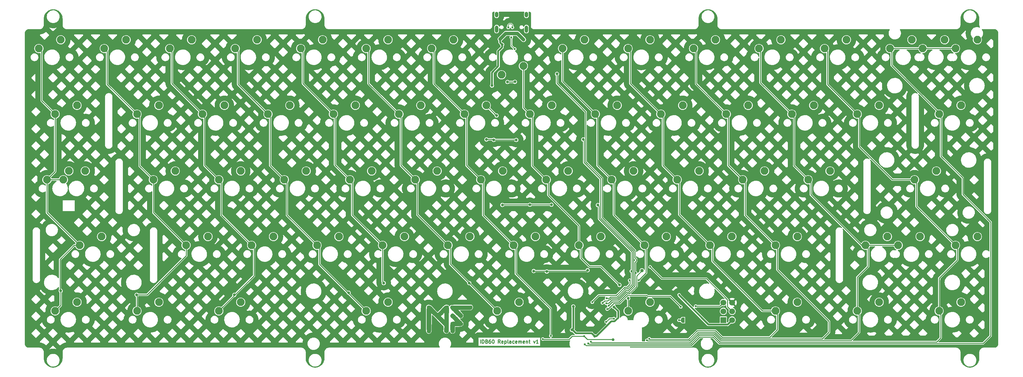
<source format=gbr>
%TF.GenerationSoftware,KiCad,Pcbnew,(6.0.4)*%
%TF.CreationDate,2022-05-28T14:43:12-04:00*%
%TF.ProjectId,keyboard,6b657962-6f61-4726-942e-6b696361645f,rev?*%
%TF.SameCoordinates,Original*%
%TF.FileFunction,Copper,L1,Top*%
%TF.FilePolarity,Positive*%
%FSLAX46Y46*%
G04 Gerber Fmt 4.6, Leading zero omitted, Abs format (unit mm)*
G04 Created by KiCad (PCBNEW (6.0.4)) date 2022-05-28 14:43:12*
%MOMM*%
%LPD*%
G01*
G04 APERTURE LIST*
G04 Aperture macros list*
%AMFreePoly0*
4,1,22,0.500000,-0.750000,0.000000,-0.750000,0.000000,-0.745033,-0.079941,-0.743568,-0.215256,-0.701293,-0.333266,-0.622738,-0.424486,-0.514219,-0.481581,-0.384460,-0.499164,-0.250000,-0.500000,-0.250000,-0.500000,0.250000,-0.499164,0.250000,-0.499963,0.256109,-0.478152,0.396186,-0.417904,0.524511,-0.324060,0.630769,-0.204165,0.706417,-0.067858,0.745374,0.000000,0.744959,0.000000,0.750000,
0.500000,0.750000,0.500000,-0.750000,0.500000,-0.750000,$1*%
%AMFreePoly1*
4,1,20,0.000000,0.744959,0.073905,0.744508,0.209726,0.703889,0.328688,0.626782,0.421226,0.519385,0.479903,0.390333,0.500000,0.250000,0.500000,-0.250000,0.499851,-0.262216,0.476331,-0.402017,0.414519,-0.529596,0.319384,-0.634700,0.198574,-0.708877,0.061801,-0.746166,0.000000,-0.745033,0.000000,-0.750000,-0.500000,-0.750000,-0.500000,0.750000,0.000000,0.750000,0.000000,0.744959,
0.000000,0.744959,$1*%
G04 Aperture macros list end*
%ADD10C,0.250000*%
%TA.AperFunction,NonConductor*%
%ADD11C,0.250000*%
%TD*%
%TA.AperFunction,EtchedComponent*%
%ADD12C,0.010000*%
%TD*%
%TA.AperFunction,SMDPad,CuDef*%
%ADD13FreePoly0,0.000000*%
%TD*%
%TA.AperFunction,SMDPad,CuDef*%
%ADD14FreePoly1,0.000000*%
%TD*%
%TA.AperFunction,ComponentPad*%
%ADD15C,2.250000*%
%TD*%
%TA.AperFunction,ComponentPad*%
%ADD16R,1.700000X1.700000*%
%TD*%
%TA.AperFunction,ComponentPad*%
%ADD17C,1.700000*%
%TD*%
%TA.AperFunction,ComponentPad*%
%ADD18O,1.000000X2.100000*%
%TD*%
%TA.AperFunction,ComponentPad*%
%ADD19O,1.000000X1.600000*%
%TD*%
%TA.AperFunction,ViaPad*%
%ADD20C,0.609600*%
%TD*%
%TA.AperFunction,ViaPad*%
%ADD21C,0.812800*%
%TD*%
%TA.AperFunction,ViaPad*%
%ADD22C,0.800000*%
%TD*%
%TA.AperFunction,ViaPad*%
%ADD23C,1.016000*%
%TD*%
%TA.AperFunction,Conductor*%
%ADD24C,0.254000*%
%TD*%
%TA.AperFunction,Conductor*%
%ADD25C,0.250000*%
%TD*%
%TA.AperFunction,Conductor*%
%ADD26C,0.508000*%
%TD*%
%TA.AperFunction,Conductor*%
%ADD27C,1.016000*%
%TD*%
%TA.AperFunction,Conductor*%
%ADD28C,0.150000*%
%TD*%
G04 APERTURE END LIST*
D10*
D11*
X133842857Y-92552380D02*
X133842857Y-91552380D01*
X134319047Y-92552380D02*
X134319047Y-91552380D01*
X134557142Y-91552380D01*
X134700000Y-91600000D01*
X134795238Y-91695238D01*
X134842857Y-91790476D01*
X134890476Y-91980952D01*
X134890476Y-92123809D01*
X134842857Y-92314285D01*
X134795238Y-92409523D01*
X134700000Y-92504761D01*
X134557142Y-92552380D01*
X134319047Y-92552380D01*
X135652380Y-92028571D02*
X135795238Y-92076190D01*
X135842857Y-92123809D01*
X135890476Y-92219047D01*
X135890476Y-92361904D01*
X135842857Y-92457142D01*
X135795238Y-92504761D01*
X135700000Y-92552380D01*
X135319047Y-92552380D01*
X135319047Y-91552380D01*
X135652380Y-91552380D01*
X135747619Y-91600000D01*
X135795238Y-91647619D01*
X135842857Y-91742857D01*
X135842857Y-91838095D01*
X135795238Y-91933333D01*
X135747619Y-91980952D01*
X135652380Y-92028571D01*
X135319047Y-92028571D01*
X136747619Y-91552380D02*
X136557142Y-91552380D01*
X136461904Y-91600000D01*
X136414285Y-91647619D01*
X136319047Y-91790476D01*
X136271428Y-91980952D01*
X136271428Y-92361904D01*
X136319047Y-92457142D01*
X136366666Y-92504761D01*
X136461904Y-92552380D01*
X136652380Y-92552380D01*
X136747619Y-92504761D01*
X136795238Y-92457142D01*
X136842857Y-92361904D01*
X136842857Y-92123809D01*
X136795238Y-92028571D01*
X136747619Y-91980952D01*
X136652380Y-91933333D01*
X136461904Y-91933333D01*
X136366666Y-91980952D01*
X136319047Y-92028571D01*
X136271428Y-92123809D01*
X137461904Y-91552380D02*
X137557142Y-91552380D01*
X137652380Y-91600000D01*
X137700000Y-91647619D01*
X137747619Y-91742857D01*
X137795238Y-91933333D01*
X137795238Y-92171428D01*
X137747619Y-92361904D01*
X137700000Y-92457142D01*
X137652380Y-92504761D01*
X137557142Y-92552380D01*
X137461904Y-92552380D01*
X137366666Y-92504761D01*
X137319047Y-92457142D01*
X137271428Y-92361904D01*
X137223809Y-92171428D01*
X137223809Y-91933333D01*
X137271428Y-91742857D01*
X137319047Y-91647619D01*
X137366666Y-91600000D01*
X137461904Y-91552380D01*
X139557142Y-92552380D02*
X139223809Y-92076190D01*
X138985714Y-92552380D02*
X138985714Y-91552380D01*
X139366666Y-91552380D01*
X139461904Y-91600000D01*
X139509523Y-91647619D01*
X139557142Y-91742857D01*
X139557142Y-91885714D01*
X139509523Y-91980952D01*
X139461904Y-92028571D01*
X139366666Y-92076190D01*
X138985714Y-92076190D01*
X140366666Y-92504761D02*
X140271428Y-92552380D01*
X140080952Y-92552380D01*
X139985714Y-92504761D01*
X139938095Y-92409523D01*
X139938095Y-92028571D01*
X139985714Y-91933333D01*
X140080952Y-91885714D01*
X140271428Y-91885714D01*
X140366666Y-91933333D01*
X140414285Y-92028571D01*
X140414285Y-92123809D01*
X139938095Y-92219047D01*
X140842857Y-91885714D02*
X140842857Y-92885714D01*
X140842857Y-91933333D02*
X140938095Y-91885714D01*
X141128571Y-91885714D01*
X141223809Y-91933333D01*
X141271428Y-91980952D01*
X141319047Y-92076190D01*
X141319047Y-92361904D01*
X141271428Y-92457142D01*
X141223809Y-92504761D01*
X141128571Y-92552380D01*
X140938095Y-92552380D01*
X140842857Y-92504761D01*
X141890476Y-92552380D02*
X141795238Y-92504761D01*
X141747619Y-92409523D01*
X141747619Y-91552380D01*
X142700000Y-92552380D02*
X142700000Y-92028571D01*
X142652380Y-91933333D01*
X142557142Y-91885714D01*
X142366666Y-91885714D01*
X142271428Y-91933333D01*
X142700000Y-92504761D02*
X142604761Y-92552380D01*
X142366666Y-92552380D01*
X142271428Y-92504761D01*
X142223809Y-92409523D01*
X142223809Y-92314285D01*
X142271428Y-92219047D01*
X142366666Y-92171428D01*
X142604761Y-92171428D01*
X142700000Y-92123809D01*
X143604761Y-92504761D02*
X143509523Y-92552380D01*
X143319047Y-92552380D01*
X143223809Y-92504761D01*
X143176190Y-92457142D01*
X143128571Y-92361904D01*
X143128571Y-92076190D01*
X143176190Y-91980952D01*
X143223809Y-91933333D01*
X143319047Y-91885714D01*
X143509523Y-91885714D01*
X143604761Y-91933333D01*
X144414285Y-92504761D02*
X144319047Y-92552380D01*
X144128571Y-92552380D01*
X144033333Y-92504761D01*
X143985714Y-92409523D01*
X143985714Y-92028571D01*
X144033333Y-91933333D01*
X144128571Y-91885714D01*
X144319047Y-91885714D01*
X144414285Y-91933333D01*
X144461904Y-92028571D01*
X144461904Y-92123809D01*
X143985714Y-92219047D01*
X144890476Y-92552380D02*
X144890476Y-91885714D01*
X144890476Y-91980952D02*
X144938095Y-91933333D01*
X145033333Y-91885714D01*
X145176190Y-91885714D01*
X145271428Y-91933333D01*
X145319047Y-92028571D01*
X145319047Y-92552380D01*
X145319047Y-92028571D02*
X145366666Y-91933333D01*
X145461904Y-91885714D01*
X145604761Y-91885714D01*
X145700000Y-91933333D01*
X145747619Y-92028571D01*
X145747619Y-92552380D01*
X146604761Y-92504761D02*
X146509523Y-92552380D01*
X146319047Y-92552380D01*
X146223809Y-92504761D01*
X146176190Y-92409523D01*
X146176190Y-92028571D01*
X146223809Y-91933333D01*
X146319047Y-91885714D01*
X146509523Y-91885714D01*
X146604761Y-91933333D01*
X146652380Y-92028571D01*
X146652380Y-92123809D01*
X146176190Y-92219047D01*
X147080952Y-91885714D02*
X147080952Y-92552380D01*
X147080952Y-91980952D02*
X147128571Y-91933333D01*
X147223809Y-91885714D01*
X147366666Y-91885714D01*
X147461904Y-91933333D01*
X147509523Y-92028571D01*
X147509523Y-92552380D01*
X147842857Y-91885714D02*
X148223809Y-91885714D01*
X147985714Y-91552380D02*
X147985714Y-92409523D01*
X148033333Y-92504761D01*
X148128571Y-92552380D01*
X148223809Y-92552380D01*
X149223809Y-91885714D02*
X149461904Y-92552380D01*
X149700000Y-91885714D01*
X150604761Y-92552380D02*
X150033333Y-92552380D01*
X150319047Y-92552380D02*
X150319047Y-91552380D01*
X150223809Y-91695238D01*
X150128571Y-91790476D01*
X150033333Y-91838095D01*
%TO.C,H3*%
G36*
X125766940Y-83945421D02*
G01*
X125802995Y-83947257D01*
X125834912Y-83950028D01*
X125860474Y-83953510D01*
X125873620Y-83956308D01*
X125893816Y-83962399D01*
X125914606Y-83970009D01*
X125936269Y-83979383D01*
X125959084Y-83990766D01*
X125983329Y-84004405D01*
X126009284Y-84020543D01*
X126037229Y-84039426D01*
X126067441Y-84061299D01*
X126100200Y-84086408D01*
X126135785Y-84114998D01*
X126174476Y-84147314D01*
X126216550Y-84183601D01*
X126262288Y-84224104D01*
X126311968Y-84269069D01*
X126365870Y-84318741D01*
X126424272Y-84373365D01*
X126487454Y-84433186D01*
X126555694Y-84498450D01*
X126629272Y-84569401D01*
X126708467Y-84646286D01*
X126793557Y-84729348D01*
X126884822Y-84818834D01*
X126982542Y-84914989D01*
X127086994Y-85018057D01*
X127127973Y-85058557D01*
X127311413Y-85240622D01*
X127487853Y-85417163D01*
X127657179Y-85588065D01*
X127819279Y-85753213D01*
X127974042Y-85912492D01*
X128121354Y-86065785D01*
X128261104Y-86212978D01*
X128393179Y-86353954D01*
X128490058Y-86458722D01*
X128528566Y-86500659D01*
X128560825Y-86535972D01*
X128587474Y-86565504D01*
X128609151Y-86590102D01*
X128626494Y-86610609D01*
X128640142Y-86627870D01*
X128650735Y-86642730D01*
X128658909Y-86656033D01*
X128665305Y-86668623D01*
X128670560Y-86681347D01*
X128675313Y-86695047D01*
X128680020Y-86709980D01*
X128691456Y-86755569D01*
X128700198Y-86808266D01*
X128706173Y-86865658D01*
X128709311Y-86925330D01*
X128709540Y-86984870D01*
X128706788Y-87041865D01*
X128700983Y-87093900D01*
X128692661Y-87136210D01*
X128680329Y-87173244D01*
X128662394Y-87211949D01*
X128640890Y-87248477D01*
X128617851Y-87278980D01*
X128616247Y-87280775D01*
X128595694Y-87301429D01*
X128571869Y-87321240D01*
X128543843Y-87340724D01*
X128510686Y-87360394D01*
X128471469Y-87380764D01*
X128425263Y-87402347D01*
X128371140Y-87425659D01*
X128308169Y-87451212D01*
X128307974Y-87451289D01*
X128210009Y-87487248D01*
X128115206Y-87515860D01*
X128020676Y-87537771D01*
X127923530Y-87553627D01*
X127820880Y-87564076D01*
X127796400Y-87565769D01*
X127774600Y-87566806D01*
X127744005Y-87567752D01*
X127705979Y-87568587D01*
X127661884Y-87569293D01*
X127613087Y-87569853D01*
X127560950Y-87570249D01*
X127506838Y-87570461D01*
X127452115Y-87570473D01*
X127443340Y-87570455D01*
X127375126Y-87570457D01*
X127298374Y-87570752D01*
X127214697Y-87571319D01*
X127125713Y-87572135D01*
X127033036Y-87573177D01*
X126938282Y-87574424D01*
X126843068Y-87575854D01*
X126749007Y-87577443D01*
X126657718Y-87579170D01*
X126570814Y-87581012D01*
X126489912Y-87582948D01*
X126441757Y-87584234D01*
X126329175Y-87587381D01*
X126326815Y-88248500D01*
X126326394Y-88353741D01*
X126325911Y-88452021D01*
X126325369Y-88543036D01*
X126324770Y-88626482D01*
X126324118Y-88702055D01*
X126323417Y-88769453D01*
X126322670Y-88828370D01*
X126321880Y-88878503D01*
X126321050Y-88919548D01*
X126320184Y-88951201D01*
X126319286Y-88973158D01*
X126318799Y-88980740D01*
X126312039Y-89055160D01*
X126304194Y-89120364D01*
X126294993Y-89177263D01*
X126284163Y-89226769D01*
X126271433Y-89269794D01*
X126256530Y-89307248D01*
X126239181Y-89340044D01*
X126219115Y-89369092D01*
X126196060Y-89395304D01*
X126194547Y-89396835D01*
X126172100Y-89418209D01*
X126149160Y-89437257D01*
X126123887Y-89455199D01*
X126094442Y-89473256D01*
X126058986Y-89492647D01*
X126020940Y-89511988D01*
X125970340Y-89535571D01*
X125924337Y-89553299D01*
X125879868Y-89565921D01*
X125833873Y-89574186D01*
X125783288Y-89578846D01*
X125741540Y-89580405D01*
X125710454Y-89580724D01*
X125680632Y-89580478D01*
X125654533Y-89579728D01*
X125634620Y-89578532D01*
X125626541Y-89577606D01*
X125546252Y-89560304D01*
X125471810Y-89534729D01*
X125403047Y-89500796D01*
X125339792Y-89458420D01*
X125281877Y-89407514D01*
X125273641Y-89399138D01*
X125250714Y-89374208D01*
X125230438Y-89349270D01*
X125212616Y-89323524D01*
X125197051Y-89296168D01*
X125183547Y-89266401D01*
X125171906Y-89233423D01*
X125161934Y-89196431D01*
X125153431Y-89154625D01*
X125146203Y-89107204D01*
X125140051Y-89053366D01*
X125134781Y-88992311D01*
X125130193Y-88923238D01*
X125126093Y-88845344D01*
X125123516Y-88787700D01*
X125122533Y-88758665D01*
X125121629Y-88720414D01*
X125120803Y-88673728D01*
X125120055Y-88619387D01*
X125119386Y-88558174D01*
X125118795Y-88490869D01*
X125118283Y-88418255D01*
X125117849Y-88341112D01*
X125117494Y-88260222D01*
X125117218Y-88176366D01*
X125117020Y-88090326D01*
X125116902Y-88002883D01*
X125116862Y-87914818D01*
X125116902Y-87826913D01*
X125117020Y-87739949D01*
X125117218Y-87654708D01*
X125117495Y-87571971D01*
X125117852Y-87492519D01*
X125118288Y-87417134D01*
X125118803Y-87346596D01*
X125119398Y-87281689D01*
X125120072Y-87223192D01*
X125120826Y-87171887D01*
X125121660Y-87128556D01*
X125122574Y-87093980D01*
X125123360Y-87073200D01*
X125127226Y-86996443D01*
X125131440Y-86928903D01*
X125136213Y-86869639D01*
X125141758Y-86817706D01*
X125148287Y-86772165D01*
X125156012Y-86732072D01*
X125165145Y-86696485D01*
X125175898Y-86664462D01*
X125188484Y-86635061D01*
X125203115Y-86607341D01*
X125220003Y-86580357D01*
X125239360Y-86553170D01*
X125240952Y-86551050D01*
X125279251Y-86505813D01*
X125321986Y-86466300D01*
X125369940Y-86432129D01*
X125423894Y-86402914D01*
X125484629Y-86378272D01*
X125552928Y-86357817D01*
X125629571Y-86341166D01*
X125686712Y-86331840D01*
X125714780Y-86328037D01*
X125743778Y-86324670D01*
X125774544Y-86321702D01*
X125807916Y-86319098D01*
X125844732Y-86316823D01*
X125885830Y-86314841D01*
X125932047Y-86313117D01*
X125984221Y-86311615D01*
X126043190Y-86310300D01*
X126109792Y-86309136D01*
X126184864Y-86308088D01*
X126269244Y-86307121D01*
X126270734Y-86307105D01*
X126606889Y-86303580D01*
X126299017Y-86003860D01*
X126193704Y-85901153D01*
X126092397Y-85801985D01*
X125995348Y-85706612D01*
X125902810Y-85615287D01*
X125815037Y-85528267D01*
X125732283Y-85445805D01*
X125654799Y-85368157D01*
X125582840Y-85295577D01*
X125516659Y-85228321D01*
X125456509Y-85166644D01*
X125402644Y-85110800D01*
X125355316Y-85061045D01*
X125314779Y-85017633D01*
X125281286Y-84980820D01*
X125269514Y-84967540D01*
X125219656Y-84905130D01*
X125179591Y-84842337D01*
X125148963Y-84778332D01*
X125127413Y-84712287D01*
X125114585Y-84643371D01*
X125110874Y-84599240D01*
X125112242Y-84524391D01*
X125123191Y-84450669D01*
X125143146Y-84378883D01*
X125171534Y-84309843D01*
X125207780Y-84244358D01*
X125251309Y-84183239D01*
X125301548Y-84127296D01*
X125357922Y-84077338D01*
X125419857Y-84034175D01*
X125486778Y-83998617D01*
X125555430Y-83972309D01*
X125602338Y-83959168D01*
X125646568Y-83950510D01*
X125691704Y-83945880D01*
X125741328Y-83944823D01*
X125766940Y-83945421D01*
G37*
D12*
X125766940Y-83945421D02*
X125802995Y-83947257D01*
X125834912Y-83950028D01*
X125860474Y-83953510D01*
X125873620Y-83956308D01*
X125893816Y-83962399D01*
X125914606Y-83970009D01*
X125936269Y-83979383D01*
X125959084Y-83990766D01*
X125983329Y-84004405D01*
X126009284Y-84020543D01*
X126037229Y-84039426D01*
X126067441Y-84061299D01*
X126100200Y-84086408D01*
X126135785Y-84114998D01*
X126174476Y-84147314D01*
X126216550Y-84183601D01*
X126262288Y-84224104D01*
X126311968Y-84269069D01*
X126365870Y-84318741D01*
X126424272Y-84373365D01*
X126487454Y-84433186D01*
X126555694Y-84498450D01*
X126629272Y-84569401D01*
X126708467Y-84646286D01*
X126793557Y-84729348D01*
X126884822Y-84818834D01*
X126982542Y-84914989D01*
X127086994Y-85018057D01*
X127127973Y-85058557D01*
X127311413Y-85240622D01*
X127487853Y-85417163D01*
X127657179Y-85588065D01*
X127819279Y-85753213D01*
X127974042Y-85912492D01*
X128121354Y-86065785D01*
X128261104Y-86212978D01*
X128393179Y-86353954D01*
X128490058Y-86458722D01*
X128528566Y-86500659D01*
X128560825Y-86535972D01*
X128587474Y-86565504D01*
X128609151Y-86590102D01*
X128626494Y-86610609D01*
X128640142Y-86627870D01*
X128650735Y-86642730D01*
X128658909Y-86656033D01*
X128665305Y-86668623D01*
X128670560Y-86681347D01*
X128675313Y-86695047D01*
X128680020Y-86709980D01*
X128691456Y-86755569D01*
X128700198Y-86808266D01*
X128706173Y-86865658D01*
X128709311Y-86925330D01*
X128709540Y-86984870D01*
X128706788Y-87041865D01*
X128700983Y-87093900D01*
X128692661Y-87136210D01*
X128680329Y-87173244D01*
X128662394Y-87211949D01*
X128640890Y-87248477D01*
X128617851Y-87278980D01*
X128616247Y-87280775D01*
X128595694Y-87301429D01*
X128571869Y-87321240D01*
X128543843Y-87340724D01*
X128510686Y-87360394D01*
X128471469Y-87380764D01*
X128425263Y-87402347D01*
X128371140Y-87425659D01*
X128308169Y-87451212D01*
X128307974Y-87451289D01*
X128210009Y-87487248D01*
X128115206Y-87515860D01*
X128020676Y-87537771D01*
X127923530Y-87553627D01*
X127820880Y-87564076D01*
X127796400Y-87565769D01*
X127774600Y-87566806D01*
X127744005Y-87567752D01*
X127705979Y-87568587D01*
X127661884Y-87569293D01*
X127613087Y-87569853D01*
X127560950Y-87570249D01*
X127506838Y-87570461D01*
X127452115Y-87570473D01*
X127443340Y-87570455D01*
X127375126Y-87570457D01*
X127298374Y-87570752D01*
X127214697Y-87571319D01*
X127125713Y-87572135D01*
X127033036Y-87573177D01*
X126938282Y-87574424D01*
X126843068Y-87575854D01*
X126749007Y-87577443D01*
X126657718Y-87579170D01*
X126570814Y-87581012D01*
X126489912Y-87582948D01*
X126441757Y-87584234D01*
X126329175Y-87587381D01*
X126326815Y-88248500D01*
X126326394Y-88353741D01*
X126325911Y-88452021D01*
X126325369Y-88543036D01*
X126324770Y-88626482D01*
X126324118Y-88702055D01*
X126323417Y-88769453D01*
X126322670Y-88828370D01*
X126321880Y-88878503D01*
X126321050Y-88919548D01*
X126320184Y-88951201D01*
X126319286Y-88973158D01*
X126318799Y-88980740D01*
X126312039Y-89055160D01*
X126304194Y-89120364D01*
X126294993Y-89177263D01*
X126284163Y-89226769D01*
X126271433Y-89269794D01*
X126256530Y-89307248D01*
X126239181Y-89340044D01*
X126219115Y-89369092D01*
X126196060Y-89395304D01*
X126194547Y-89396835D01*
X126172100Y-89418209D01*
X126149160Y-89437257D01*
X126123887Y-89455199D01*
X126094442Y-89473256D01*
X126058986Y-89492647D01*
X126020940Y-89511988D01*
X125970340Y-89535571D01*
X125924337Y-89553299D01*
X125879868Y-89565921D01*
X125833873Y-89574186D01*
X125783288Y-89578846D01*
X125741540Y-89580405D01*
X125710454Y-89580724D01*
X125680632Y-89580478D01*
X125654533Y-89579728D01*
X125634620Y-89578532D01*
X125626541Y-89577606D01*
X125546252Y-89560304D01*
X125471810Y-89534729D01*
X125403047Y-89500796D01*
X125339792Y-89458420D01*
X125281877Y-89407514D01*
X125273641Y-89399138D01*
X125250714Y-89374208D01*
X125230438Y-89349270D01*
X125212616Y-89323524D01*
X125197051Y-89296168D01*
X125183547Y-89266401D01*
X125171906Y-89233423D01*
X125161934Y-89196431D01*
X125153431Y-89154625D01*
X125146203Y-89107204D01*
X125140051Y-89053366D01*
X125134781Y-88992311D01*
X125130193Y-88923238D01*
X125126093Y-88845344D01*
X125123516Y-88787700D01*
X125122533Y-88758665D01*
X125121629Y-88720414D01*
X125120803Y-88673728D01*
X125120055Y-88619387D01*
X125119386Y-88558174D01*
X125118795Y-88490869D01*
X125118283Y-88418255D01*
X125117849Y-88341112D01*
X125117494Y-88260222D01*
X125117218Y-88176366D01*
X125117020Y-88090326D01*
X125116902Y-88002883D01*
X125116862Y-87914818D01*
X125116902Y-87826913D01*
X125117020Y-87739949D01*
X125117218Y-87654708D01*
X125117495Y-87571971D01*
X125117852Y-87492519D01*
X125118288Y-87417134D01*
X125118803Y-87346596D01*
X125119398Y-87281689D01*
X125120072Y-87223192D01*
X125120826Y-87171887D01*
X125121660Y-87128556D01*
X125122574Y-87093980D01*
X125123360Y-87073200D01*
X125127226Y-86996443D01*
X125131440Y-86928903D01*
X125136213Y-86869639D01*
X125141758Y-86817706D01*
X125148287Y-86772165D01*
X125156012Y-86732072D01*
X125165145Y-86696485D01*
X125175898Y-86664462D01*
X125188484Y-86635061D01*
X125203115Y-86607341D01*
X125220003Y-86580357D01*
X125239360Y-86553170D01*
X125240952Y-86551050D01*
X125279251Y-86505813D01*
X125321986Y-86466300D01*
X125369940Y-86432129D01*
X125423894Y-86402914D01*
X125484629Y-86378272D01*
X125552928Y-86357817D01*
X125629571Y-86341166D01*
X125686712Y-86331840D01*
X125714780Y-86328037D01*
X125743778Y-86324670D01*
X125774544Y-86321702D01*
X125807916Y-86319098D01*
X125844732Y-86316823D01*
X125885830Y-86314841D01*
X125932047Y-86313117D01*
X125984221Y-86311615D01*
X126043190Y-86310300D01*
X126109792Y-86309136D01*
X126184864Y-86308088D01*
X126269244Y-86307121D01*
X126270734Y-86307105D01*
X126606889Y-86303580D01*
X126299017Y-86003860D01*
X126193704Y-85901153D01*
X126092397Y-85801985D01*
X125995348Y-85706612D01*
X125902810Y-85615287D01*
X125815037Y-85528267D01*
X125732283Y-85445805D01*
X125654799Y-85368157D01*
X125582840Y-85295577D01*
X125516659Y-85228321D01*
X125456509Y-85166644D01*
X125402644Y-85110800D01*
X125355316Y-85061045D01*
X125314779Y-85017633D01*
X125281286Y-84980820D01*
X125269514Y-84967540D01*
X125219656Y-84905130D01*
X125179591Y-84842337D01*
X125148963Y-84778332D01*
X125127413Y-84712287D01*
X125114585Y-84643371D01*
X125110874Y-84599240D01*
X125112242Y-84524391D01*
X125123191Y-84450669D01*
X125143146Y-84378883D01*
X125171534Y-84309843D01*
X125207780Y-84244358D01*
X125251309Y-84183239D01*
X125301548Y-84127296D01*
X125357922Y-84077338D01*
X125419857Y-84034175D01*
X125486778Y-83998617D01*
X125555430Y-83972309D01*
X125602338Y-83959168D01*
X125646568Y-83950510D01*
X125691704Y-83945880D01*
X125741328Y-83944823D01*
X125766940Y-83945421D01*
G36*
X119500204Y-85723750D02*
G01*
X119499918Y-85906082D01*
X119499631Y-86078593D01*
X119499342Y-86241621D01*
X119499049Y-86395507D01*
X119498749Y-86540588D01*
X119498441Y-86677204D01*
X119498120Y-86805694D01*
X119497787Y-86926396D01*
X119497437Y-87039650D01*
X119497070Y-87145795D01*
X119496682Y-87245169D01*
X119496271Y-87338111D01*
X119495835Y-87424961D01*
X119495373Y-87506057D01*
X119494880Y-87581738D01*
X119494356Y-87652344D01*
X119493798Y-87718212D01*
X119493204Y-87779683D01*
X119492571Y-87837095D01*
X119491897Y-87890787D01*
X119491180Y-87941098D01*
X119490418Y-87988366D01*
X119489608Y-88032932D01*
X119488747Y-88075133D01*
X119487835Y-88115310D01*
X119486868Y-88153799D01*
X119485845Y-88190942D01*
X119484762Y-88227076D01*
X119483618Y-88262541D01*
X119483037Y-88279700D01*
X119478393Y-88405125D01*
X119473391Y-88520839D01*
X119467975Y-88627284D01*
X119462090Y-88724904D01*
X119455682Y-88814143D01*
X119448697Y-88895444D01*
X119441080Y-88969250D01*
X119432775Y-89036005D01*
X119423730Y-89096152D01*
X119413888Y-89150136D01*
X119403196Y-89198399D01*
X119391599Y-89241385D01*
X119379043Y-89279537D01*
X119365472Y-89313299D01*
X119352534Y-89339944D01*
X119332910Y-89370084D01*
X119305406Y-89402498D01*
X119271620Y-89435807D01*
X119233152Y-89468632D01*
X119191601Y-89499594D01*
X119148566Y-89527314D01*
X119112140Y-89547234D01*
X119065111Y-89568378D01*
X119019556Y-89583637D01*
X118972430Y-89593728D01*
X118920690Y-89599364D01*
X118883540Y-89600970D01*
X118838866Y-89601217D01*
X118802472Y-89599634D01*
X118772629Y-89596134D01*
X118766978Y-89595137D01*
X118690770Y-89575974D01*
X118618000Y-89548064D01*
X118549560Y-89512026D01*
X118486342Y-89468481D01*
X118429237Y-89418048D01*
X118379138Y-89361349D01*
X118336937Y-89299004D01*
X118334150Y-89294178D01*
X118323592Y-89275183D01*
X118315654Y-89259001D01*
X118309721Y-89243391D01*
X118305175Y-89226113D01*
X118301398Y-89204925D01*
X118297775Y-89177588D01*
X118294698Y-89150920D01*
X118290214Y-89106819D01*
X118285875Y-89055705D01*
X118281676Y-88997376D01*
X118277608Y-88931630D01*
X118273666Y-88858266D01*
X118269842Y-88777084D01*
X118266131Y-88687881D01*
X118262524Y-88590457D01*
X118259015Y-88484610D01*
X118255597Y-88370139D01*
X118252264Y-88246843D01*
X118249009Y-88114521D01*
X118245824Y-87972971D01*
X118242704Y-87821992D01*
X118239641Y-87661383D01*
X118236628Y-87490942D01*
X118234746Y-87378000D01*
X118234027Y-87327612D01*
X118233351Y-87267672D01*
X118232716Y-87198760D01*
X118232125Y-87121459D01*
X118231576Y-87036351D01*
X118231069Y-86944018D01*
X118230605Y-86845042D01*
X118230183Y-86740006D01*
X118229803Y-86629491D01*
X118229466Y-86514079D01*
X118229172Y-86394352D01*
X118228920Y-86270893D01*
X118228711Y-86144283D01*
X118228543Y-86015105D01*
X118228419Y-85883941D01*
X118228337Y-85751373D01*
X118228297Y-85617982D01*
X118228300Y-85484351D01*
X118228345Y-85351062D01*
X118228433Y-85218698D01*
X118228563Y-85087839D01*
X118228736Y-84959068D01*
X118228951Y-84832968D01*
X118229208Y-84710120D01*
X118229508Y-84591107D01*
X118229851Y-84476509D01*
X118230236Y-84366911D01*
X118230663Y-84262893D01*
X118231133Y-84165038D01*
X118231645Y-84073927D01*
X118232200Y-83990143D01*
X118232797Y-83914268D01*
X118233437Y-83846885D01*
X118234119Y-83788574D01*
X118234745Y-83745800D01*
X118237841Y-83564710D01*
X118241005Y-83393661D01*
X118244242Y-83232536D01*
X118247558Y-83081217D01*
X118250956Y-82939584D01*
X118254441Y-82807520D01*
X118258018Y-82684906D01*
X118261692Y-82571625D01*
X118265467Y-82467557D01*
X118269348Y-82372586D01*
X118273339Y-82286592D01*
X118277446Y-82209457D01*
X118281673Y-82141064D01*
X118286025Y-82081293D01*
X118290505Y-82030027D01*
X118295120Y-81987148D01*
X118299874Y-81952537D01*
X118304771Y-81926076D01*
X118307073Y-81916608D01*
X118311878Y-81904154D01*
X118320606Y-81886189D01*
X118331725Y-81865775D01*
X118337158Y-81856508D01*
X118374758Y-81800223D01*
X118415469Y-81751893D01*
X118460051Y-81711116D01*
X118509264Y-81677493D01*
X118563870Y-81650622D01*
X118624627Y-81630105D01*
X118692298Y-81615539D01*
X118767641Y-81606525D01*
X118817500Y-81603589D01*
X118854401Y-81602574D01*
X118884414Y-81602865D01*
X118910744Y-81604604D01*
X118936594Y-81607933D01*
X118944500Y-81609224D01*
X119050274Y-81631972D01*
X119152468Y-81663812D01*
X119251515Y-81704944D01*
X119347851Y-81755565D01*
X119441912Y-81815877D01*
X119516000Y-81871386D01*
X119548278Y-81898428D01*
X119585374Y-81931676D01*
X119625623Y-81969513D01*
X119667361Y-82010321D01*
X119708925Y-82052483D01*
X119748651Y-82094379D01*
X119774524Y-82122740D01*
X119791000Y-82141409D01*
X119812879Y-82166620D01*
X119839074Y-82197097D01*
X119868496Y-82231564D01*
X119900057Y-82268746D01*
X119932671Y-82307369D01*
X119965249Y-82346155D01*
X119974121Y-82356757D01*
X120006817Y-82395750D01*
X120040120Y-82435262D01*
X120072894Y-82473957D01*
X120103999Y-82510499D01*
X120132297Y-82543552D01*
X120156652Y-82571779D01*
X120175925Y-82593846D01*
X120179650Y-82598057D01*
X120188625Y-82607724D01*
X120204014Y-82623768D01*
X120225365Y-82645736D01*
X120252225Y-82673173D01*
X120284142Y-82705628D01*
X120320663Y-82742647D01*
X120361335Y-82783777D01*
X120405707Y-82828565D01*
X120453325Y-82876559D01*
X120503737Y-82927304D01*
X120556490Y-82980348D01*
X120611133Y-83035237D01*
X120667212Y-83091520D01*
X120724275Y-83148742D01*
X120781870Y-83206451D01*
X120839543Y-83264193D01*
X120896843Y-83321516D01*
X120953317Y-83377966D01*
X121008512Y-83433091D01*
X121061975Y-83486437D01*
X121113256Y-83537551D01*
X121161900Y-83585981D01*
X121207455Y-83631272D01*
X121249469Y-83672973D01*
X121287490Y-83710629D01*
X121321064Y-83743789D01*
X121349739Y-83771998D01*
X121373063Y-83794804D01*
X121390583Y-83811754D01*
X121401847Y-83822395D01*
X121406392Y-83826270D01*
X121410437Y-83822934D01*
X121421309Y-83812796D01*
X121438636Y-83796221D01*
X121462045Y-83773574D01*
X121491164Y-83745223D01*
X121525620Y-83711534D01*
X121565042Y-83672872D01*
X121609056Y-83629603D01*
X121657292Y-83582094D01*
X121709375Y-83530711D01*
X121764934Y-83475819D01*
X121823597Y-83417786D01*
X121884991Y-83356976D01*
X121948744Y-83293757D01*
X122014483Y-83228494D01*
X122026385Y-83216670D01*
X122108869Y-83134695D01*
X122184558Y-83059409D01*
X122253892Y-82990366D01*
X122317309Y-82927121D01*
X122375248Y-82869227D01*
X122428148Y-82816239D01*
X122476448Y-82767711D01*
X122520586Y-82723196D01*
X122561001Y-82682248D01*
X122598132Y-82644423D01*
X122632418Y-82609273D01*
X122664296Y-82576353D01*
X122694207Y-82545217D01*
X122722589Y-82515419D01*
X122749880Y-82486513D01*
X122776519Y-82458053D01*
X122802946Y-82429593D01*
X122829598Y-82400687D01*
X122835264Y-82394520D01*
X122916987Y-82306069D01*
X122992877Y-82225161D01*
X123063409Y-82151372D01*
X123129061Y-82084281D01*
X123190308Y-82023465D01*
X123247626Y-81968503D01*
X123301491Y-81918973D01*
X123352379Y-81874452D01*
X123400767Y-81834519D01*
X123447130Y-81798751D01*
X123491944Y-81766727D01*
X123535686Y-81738024D01*
X123578831Y-81712221D01*
X123621855Y-81688896D01*
X123643500Y-81678016D01*
X123687659Y-81657212D01*
X123727147Y-81640778D01*
X123764169Y-81628236D01*
X123800931Y-81619108D01*
X123839641Y-81612916D01*
X123882503Y-81609181D01*
X123931724Y-81607426D01*
X123970669Y-81607119D01*
X124071250Y-81608947D01*
X124162435Y-81614442D01*
X124244308Y-81623625D01*
X124316955Y-81636514D01*
X124380461Y-81653128D01*
X124434912Y-81673487D01*
X124480393Y-81697609D01*
X124516989Y-81725515D01*
X124522909Y-81731209D01*
X124537069Y-81746166D01*
X124547887Y-81760171D01*
X124556256Y-81775309D01*
X124563070Y-81793665D01*
X124569222Y-81817324D01*
X124575606Y-81848373D01*
X124577582Y-81858815D01*
X124584922Y-81900792D01*
X124591500Y-81944569D01*
X124597356Y-81990871D01*
X124602532Y-82040424D01*
X124607068Y-82093954D01*
X124611006Y-82152187D01*
X124614386Y-82215849D01*
X124617249Y-82285666D01*
X124619637Y-82362363D01*
X124621590Y-82446668D01*
X124623149Y-82539304D01*
X124624355Y-82641000D01*
X124624849Y-82696780D01*
X124625219Y-82747556D01*
X124625505Y-82797368D01*
X124625699Y-82846676D01*
X124625794Y-82895938D01*
X124625782Y-82945614D01*
X124625655Y-82996164D01*
X124625406Y-83048047D01*
X124625027Y-83101721D01*
X124624511Y-83157648D01*
X124623849Y-83216285D01*
X124623035Y-83278093D01*
X124622061Y-83343530D01*
X124620918Y-83413056D01*
X124619600Y-83487131D01*
X124618099Y-83566214D01*
X124616407Y-83650764D01*
X124614516Y-83741240D01*
X124612420Y-83838102D01*
X124610110Y-83941810D01*
X124607579Y-84052822D01*
X124604818Y-84171599D01*
X124601822Y-84298599D01*
X124598581Y-84434282D01*
X124595088Y-84579107D01*
X124591336Y-84733533D01*
X124590523Y-84766880D01*
X124590066Y-84790217D01*
X124589592Y-84823257D01*
X124589103Y-84865542D01*
X124588601Y-84916616D01*
X124588089Y-84976020D01*
X124587570Y-85043297D01*
X124587045Y-85117991D01*
X124586517Y-85199644D01*
X124585990Y-85287798D01*
X124585464Y-85381996D01*
X124584943Y-85481782D01*
X124584429Y-85586697D01*
X124583924Y-85696284D01*
X124583431Y-85810086D01*
X124582952Y-85927646D01*
X124582490Y-86048506D01*
X124582048Y-86172210D01*
X124581627Y-86298299D01*
X124581230Y-86426317D01*
X124580859Y-86555806D01*
X124580738Y-86600760D01*
X124580280Y-86768738D01*
X124579824Y-86926909D01*
X124579366Y-87075626D01*
X124578903Y-87215239D01*
X124578433Y-87346103D01*
X124577952Y-87468570D01*
X124577456Y-87582991D01*
X124576944Y-87689720D01*
X124576413Y-87789109D01*
X124575858Y-87881510D01*
X124575277Y-87967276D01*
X124574667Y-88046760D01*
X124574025Y-88120314D01*
X124573348Y-88188291D01*
X124572633Y-88251043D01*
X124571877Y-88308922D01*
X124571076Y-88362281D01*
X124570228Y-88411473D01*
X124569330Y-88456850D01*
X124568379Y-88498764D01*
X124567371Y-88537569D01*
X124566304Y-88573616D01*
X124565174Y-88607258D01*
X124563979Y-88638848D01*
X124562958Y-88663240D01*
X124558016Y-88766988D01*
X124552630Y-88861100D01*
X124546705Y-88946091D01*
X124540145Y-89022479D01*
X124532853Y-89090779D01*
X124524733Y-89151511D01*
X124515689Y-89205189D01*
X124505625Y-89252331D01*
X124494445Y-89293453D01*
X124482053Y-89329074D01*
X124468353Y-89359708D01*
X124453249Y-89385874D01*
X124436645Y-89408088D01*
X124421528Y-89424014D01*
X124393129Y-89447124D01*
X124356704Y-89471011D01*
X124314239Y-89494734D01*
X124267722Y-89517353D01*
X124219140Y-89537928D01*
X124170481Y-89555519D01*
X124123733Y-89569185D01*
X124105780Y-89573393D01*
X124078740Y-89577336D01*
X124044640Y-89579503D01*
X124006413Y-89579956D01*
X123966990Y-89578754D01*
X123929303Y-89575957D01*
X123896286Y-89571627D01*
X123881899Y-89568781D01*
X123808201Y-89547560D01*
X123731273Y-89517078D01*
X123650929Y-89477257D01*
X123607940Y-89452951D01*
X123579053Y-89435616D01*
X123555678Y-89420523D01*
X123535193Y-89405672D01*
X123514976Y-89389066D01*
X123492408Y-89368704D01*
X123471266Y-89348720D01*
X123423372Y-89299811D01*
X123384194Y-89252662D01*
X123352787Y-89205884D01*
X123328206Y-89158086D01*
X123311068Y-89112820D01*
X123301705Y-89079973D01*
X123294618Y-89046083D01*
X123289776Y-89009942D01*
X123287145Y-88970341D01*
X123286694Y-88926072D01*
X123288392Y-88875928D01*
X123292206Y-88818699D01*
X123298104Y-88753178D01*
X123300844Y-88726242D01*
X123304807Y-88687974D01*
X123308372Y-88652670D01*
X123311599Y-88619412D01*
X123314548Y-88587283D01*
X123317279Y-88555365D01*
X123319852Y-88522739D01*
X123322327Y-88488489D01*
X123324764Y-88451695D01*
X123327224Y-88411440D01*
X123329766Y-88366806D01*
X123332451Y-88316876D01*
X123335339Y-88260730D01*
X123338489Y-88197453D01*
X123341962Y-88126124D01*
X123345817Y-88045828D01*
X123347002Y-88021010D01*
X123368797Y-87564201D01*
X121436048Y-85635241D01*
X120517623Y-84718616D01*
X122294074Y-84718616D01*
X122783367Y-85206708D01*
X122842488Y-85265638D01*
X122899890Y-85322768D01*
X122955136Y-85377666D01*
X123007789Y-85429901D01*
X123057412Y-85479042D01*
X123103566Y-85524658D01*
X123145815Y-85566318D01*
X123183722Y-85603591D01*
X123216848Y-85636046D01*
X123244756Y-85663252D01*
X123267009Y-85684778D01*
X123283170Y-85700192D01*
X123292801Y-85709065D01*
X123295012Y-85710899D01*
X123308562Y-85719924D01*
X123319297Y-85725766D01*
X123323271Y-85727000D01*
X123330308Y-85723602D01*
X123340408Y-85715169D01*
X123343127Y-85712441D01*
X123357075Y-85697882D01*
X123361681Y-85513051D01*
X123362197Y-85487123D01*
X123362700Y-85451732D01*
X123363185Y-85407576D01*
X123363649Y-85355351D01*
X123364090Y-85295756D01*
X123364503Y-85229488D01*
X123364886Y-85157244D01*
X123365236Y-85079720D01*
X123365548Y-84997616D01*
X123365821Y-84911627D01*
X123366050Y-84822451D01*
X123366232Y-84730786D01*
X123366364Y-84637329D01*
X123366443Y-84542777D01*
X123366463Y-84490831D01*
X123366640Y-83653442D01*
X122294074Y-84718616D01*
X120517623Y-84718616D01*
X119503300Y-83706281D01*
X119500204Y-85723750D01*
G37*
X119500204Y-85723750D02*
X119499918Y-85906082D01*
X119499631Y-86078593D01*
X119499342Y-86241621D01*
X119499049Y-86395507D01*
X119498749Y-86540588D01*
X119498441Y-86677204D01*
X119498120Y-86805694D01*
X119497787Y-86926396D01*
X119497437Y-87039650D01*
X119497070Y-87145795D01*
X119496682Y-87245169D01*
X119496271Y-87338111D01*
X119495835Y-87424961D01*
X119495373Y-87506057D01*
X119494880Y-87581738D01*
X119494356Y-87652344D01*
X119493798Y-87718212D01*
X119493204Y-87779683D01*
X119492571Y-87837095D01*
X119491897Y-87890787D01*
X119491180Y-87941098D01*
X119490418Y-87988366D01*
X119489608Y-88032932D01*
X119488747Y-88075133D01*
X119487835Y-88115310D01*
X119486868Y-88153799D01*
X119485845Y-88190942D01*
X119484762Y-88227076D01*
X119483618Y-88262541D01*
X119483037Y-88279700D01*
X119478393Y-88405125D01*
X119473391Y-88520839D01*
X119467975Y-88627284D01*
X119462090Y-88724904D01*
X119455682Y-88814143D01*
X119448697Y-88895444D01*
X119441080Y-88969250D01*
X119432775Y-89036005D01*
X119423730Y-89096152D01*
X119413888Y-89150136D01*
X119403196Y-89198399D01*
X119391599Y-89241385D01*
X119379043Y-89279537D01*
X119365472Y-89313299D01*
X119352534Y-89339944D01*
X119332910Y-89370084D01*
X119305406Y-89402498D01*
X119271620Y-89435807D01*
X119233152Y-89468632D01*
X119191601Y-89499594D01*
X119148566Y-89527314D01*
X119112140Y-89547234D01*
X119065111Y-89568378D01*
X119019556Y-89583637D01*
X118972430Y-89593728D01*
X118920690Y-89599364D01*
X118883540Y-89600970D01*
X118838866Y-89601217D01*
X118802472Y-89599634D01*
X118772629Y-89596134D01*
X118766978Y-89595137D01*
X118690770Y-89575974D01*
X118618000Y-89548064D01*
X118549560Y-89512026D01*
X118486342Y-89468481D01*
X118429237Y-89418048D01*
X118379138Y-89361349D01*
X118336937Y-89299004D01*
X118334150Y-89294178D01*
X118323592Y-89275183D01*
X118315654Y-89259001D01*
X118309721Y-89243391D01*
X118305175Y-89226113D01*
X118301398Y-89204925D01*
X118297775Y-89177588D01*
X118294698Y-89150920D01*
X118290214Y-89106819D01*
X118285875Y-89055705D01*
X118281676Y-88997376D01*
X118277608Y-88931630D01*
X118273666Y-88858266D01*
X118269842Y-88777084D01*
X118266131Y-88687881D01*
X118262524Y-88590457D01*
X118259015Y-88484610D01*
X118255597Y-88370139D01*
X118252264Y-88246843D01*
X118249009Y-88114521D01*
X118245824Y-87972971D01*
X118242704Y-87821992D01*
X118239641Y-87661383D01*
X118236628Y-87490942D01*
X118234746Y-87378000D01*
X118234027Y-87327612D01*
X118233351Y-87267672D01*
X118232716Y-87198760D01*
X118232125Y-87121459D01*
X118231576Y-87036351D01*
X118231069Y-86944018D01*
X118230605Y-86845042D01*
X118230183Y-86740006D01*
X118229803Y-86629491D01*
X118229466Y-86514079D01*
X118229172Y-86394352D01*
X118228920Y-86270893D01*
X118228711Y-86144283D01*
X118228543Y-86015105D01*
X118228419Y-85883941D01*
X118228337Y-85751373D01*
X118228297Y-85617982D01*
X118228300Y-85484351D01*
X118228345Y-85351062D01*
X118228433Y-85218698D01*
X118228563Y-85087839D01*
X118228736Y-84959068D01*
X118228951Y-84832968D01*
X118229208Y-84710120D01*
X118229508Y-84591107D01*
X118229851Y-84476509D01*
X118230236Y-84366911D01*
X118230663Y-84262893D01*
X118231133Y-84165038D01*
X118231645Y-84073927D01*
X118232200Y-83990143D01*
X118232797Y-83914268D01*
X118233437Y-83846885D01*
X118234119Y-83788574D01*
X118234745Y-83745800D01*
X118237841Y-83564710D01*
X118241005Y-83393661D01*
X118244242Y-83232536D01*
X118247558Y-83081217D01*
X118250956Y-82939584D01*
X118254441Y-82807520D01*
X118258018Y-82684906D01*
X118261692Y-82571625D01*
X118265467Y-82467557D01*
X118269348Y-82372586D01*
X118273339Y-82286592D01*
X118277446Y-82209457D01*
X118281673Y-82141064D01*
X118286025Y-82081293D01*
X118290505Y-82030027D01*
X118295120Y-81987148D01*
X118299874Y-81952537D01*
X118304771Y-81926076D01*
X118307073Y-81916608D01*
X118311878Y-81904154D01*
X118320606Y-81886189D01*
X118331725Y-81865775D01*
X118337158Y-81856508D01*
X118374758Y-81800223D01*
X118415469Y-81751893D01*
X118460051Y-81711116D01*
X118509264Y-81677493D01*
X118563870Y-81650622D01*
X118624627Y-81630105D01*
X118692298Y-81615539D01*
X118767641Y-81606525D01*
X118817500Y-81603589D01*
X118854401Y-81602574D01*
X118884414Y-81602865D01*
X118910744Y-81604604D01*
X118936594Y-81607933D01*
X118944500Y-81609224D01*
X119050274Y-81631972D01*
X119152468Y-81663812D01*
X119251515Y-81704944D01*
X119347851Y-81755565D01*
X119441912Y-81815877D01*
X119516000Y-81871386D01*
X119548278Y-81898428D01*
X119585374Y-81931676D01*
X119625623Y-81969513D01*
X119667361Y-82010321D01*
X119708925Y-82052483D01*
X119748651Y-82094379D01*
X119774524Y-82122740D01*
X119791000Y-82141409D01*
X119812879Y-82166620D01*
X119839074Y-82197097D01*
X119868496Y-82231564D01*
X119900057Y-82268746D01*
X119932671Y-82307369D01*
X119965249Y-82346155D01*
X119974121Y-82356757D01*
X120006817Y-82395750D01*
X120040120Y-82435262D01*
X120072894Y-82473957D01*
X120103999Y-82510499D01*
X120132297Y-82543552D01*
X120156652Y-82571779D01*
X120175925Y-82593846D01*
X120179650Y-82598057D01*
X120188625Y-82607724D01*
X120204014Y-82623768D01*
X120225365Y-82645736D01*
X120252225Y-82673173D01*
X120284142Y-82705628D01*
X120320663Y-82742647D01*
X120361335Y-82783777D01*
X120405707Y-82828565D01*
X120453325Y-82876559D01*
X120503737Y-82927304D01*
X120556490Y-82980348D01*
X120611133Y-83035237D01*
X120667212Y-83091520D01*
X120724275Y-83148742D01*
X120781870Y-83206451D01*
X120839543Y-83264193D01*
X120896843Y-83321516D01*
X120953317Y-83377966D01*
X121008512Y-83433091D01*
X121061975Y-83486437D01*
X121113256Y-83537551D01*
X121161900Y-83585981D01*
X121207455Y-83631272D01*
X121249469Y-83672973D01*
X121287490Y-83710629D01*
X121321064Y-83743789D01*
X121349739Y-83771998D01*
X121373063Y-83794804D01*
X121390583Y-83811754D01*
X121401847Y-83822395D01*
X121406392Y-83826270D01*
X121410437Y-83822934D01*
X121421309Y-83812796D01*
X121438636Y-83796221D01*
X121462045Y-83773574D01*
X121491164Y-83745223D01*
X121525620Y-83711534D01*
X121565042Y-83672872D01*
X121609056Y-83629603D01*
X121657292Y-83582094D01*
X121709375Y-83530711D01*
X121764934Y-83475819D01*
X121823597Y-83417786D01*
X121884991Y-83356976D01*
X121948744Y-83293757D01*
X122014483Y-83228494D01*
X122026385Y-83216670D01*
X122108869Y-83134695D01*
X122184558Y-83059409D01*
X122253892Y-82990366D01*
X122317309Y-82927121D01*
X122375248Y-82869227D01*
X122428148Y-82816239D01*
X122476448Y-82767711D01*
X122520586Y-82723196D01*
X122561001Y-82682248D01*
X122598132Y-82644423D01*
X122632418Y-82609273D01*
X122664296Y-82576353D01*
X122694207Y-82545217D01*
X122722589Y-82515419D01*
X122749880Y-82486513D01*
X122776519Y-82458053D01*
X122802946Y-82429593D01*
X122829598Y-82400687D01*
X122835264Y-82394520D01*
X122916987Y-82306069D01*
X122992877Y-82225161D01*
X123063409Y-82151372D01*
X123129061Y-82084281D01*
X123190308Y-82023465D01*
X123247626Y-81968503D01*
X123301491Y-81918973D01*
X123352379Y-81874452D01*
X123400767Y-81834519D01*
X123447130Y-81798751D01*
X123491944Y-81766727D01*
X123535686Y-81738024D01*
X123578831Y-81712221D01*
X123621855Y-81688896D01*
X123643500Y-81678016D01*
X123687659Y-81657212D01*
X123727147Y-81640778D01*
X123764169Y-81628236D01*
X123800931Y-81619108D01*
X123839641Y-81612916D01*
X123882503Y-81609181D01*
X123931724Y-81607426D01*
X123970669Y-81607119D01*
X124071250Y-81608947D01*
X124162435Y-81614442D01*
X124244308Y-81623625D01*
X124316955Y-81636514D01*
X124380461Y-81653128D01*
X124434912Y-81673487D01*
X124480393Y-81697609D01*
X124516989Y-81725515D01*
X124522909Y-81731209D01*
X124537069Y-81746166D01*
X124547887Y-81760171D01*
X124556256Y-81775309D01*
X124563070Y-81793665D01*
X124569222Y-81817324D01*
X124575606Y-81848373D01*
X124577582Y-81858815D01*
X124584922Y-81900792D01*
X124591500Y-81944569D01*
X124597356Y-81990871D01*
X124602532Y-82040424D01*
X124607068Y-82093954D01*
X124611006Y-82152187D01*
X124614386Y-82215849D01*
X124617249Y-82285666D01*
X124619637Y-82362363D01*
X124621590Y-82446668D01*
X124623149Y-82539304D01*
X124624355Y-82641000D01*
X124624849Y-82696780D01*
X124625219Y-82747556D01*
X124625505Y-82797368D01*
X124625699Y-82846676D01*
X124625794Y-82895938D01*
X124625782Y-82945614D01*
X124625655Y-82996164D01*
X124625406Y-83048047D01*
X124625027Y-83101721D01*
X124624511Y-83157648D01*
X124623849Y-83216285D01*
X124623035Y-83278093D01*
X124622061Y-83343530D01*
X124620918Y-83413056D01*
X124619600Y-83487131D01*
X124618099Y-83566214D01*
X124616407Y-83650764D01*
X124614516Y-83741240D01*
X124612420Y-83838102D01*
X124610110Y-83941810D01*
X124607579Y-84052822D01*
X124604818Y-84171599D01*
X124601822Y-84298599D01*
X124598581Y-84434282D01*
X124595088Y-84579107D01*
X124591336Y-84733533D01*
X124590523Y-84766880D01*
X124590066Y-84790217D01*
X124589592Y-84823257D01*
X124589103Y-84865542D01*
X124588601Y-84916616D01*
X124588089Y-84976020D01*
X124587570Y-85043297D01*
X124587045Y-85117991D01*
X124586517Y-85199644D01*
X124585990Y-85287798D01*
X124585464Y-85381996D01*
X124584943Y-85481782D01*
X124584429Y-85586697D01*
X124583924Y-85696284D01*
X124583431Y-85810086D01*
X124582952Y-85927646D01*
X124582490Y-86048506D01*
X124582048Y-86172210D01*
X124581627Y-86298299D01*
X124581230Y-86426317D01*
X124580859Y-86555806D01*
X124580738Y-86600760D01*
X124580280Y-86768738D01*
X124579824Y-86926909D01*
X124579366Y-87075626D01*
X124578903Y-87215239D01*
X124578433Y-87346103D01*
X124577952Y-87468570D01*
X124577456Y-87582991D01*
X124576944Y-87689720D01*
X124576413Y-87789109D01*
X124575858Y-87881510D01*
X124575277Y-87967276D01*
X124574667Y-88046760D01*
X124574025Y-88120314D01*
X124573348Y-88188291D01*
X124572633Y-88251043D01*
X124571877Y-88308922D01*
X124571076Y-88362281D01*
X124570228Y-88411473D01*
X124569330Y-88456850D01*
X124568379Y-88498764D01*
X124567371Y-88537569D01*
X124566304Y-88573616D01*
X124565174Y-88607258D01*
X124563979Y-88638848D01*
X124562958Y-88663240D01*
X124558016Y-88766988D01*
X124552630Y-88861100D01*
X124546705Y-88946091D01*
X124540145Y-89022479D01*
X124532853Y-89090779D01*
X124524733Y-89151511D01*
X124515689Y-89205189D01*
X124505625Y-89252331D01*
X124494445Y-89293453D01*
X124482053Y-89329074D01*
X124468353Y-89359708D01*
X124453249Y-89385874D01*
X124436645Y-89408088D01*
X124421528Y-89424014D01*
X124393129Y-89447124D01*
X124356704Y-89471011D01*
X124314239Y-89494734D01*
X124267722Y-89517353D01*
X124219140Y-89537928D01*
X124170481Y-89555519D01*
X124123733Y-89569185D01*
X124105780Y-89573393D01*
X124078740Y-89577336D01*
X124044640Y-89579503D01*
X124006413Y-89579956D01*
X123966990Y-89578754D01*
X123929303Y-89575957D01*
X123896286Y-89571627D01*
X123881899Y-89568781D01*
X123808201Y-89547560D01*
X123731273Y-89517078D01*
X123650929Y-89477257D01*
X123607940Y-89452951D01*
X123579053Y-89435616D01*
X123555678Y-89420523D01*
X123535193Y-89405672D01*
X123514976Y-89389066D01*
X123492408Y-89368704D01*
X123471266Y-89348720D01*
X123423372Y-89299811D01*
X123384194Y-89252662D01*
X123352787Y-89205884D01*
X123328206Y-89158086D01*
X123311068Y-89112820D01*
X123301705Y-89079973D01*
X123294618Y-89046083D01*
X123289776Y-89009942D01*
X123287145Y-88970341D01*
X123286694Y-88926072D01*
X123288392Y-88875928D01*
X123292206Y-88818699D01*
X123298104Y-88753178D01*
X123300844Y-88726242D01*
X123304807Y-88687974D01*
X123308372Y-88652670D01*
X123311599Y-88619412D01*
X123314548Y-88587283D01*
X123317279Y-88555365D01*
X123319852Y-88522739D01*
X123322327Y-88488489D01*
X123324764Y-88451695D01*
X123327224Y-88411440D01*
X123329766Y-88366806D01*
X123332451Y-88316876D01*
X123335339Y-88260730D01*
X123338489Y-88197453D01*
X123341962Y-88126124D01*
X123345817Y-88045828D01*
X123347002Y-88021010D01*
X123368797Y-87564201D01*
X121436048Y-85635241D01*
X120517623Y-84718616D01*
X122294074Y-84718616D01*
X122783367Y-85206708D01*
X122842488Y-85265638D01*
X122899890Y-85322768D01*
X122955136Y-85377666D01*
X123007789Y-85429901D01*
X123057412Y-85479042D01*
X123103566Y-85524658D01*
X123145815Y-85566318D01*
X123183722Y-85603591D01*
X123216848Y-85636046D01*
X123244756Y-85663252D01*
X123267009Y-85684778D01*
X123283170Y-85700192D01*
X123292801Y-85709065D01*
X123295012Y-85710899D01*
X123308562Y-85719924D01*
X123319297Y-85725766D01*
X123323271Y-85727000D01*
X123330308Y-85723602D01*
X123340408Y-85715169D01*
X123343127Y-85712441D01*
X123357075Y-85697882D01*
X123361681Y-85513051D01*
X123362197Y-85487123D01*
X123362700Y-85451732D01*
X123363185Y-85407576D01*
X123363649Y-85355351D01*
X123364090Y-85295756D01*
X123364503Y-85229488D01*
X123364886Y-85157244D01*
X123365236Y-85079720D01*
X123365548Y-84997616D01*
X123365821Y-84911627D01*
X123366050Y-84822451D01*
X123366232Y-84730786D01*
X123366364Y-84637329D01*
X123366443Y-84542777D01*
X123366463Y-84490831D01*
X123366640Y-83653442D01*
X122294074Y-84718616D01*
X120517623Y-84718616D01*
X119503300Y-83706281D01*
X119500204Y-85723750D01*
G36*
X131168650Y-81614769D02*
G01*
X131220323Y-81636332D01*
X131268788Y-81667028D01*
X131313538Y-81706194D01*
X131354065Y-81753168D01*
X131389863Y-81807288D01*
X131420426Y-81867891D01*
X131445246Y-81934316D01*
X131462202Y-81998280D01*
X131466879Y-82027692D01*
X131470107Y-82064435D01*
X131471883Y-82105784D01*
X131472205Y-82149013D01*
X131471068Y-82191395D01*
X131468469Y-82230205D01*
X131464405Y-82262718D01*
X131462531Y-82272600D01*
X131441362Y-82351604D01*
X131412919Y-82423965D01*
X131376706Y-82490608D01*
X131332227Y-82552460D01*
X131284143Y-82605368D01*
X131234137Y-82650504D01*
X131179906Y-82691226D01*
X131124442Y-82725377D01*
X131100321Y-82737813D01*
X131076164Y-82748436D01*
X131049769Y-82757878D01*
X131020383Y-82766231D01*
X130987256Y-82773586D01*
X130949638Y-82780035D01*
X130906776Y-82785670D01*
X130857922Y-82790583D01*
X130802323Y-82794865D01*
X130739229Y-82798608D01*
X130667889Y-82801905D01*
X130587552Y-82804846D01*
X130539600Y-82806335D01*
X130520142Y-82806766D01*
X130490976Y-82807208D01*
X130452552Y-82807659D01*
X130405321Y-82808115D01*
X130349735Y-82808576D01*
X130286244Y-82809039D01*
X130215300Y-82809502D01*
X130137353Y-82809962D01*
X130052855Y-82810418D01*
X129962256Y-82810868D01*
X129866009Y-82811308D01*
X129764564Y-82811738D01*
X129658371Y-82812155D01*
X129547883Y-82812557D01*
X129433550Y-82812941D01*
X129315823Y-82813306D01*
X129195154Y-82813649D01*
X129071993Y-82813969D01*
X128946792Y-82814262D01*
X128820002Y-82814528D01*
X128818858Y-82814530D01*
X127273377Y-82817568D01*
X127676026Y-83224534D01*
X127748908Y-83298210D01*
X127815113Y-83365169D01*
X127875121Y-83425902D01*
X127929412Y-83480902D01*
X127978466Y-83530663D01*
X128022764Y-83575677D01*
X128062785Y-83616436D01*
X128099011Y-83653434D01*
X128131920Y-83687164D01*
X128161994Y-83718117D01*
X128189711Y-83746787D01*
X128215554Y-83773667D01*
X128240001Y-83799250D01*
X128263533Y-83824028D01*
X128286630Y-83848493D01*
X128309773Y-83873140D01*
X128333441Y-83898460D01*
X128349312Y-83915488D01*
X128407703Y-83978476D01*
X128459220Y-84034657D01*
X128504181Y-84084405D01*
X128542902Y-84128089D01*
X128575701Y-84166082D01*
X128602895Y-84198755D01*
X128624801Y-84226479D01*
X128641736Y-84249626D01*
X128654018Y-84268567D01*
X128659778Y-84279043D01*
X128685520Y-84341584D01*
X128702964Y-84408556D01*
X128712290Y-84478794D01*
X128713680Y-84551130D01*
X128707313Y-84624400D01*
X128693372Y-84697436D01*
X128672035Y-84769074D01*
X128643485Y-84838146D01*
X128607902Y-84903486D01*
X128565466Y-84963930D01*
X128550875Y-84981575D01*
X128499219Y-85034182D01*
X128440927Y-85079497D01*
X128375756Y-85117664D01*
X128303459Y-85148825D01*
X128223791Y-85173123D01*
X128220817Y-85173863D01*
X128188429Y-85179878D01*
X128149362Y-85184053D01*
X128106948Y-85186283D01*
X128064518Y-85186465D01*
X128025403Y-85184496D01*
X127996025Y-85180842D01*
X127972803Y-85175942D01*
X127944407Y-85168771D01*
X127915229Y-85160480D01*
X127899505Y-85155555D01*
X127881967Y-85149632D01*
X127866594Y-85143765D01*
X127852260Y-85137168D01*
X127837840Y-85129058D01*
X127822210Y-85118651D01*
X127804245Y-85105162D01*
X127782819Y-85087807D01*
X127756808Y-85065800D01*
X127725086Y-85038359D01*
X127699880Y-85016369D01*
X127650634Y-84972807D01*
X127595350Y-84922942D01*
X127534466Y-84867207D01*
X127468421Y-84806036D01*
X127397655Y-84739864D01*
X127322607Y-84669125D01*
X127243715Y-84594253D01*
X127161420Y-84515682D01*
X127076160Y-84433845D01*
X126988375Y-84349178D01*
X126898503Y-84262115D01*
X126806984Y-84173088D01*
X126714258Y-84082534D01*
X126620762Y-83990885D01*
X126526938Y-83898576D01*
X126433222Y-83806040D01*
X126340056Y-83713713D01*
X126247878Y-83622028D01*
X126157127Y-83531420D01*
X126068243Y-83442321D01*
X125981665Y-83355168D01*
X125897831Y-83270393D01*
X125817182Y-83188430D01*
X125740155Y-83109715D01*
X125667192Y-83034681D01*
X125598729Y-82963762D01*
X125535208Y-82897392D01*
X125477067Y-82836006D01*
X125424745Y-82780037D01*
X125378682Y-82729919D01*
X125339317Y-82686088D01*
X125319763Y-82663760D01*
X125263919Y-82594054D01*
X125217197Y-82524153D01*
X125178655Y-82452445D01*
X125147355Y-82377321D01*
X125139700Y-82355272D01*
X125124846Y-82308585D01*
X125113740Y-82267969D01*
X125105889Y-82230372D01*
X125100802Y-82192739D01*
X125097986Y-82152017D01*
X125096950Y-82105154D01*
X125096912Y-82089720D01*
X125097044Y-82054500D01*
X125097496Y-82027309D01*
X125098464Y-82006018D01*
X125100144Y-81988495D01*
X125102730Y-81972610D01*
X125106419Y-81956233D01*
X125110622Y-81940126D01*
X125131653Y-81878510D01*
X125159617Y-81823265D01*
X125194082Y-81774920D01*
X125234612Y-81734006D01*
X125280775Y-81701054D01*
X125323185Y-81680080D01*
X125340836Y-81673392D01*
X125358402Y-81667986D01*
X125377705Y-81663537D01*
X125400572Y-81659723D01*
X125428829Y-81656217D01*
X125464300Y-81652695D01*
X125490080Y-81650417D01*
X125533468Y-81646923D01*
X125580483Y-81643584D01*
X125631345Y-81640398D01*
X125686274Y-81637362D01*
X125745493Y-81634473D01*
X125809221Y-81631729D01*
X125877679Y-81629126D01*
X125951089Y-81626663D01*
X126029670Y-81624335D01*
X126113645Y-81622142D01*
X126203232Y-81620079D01*
X126298655Y-81618144D01*
X126400132Y-81616335D01*
X126507886Y-81614648D01*
X126622137Y-81613082D01*
X126743105Y-81611632D01*
X126871012Y-81610298D01*
X127006078Y-81609075D01*
X127148524Y-81607961D01*
X127298571Y-81606953D01*
X127456440Y-81606049D01*
X127622352Y-81605246D01*
X127796527Y-81604542D01*
X127979186Y-81603932D01*
X128170551Y-81603416D01*
X128370841Y-81602990D01*
X128580278Y-81602650D01*
X128799083Y-81602396D01*
X129027476Y-81602223D01*
X129265678Y-81602130D01*
X129410307Y-81602111D01*
X131128355Y-81602039D01*
X131168650Y-81614769D01*
G37*
X131168650Y-81614769D02*
X131220323Y-81636332D01*
X131268788Y-81667028D01*
X131313538Y-81706194D01*
X131354065Y-81753168D01*
X131389863Y-81807288D01*
X131420426Y-81867891D01*
X131445246Y-81934316D01*
X131462202Y-81998280D01*
X131466879Y-82027692D01*
X131470107Y-82064435D01*
X131471883Y-82105784D01*
X131472205Y-82149013D01*
X131471068Y-82191395D01*
X131468469Y-82230205D01*
X131464405Y-82262718D01*
X131462531Y-82272600D01*
X131441362Y-82351604D01*
X131412919Y-82423965D01*
X131376706Y-82490608D01*
X131332227Y-82552460D01*
X131284143Y-82605368D01*
X131234137Y-82650504D01*
X131179906Y-82691226D01*
X131124442Y-82725377D01*
X131100321Y-82737813D01*
X131076164Y-82748436D01*
X131049769Y-82757878D01*
X131020383Y-82766231D01*
X130987256Y-82773586D01*
X130949638Y-82780035D01*
X130906776Y-82785670D01*
X130857922Y-82790583D01*
X130802323Y-82794865D01*
X130739229Y-82798608D01*
X130667889Y-82801905D01*
X130587552Y-82804846D01*
X130539600Y-82806335D01*
X130520142Y-82806766D01*
X130490976Y-82807208D01*
X130452552Y-82807659D01*
X130405321Y-82808115D01*
X130349735Y-82808576D01*
X130286244Y-82809039D01*
X130215300Y-82809502D01*
X130137353Y-82809962D01*
X130052855Y-82810418D01*
X129962256Y-82810868D01*
X129866009Y-82811308D01*
X129764564Y-82811738D01*
X129658371Y-82812155D01*
X129547883Y-82812557D01*
X129433550Y-82812941D01*
X129315823Y-82813306D01*
X129195154Y-82813649D01*
X129071993Y-82813969D01*
X128946792Y-82814262D01*
X128820002Y-82814528D01*
X128818858Y-82814530D01*
X127273377Y-82817568D01*
X127676026Y-83224534D01*
X127748908Y-83298210D01*
X127815113Y-83365169D01*
X127875121Y-83425902D01*
X127929412Y-83480902D01*
X127978466Y-83530663D01*
X128022764Y-83575677D01*
X128062785Y-83616436D01*
X128099011Y-83653434D01*
X128131920Y-83687164D01*
X128161994Y-83718117D01*
X128189711Y-83746787D01*
X128215554Y-83773667D01*
X128240001Y-83799250D01*
X128263533Y-83824028D01*
X128286630Y-83848493D01*
X128309773Y-83873140D01*
X128333441Y-83898460D01*
X128349312Y-83915488D01*
X128407703Y-83978476D01*
X128459220Y-84034657D01*
X128504181Y-84084405D01*
X128542902Y-84128089D01*
X128575701Y-84166082D01*
X128602895Y-84198755D01*
X128624801Y-84226479D01*
X128641736Y-84249626D01*
X128654018Y-84268567D01*
X128659778Y-84279043D01*
X128685520Y-84341584D01*
X128702964Y-84408556D01*
X128712290Y-84478794D01*
X128713680Y-84551130D01*
X128707313Y-84624400D01*
X128693372Y-84697436D01*
X128672035Y-84769074D01*
X128643485Y-84838146D01*
X128607902Y-84903486D01*
X128565466Y-84963930D01*
X128550875Y-84981575D01*
X128499219Y-85034182D01*
X128440927Y-85079497D01*
X128375756Y-85117664D01*
X128303459Y-85148825D01*
X128223791Y-85173123D01*
X128220817Y-85173863D01*
X128188429Y-85179878D01*
X128149362Y-85184053D01*
X128106948Y-85186283D01*
X128064518Y-85186465D01*
X128025403Y-85184496D01*
X127996025Y-85180842D01*
X127972803Y-85175942D01*
X127944407Y-85168771D01*
X127915229Y-85160480D01*
X127899505Y-85155555D01*
X127881967Y-85149632D01*
X127866594Y-85143765D01*
X127852260Y-85137168D01*
X127837840Y-85129058D01*
X127822210Y-85118651D01*
X127804245Y-85105162D01*
X127782819Y-85087807D01*
X127756808Y-85065800D01*
X127725086Y-85038359D01*
X127699880Y-85016369D01*
X127650634Y-84972807D01*
X127595350Y-84922942D01*
X127534466Y-84867207D01*
X127468421Y-84806036D01*
X127397655Y-84739864D01*
X127322607Y-84669125D01*
X127243715Y-84594253D01*
X127161420Y-84515682D01*
X127076160Y-84433845D01*
X126988375Y-84349178D01*
X126898503Y-84262115D01*
X126806984Y-84173088D01*
X126714258Y-84082534D01*
X126620762Y-83990885D01*
X126526938Y-83898576D01*
X126433222Y-83806040D01*
X126340056Y-83713713D01*
X126247878Y-83622028D01*
X126157127Y-83531420D01*
X126068243Y-83442321D01*
X125981665Y-83355168D01*
X125897831Y-83270393D01*
X125817182Y-83188430D01*
X125740155Y-83109715D01*
X125667192Y-83034681D01*
X125598729Y-82963762D01*
X125535208Y-82897392D01*
X125477067Y-82836006D01*
X125424745Y-82780037D01*
X125378682Y-82729919D01*
X125339317Y-82686088D01*
X125319763Y-82663760D01*
X125263919Y-82594054D01*
X125217197Y-82524153D01*
X125178655Y-82452445D01*
X125147355Y-82377321D01*
X125139700Y-82355272D01*
X125124846Y-82308585D01*
X125113740Y-82267969D01*
X125105889Y-82230372D01*
X125100802Y-82192739D01*
X125097986Y-82152017D01*
X125096950Y-82105154D01*
X125096912Y-82089720D01*
X125097044Y-82054500D01*
X125097496Y-82027309D01*
X125098464Y-82006018D01*
X125100144Y-81988495D01*
X125102730Y-81972610D01*
X125106419Y-81956233D01*
X125110622Y-81940126D01*
X125131653Y-81878510D01*
X125159617Y-81823265D01*
X125194082Y-81774920D01*
X125234612Y-81734006D01*
X125280775Y-81701054D01*
X125323185Y-81680080D01*
X125340836Y-81673392D01*
X125358402Y-81667986D01*
X125377705Y-81663537D01*
X125400572Y-81659723D01*
X125428829Y-81656217D01*
X125464300Y-81652695D01*
X125490080Y-81650417D01*
X125533468Y-81646923D01*
X125580483Y-81643584D01*
X125631345Y-81640398D01*
X125686274Y-81637362D01*
X125745493Y-81634473D01*
X125809221Y-81631729D01*
X125877679Y-81629126D01*
X125951089Y-81626663D01*
X126029670Y-81624335D01*
X126113645Y-81622142D01*
X126203232Y-81620079D01*
X126298655Y-81618144D01*
X126400132Y-81616335D01*
X126507886Y-81614648D01*
X126622137Y-81613082D01*
X126743105Y-81611632D01*
X126871012Y-81610298D01*
X127006078Y-81609075D01*
X127148524Y-81607961D01*
X127298571Y-81606953D01*
X127456440Y-81606049D01*
X127622352Y-81605246D01*
X127796527Y-81604542D01*
X127979186Y-81603932D01*
X128170551Y-81603416D01*
X128370841Y-81602990D01*
X128580278Y-81602650D01*
X128799083Y-81602396D01*
X129027476Y-81602223D01*
X129265678Y-81602130D01*
X129410307Y-81602111D01*
X131128355Y-81602039D01*
X131168650Y-81614769D01*
%TD*%
D13*
%TO.P,JP2,1,1*%
%TO.N,RST*%
X192550000Y-85850000D03*
D14*
%TO.P,JP2,2,2*%
%TO.N,GND*%
X193850000Y-85850000D03*
%TD*%
D15*
%TO.P,K10,2,ROW*%
%TO.N,Net-(D9-Pad2)*%
X164040000Y-4445000D03*
%TO.P,K10,1,COL*%
%TO.N,col8*%
X157690000Y-6985000D03*
%TD*%
%TO.P,K29,2,ROW*%
%TO.N,Net-(D28-Pad2)*%
X273290000Y-23495000D03*
%TO.P,K29,1,COL*%
%TO.N,col13*%
X266940000Y-26035000D03*
%TD*%
%TO.P,K9,2,ROW*%
%TO.N,Net-(D8-Pad2)*%
X139960000Y-14605000D03*
%TO.P,K9,1,COL*%
%TO.N,col7*%
X146310000Y-12065000D03*
%TD*%
%TO.P,K2,2,ROW*%
%TO.N,Net-(D1-Pad2)*%
X12065000Y-4445000D03*
%TO.P,K2,1,COL*%
%TO.N,col0*%
X5715000Y-6985000D03*
%TD*%
%TO.P,K5,2,ROW*%
%TO.N,Net-(D4-Pad2)*%
X69040000Y-4445000D03*
%TO.P,K5,1,COL*%
%TO.N,col3*%
X62690000Y-6985000D03*
%TD*%
%TO.P,K11,2,ROW*%
%TO.N,Net-(D10-Pad2)*%
X183040000Y-4445000D03*
%TO.P,K11,1,COL*%
%TO.N,col9*%
X176690000Y-6985000D03*
%TD*%
%TO.P,MX2,2,ROW*%
%TO.N,Net-(D29-Pad2)*%
X19165000Y-42545000D03*
%TO.P,MX2,1,COL*%
%TO.N,col0*%
X12815000Y-45085000D03*
%TD*%
%TO.P,K54,2,ROW*%
%TO.N,Net-(D51-Pad2)*%
X206790000Y-61595000D03*
%TO.P,K54,1,COL*%
%TO.N,col9*%
X200440000Y-64135000D03*
%TD*%
%TO.P,K66,2,ROW*%
%TO.N,Net-(D62-Pad2)*%
X225790000Y-80645000D03*
%TO.P,K66,1,COL*%
%TO.N,col9*%
X219440000Y-83185000D03*
%TD*%
%TO.P,K35,2,ROW*%
%TO.N,Net-(D33-Pad2)*%
X102290000Y-42545000D03*
%TO.P,K35,1,COL*%
%TO.N,col4*%
X95940000Y-45085000D03*
%TD*%
%TO.P,K43,2,ROW*%
%TO.N,Net-(D41-Pad2)*%
X266165000Y-42545000D03*
%TO.P,K43,1,COL*%
%TO.N,col12*%
X259815000Y-45085000D03*
%TD*%
%TO.P,K16,2,ROW*%
%TO.N,Net-(D15-Pad2)*%
X16790000Y-23495000D03*
%TO.P,K16,1,COL*%
%TO.N,col0*%
X10440000Y-26035000D03*
%TD*%
%TO.P,K47,2,ROW*%
%TO.N,Net-(D44-Pad2)*%
X73790000Y-61595000D03*
%TO.P,K47,1,COL*%
%TO.N,col2*%
X67440000Y-64135000D03*
%TD*%
%TO.P,K63,2,ROW*%
%TO.N,Net-(D59-Pad2)*%
X107040000Y-80645000D03*
%TO.P,K63,1,COL*%
%TO.N,col3*%
X100690000Y-83185000D03*
%TD*%
%TO.P,K22,2,ROW*%
%TO.N,Net-(D21-Pad2)*%
X135540000Y-23495000D03*
%TO.P,K22,1,COL*%
%TO.N,col6*%
X129190000Y-26035000D03*
%TD*%
%TO.P,K26,2,ROW*%
%TO.N,Net-(D25-Pad2)*%
X211540000Y-23495000D03*
%TO.P,K26,1,COL*%
%TO.N,col10*%
X205190000Y-26035000D03*
%TD*%
%TO.P,K53,2,ROW*%
%TO.N,Net-(D50-Pad2)*%
X187790000Y-61595000D03*
%TO.P,K53,1,COL*%
%TO.N,col8*%
X181440000Y-64135000D03*
%TD*%
%TO.P,K15,2,ROW*%
%TO.N,Net-(D14-Pad2)*%
X259040000Y-4445000D03*
%TO.P,K15,1,COL*%
%TO.N,col13*%
X252690000Y-6985000D03*
%TD*%
%TO.P,K32,2,ROW*%
%TO.N,Net-(D30-Pad2)*%
X45290000Y-42545000D03*
%TO.P,K32,1,COL*%
%TO.N,col1*%
X38940000Y-45085000D03*
%TD*%
%TO.P,K65,2,ROW*%
%TO.N,Net-(D61-Pad2)*%
X183040000Y-80645000D03*
%TO.P,K65,1,COL*%
%TO.N,col7*%
X176690000Y-83185000D03*
%TD*%
%TO.P,K37,2,ROW*%
%TO.N,Net-(D35-Pad2)*%
X140290000Y-42545000D03*
%TO.P,K37,1,COL*%
%TO.N,col6*%
X133940000Y-45085000D03*
%TD*%
%TO.P,K24,2,ROW*%
%TO.N,Net-(D23-Pad2)*%
X173540000Y-23495000D03*
%TO.P,K24,1,COL*%
%TO.N,col8*%
X167190000Y-26035000D03*
%TD*%
%TO.P,K14,2,ROW*%
%TO.N,Net-(D13-Pad2)*%
X240040000Y-4445000D03*
%TO.P,K14,1,COL*%
%TO.N,col12*%
X233690000Y-6985000D03*
%TD*%
%TO.P,K52,2,ROW*%
%TO.N,Net-(D49-Pad2)*%
X168790000Y-61595000D03*
%TO.P,K52,1,COL*%
%TO.N,col7*%
X162440000Y-64135000D03*
%TD*%
%TO.P,K12,2,ROW*%
%TO.N,Net-(D11-Pad2)*%
X202040000Y-4445000D03*
%TO.P,K12,1,COL*%
%TO.N,col10*%
X195690000Y-6985000D03*
%TD*%
%TO.P,K39,2,ROW*%
%TO.N,Net-(D37-Pad2)*%
X178290000Y-42545000D03*
%TO.P,K39,1,COL*%
%TO.N,col8*%
X171940000Y-45085000D03*
%TD*%
%TO.P,K40,2,ROW*%
%TO.N,Net-(D38-Pad2)*%
X197290000Y-42545000D03*
%TO.P,K40,1,COL*%
%TO.N,col9*%
X190940000Y-45085000D03*
%TD*%
%TO.P,K61,2,ROW*%
%TO.N,Net-(D57-Pad2)*%
X40540000Y-80645000D03*
%TO.P,K61,1,COL*%
%TO.N,col1*%
X34190000Y-83185000D03*
%TD*%
%TO.P,K21,2,ROW*%
%TO.N,Net-(D20-Pad2)*%
X116540000Y-23495000D03*
%TO.P,K21,1,COL*%
%TO.N,col5*%
X110190000Y-26035000D03*
%TD*%
%TO.P,K46,2,ROW*%
%TO.N,Net-(D43-Pad2)*%
X54790000Y-61595000D03*
%TO.P,K46,1,COL*%
%TO.N,col1*%
X48440000Y-64135000D03*
%TD*%
%TO.P,K17,2,ROW*%
%TO.N,Net-(D16-Pad2)*%
X40540000Y-23495000D03*
%TO.P,K17,1,COL*%
%TO.N,col1*%
X34190000Y-26035000D03*
%TD*%
%TO.P,K28,2,ROW*%
%TO.N,Net-(D27-Pad2)*%
X249540000Y-23495000D03*
%TO.P,K28,1,COL*%
%TO.N,col12*%
X243190000Y-26035000D03*
%TD*%
%TO.P,K33,2,ROW*%
%TO.N,Net-(D31-Pad2)*%
X64290000Y-42545000D03*
%TO.P,K33,1,COL*%
%TO.N,col2*%
X57940000Y-45085000D03*
%TD*%
%TO.P,K57,2,ROW*%
%TO.N,Net-(D54-Pad2)*%
X278040000Y-61595000D03*
%TO.P,K57,1,COL*%
%TO.N,col12*%
X271690000Y-64135000D03*
%TD*%
%TO.P,K20,2,ROW*%
%TO.N,Net-(D19-Pad2)*%
X97540000Y-23495000D03*
%TO.P,K20,1,COL*%
%TO.N,col4*%
X91190000Y-26035000D03*
%TD*%
%TO.P,K48,2,ROW*%
%TO.N,Net-(D45-Pad2)*%
X92790000Y-61595000D03*
%TO.P,K48,1,COL*%
%TO.N,col3*%
X86440000Y-64135000D03*
%TD*%
%TO.P,K44,2,ROW*%
%TO.N,Net-(D53-Pad2)*%
X251915000Y-61595000D03*
%TO.P,K44,1,COL*%
%TO.N,col11*%
X245565000Y-64135000D03*
%TD*%
%TO.P,K42,2,ROW*%
%TO.N,Net-(D40-Pad2)*%
X235290000Y-42545000D03*
%TO.P,K42,1,COL*%
%TO.N,col11*%
X228940000Y-45085000D03*
%TD*%
%TO.P,K19,2,ROW*%
%TO.N,Net-(D18-Pad2)*%
X78540000Y-23495000D03*
%TO.P,K19,1,COL*%
%TO.N,col3*%
X72190000Y-26035000D03*
%TD*%
%TO.P,K3,2,ROW*%
%TO.N,Net-(D2-Pad2)*%
X31040000Y-4445000D03*
%TO.P,K3,1,COL*%
%TO.N,col1*%
X24690000Y-6985000D03*
%TD*%
%TO.P,K4,2,ROW*%
%TO.N,Net-(D3-Pad2)*%
X50040000Y-4445000D03*
%TO.P,K4,1,COL*%
%TO.N,col2*%
X43690000Y-6985000D03*
%TD*%
%TO.P,K56,2,ROW*%
%TO.N,Net-(D53-Pad2)*%
X261415000Y-61595000D03*
%TO.P,K56,1,COL*%
%TO.N,col11*%
X255065000Y-64135000D03*
%TD*%
%TO.P,K36,2,ROW*%
%TO.N,Net-(D34-Pad2)*%
X121290000Y-42545000D03*
%TO.P,K36,1,COL*%
%TO.N,col5*%
X114940000Y-45085000D03*
%TD*%
%TO.P,K18,2,ROW*%
%TO.N,Net-(D17-Pad2)*%
X59540000Y-23495000D03*
%TO.P,K18,1,COL*%
%TO.N,col2*%
X53190000Y-26035000D03*
%TD*%
%TO.P,K38,2,ROW*%
%TO.N,Net-(D36-Pad2)*%
X159290000Y-42545000D03*
%TO.P,K38,1,COL*%
%TO.N,col7*%
X152940000Y-45085000D03*
%TD*%
%TO.P,K51,2,ROW*%
%TO.N,Net-(D48-Pad2)*%
X149790000Y-61595000D03*
%TO.P,K51,1,COL*%
%TO.N,col6*%
X143440000Y-64135000D03*
%TD*%
%TO.P,K59,2,ROW*%
%TO.N,Net-(D60-Pad2)*%
X145040000Y-80645000D03*
%TO.P,K59,1,COL*%
%TO.N,col5*%
X138690000Y-83185000D03*
%TD*%
%TO.P,K68,2,ROW*%
%TO.N,Net-(D64-Pad2)*%
X273290000Y-80645000D03*
%TO.P,K68,1,COL*%
%TO.N,col12*%
X266940000Y-83185000D03*
%TD*%
%TO.P,MX1,2,ROW*%
%TO.N,Net-(D29-Pad2)*%
X14415000Y-42545000D03*
%TO.P,MX1,1,COL*%
%TO.N,col0*%
X8065000Y-45085000D03*
%TD*%
%TO.P,K6,2,ROW*%
%TO.N,Net-(D5-Pad2)*%
X88040000Y-4445000D03*
%TO.P,K6,1,COL*%
%TO.N,col4*%
X81690000Y-6985000D03*
%TD*%
%TO.P,K13,2,ROW*%
%TO.N,Net-(D12-Pad2)*%
X221040000Y-4445000D03*
%TO.P,K13,1,COL*%
%TO.N,col11*%
X214690000Y-6985000D03*
%TD*%
%TO.P,K34,2,ROW*%
%TO.N,Net-(D32-Pad2)*%
X83290000Y-42545000D03*
%TO.P,K34,1,COL*%
%TO.N,col3*%
X76940000Y-45085000D03*
%TD*%
%TO.P,K8,2,ROW*%
%TO.N,Net-(D7-Pad2)*%
X126040000Y-4445000D03*
%TO.P,K8,1,COL*%
%TO.N,col6*%
X119690000Y-6985000D03*
%TD*%
%TO.P,K7,2,ROW*%
%TO.N,Net-(D6-Pad2)*%
X107040000Y-4445000D03*
%TO.P,K7,1,COL*%
%TO.N,col5*%
X100690000Y-6985000D03*
%TD*%
%TO.P,K27,2,ROW*%
%TO.N,Net-(D26-Pad2)*%
X230540000Y-23495000D03*
%TO.P,K27,1,COL*%
%TO.N,col11*%
X224190000Y-26035000D03*
%TD*%
%TO.P,K1,2,ROW*%
%TO.N,Net-(D14-Pad2)*%
X268540000Y-4445000D03*
%TO.P,K1,1,COL*%
%TO.N,col13*%
X262190000Y-6985000D03*
%TD*%
%TO.P,K58,2,ROW*%
%TO.N,Net-(D55-Pad2)*%
X278040000Y-4445000D03*
%TO.P,K58,1,COL*%
%TO.N,col13*%
X271690000Y-6985000D03*
%TD*%
%TO.P,K50,2,ROW*%
%TO.N,Net-(D47-Pad2)*%
X130790000Y-61595000D03*
%TO.P,K50,1,COL*%
%TO.N,col5*%
X124440000Y-64135000D03*
%TD*%
%TO.P,K62,2,ROW*%
%TO.N,Net-(D58-Pad2)*%
X64290000Y-80645000D03*
%TO.P,K62,1,COL*%
%TO.N,col2*%
X57940000Y-83185000D03*
%TD*%
%TO.P,K41,2,ROW*%
%TO.N,Net-(D39-Pad2)*%
X216290000Y-42545000D03*
%TO.P,K41,1,COL*%
%TO.N,col10*%
X209940000Y-45085000D03*
%TD*%
%TO.P,K60,2,ROW*%
%TO.N,Net-(D56-Pad2)*%
X16790000Y-80645000D03*
%TO.P,K60,1,COL*%
%TO.N,col0*%
X10440000Y-83185000D03*
%TD*%
%TO.P,K45,2,ROW*%
%TO.N,Net-(D42-Pad2)*%
X23915000Y-61595000D03*
%TO.P,K45,1,COL*%
%TO.N,col0*%
X17565000Y-64135000D03*
%TD*%
%TO.P,K25,2,ROW*%
%TO.N,Net-(D24-Pad2)*%
X192540000Y-23495000D03*
%TO.P,K25,1,COL*%
%TO.N,col9*%
X186190000Y-26035000D03*
%TD*%
%TO.P,K23,2,ROW*%
%TO.N,Net-(D22-Pad2)*%
X154540000Y-23495000D03*
%TO.P,K23,1,COL*%
%TO.N,col7*%
X148190000Y-26035000D03*
%TD*%
%TO.P,K67,2,ROW*%
%TO.N,Net-(D63-Pad2)*%
X249540000Y-80645000D03*
%TO.P,K67,1,COL*%
%TO.N,col11*%
X243190000Y-83185000D03*
%TD*%
%TO.P,K55,2,ROW*%
%TO.N,Net-(D52-Pad2)*%
X225790000Y-61595000D03*
%TO.P,K55,1,COL*%
%TO.N,col10*%
X219440000Y-64135000D03*
%TD*%
%TO.P,K49,2,ROW*%
%TO.N,Net-(D46-Pad2)*%
X111790000Y-61595000D03*
%TO.P,K49,1,COL*%
%TO.N,col4*%
X105440000Y-64135000D03*
%TD*%
D16*
%TO.P,J2,1,MISO*%
%TO.N,MISO*%
X204334200Y-85840000D03*
D17*
%TO.P,J2,2,VCC*%
%TO.N,VCC*%
X206874200Y-85840000D03*
%TO.P,J2,3,SCK*%
%TO.N,SCK*%
X204334200Y-83300000D03*
%TO.P,J2,4,MOSI*%
%TO.N,MOSI*%
X206874200Y-83300000D03*
%TO.P,J2,5,~{RST}*%
%TO.N,RST*%
X204334200Y-80760000D03*
%TO.P,J2,6,GND*%
%TO.N,GND*%
X206874200Y-80760000D03*
%TD*%
D18*
%TO.P,J1,S1,SHIELD*%
%TO.N,GNDREF*%
X138550000Y-1340000D03*
D19*
X138550000Y2840000D03*
X147190000Y2840000D03*
D18*
X147190000Y-1340000D03*
%TD*%
D20*
%TO.N,col6*%
X154250000Y-90400000D03*
D21*
%TO.N,col5*%
X130602500Y-75097500D03*
%TO.N,col4*%
X105800000Y-75100000D03*
%TO.N,col3*%
X95600000Y-77879940D03*
%TO.N,col2*%
X62438702Y-78530420D03*
D20*
%TO.N,GND*%
X195000000Y-85900000D03*
X60800000Y-54800000D03*
D22*
X155430000Y-88540000D03*
D21*
X177400000Y-85300000D03*
X181400000Y-89800000D03*
D20*
X18400000Y-51800000D03*
D21*
%TO.N,VCC*%
X172563413Y-82013413D03*
D20*
X191500000Y-78500000D03*
D21*
X160400000Y-88700000D03*
X160787500Y-81887500D03*
X167000000Y-90550000D03*
%TO.N,VBUS*%
X139538730Y-4238730D03*
X146350000Y-4400000D03*
X137200000Y-17750000D03*
X140150000Y-5850000D03*
D20*
%TO.N,MISO*%
X170347852Y-80975711D03*
D21*
X141700000Y-16700000D03*
X156050000Y-14350000D03*
X143850000Y-16650000D03*
D20*
X178890000Y-72160000D03*
D21*
%TO.N,SCK*%
X167900000Y-52450000D03*
D20*
X170450000Y-79509900D03*
D21*
X140200000Y-52400000D03*
D20*
X177615180Y-71631300D03*
D21*
X148200000Y-52350000D03*
X154450000Y-52350000D03*
%TO.N,MOSI*%
X144250000Y-33550000D03*
X137700000Y-33500000D03*
D20*
X169234106Y-80834500D03*
X183100000Y-70400000D03*
D21*
X135600000Y-33400000D03*
X163673500Y-33400000D03*
D20*
X178424260Y-68446480D03*
%TO.N,RST*%
X191470698Y-85900000D03*
X192000000Y-82000000D03*
X196300000Y-81800000D03*
X170600000Y-82650000D03*
D21*
%TO.N,col0*%
X12050000Y-77350000D03*
D20*
%TO.N,D+*%
X143780000Y-7120000D03*
X142805373Y-3724627D03*
%TO.N,D-*%
X143110000Y-850000D03*
X141900000Y-900000D03*
D21*
%TO.N,Net-(D21-Pad2)*%
X138550000Y-26450000D03*
%TO.N,row3*%
X164950000Y-71350000D03*
X153100000Y-71750000D03*
D20*
X171040527Y-81607011D03*
D21*
X149300000Y-71600000D03*
D23*
X180700000Y-71500000D03*
D20*
%TO.N,row4*%
X163950000Y-90550000D03*
X151950000Y-91350000D03*
D21*
X172300000Y-91550000D03*
D20*
%TO.N,col13*%
X164150000Y-92900000D03*
D21*
%TO.N,col7*%
X174200000Y-75650000D03*
D20*
X170332916Y-86339860D03*
X172550000Y-85400000D03*
D21*
X176706785Y-79506785D03*
D20*
%TO.N,col8*%
X179784820Y-74250000D03*
X166300000Y-80650000D03*
X177161660Y-74300000D03*
%TO.N,col9*%
X182850000Y-91258140D03*
%TO.N,col10*%
X182150000Y-91711660D03*
%TO.N,col11*%
X165900000Y-92165180D03*
%TO.N,col12*%
X165100000Y-92618700D03*
D21*
%TO.N,col1*%
X34100000Y-78500000D03*
%TD*%
D24*
%TO.N,col6*%
X152350000Y-80600000D02*
X154250000Y-82500000D01*
X129800000Y-26645000D02*
X129800000Y-40945000D01*
X134650000Y-45795000D02*
X134650000Y-55345000D01*
X120350000Y-7645000D02*
X120350000Y-17195000D01*
X119690000Y-6985000D02*
X120350000Y-7645000D01*
X120350000Y-17195000D02*
X129190000Y-26035000D01*
X144100000Y-64795000D02*
X144100000Y-70600000D01*
X154250000Y-82500000D02*
X154250000Y-90400000D01*
X134650000Y-55345000D02*
X143440000Y-64135000D01*
X133940000Y-45085000D02*
X134650000Y-45795000D01*
X144100000Y-72350000D02*
X152350000Y-80600000D01*
X129190000Y-26035000D02*
X129800000Y-26645000D01*
X143440000Y-64135000D02*
X144100000Y-64795000D01*
X144100000Y-70600000D02*
X144100000Y-72350000D01*
X129800000Y-40945000D02*
X133940000Y-45085000D01*
%TO.N,col5*%
X115550000Y-55245000D02*
X124440000Y-64135000D01*
X100690000Y-6985000D02*
X101400000Y-7695000D01*
X110750000Y-26595000D02*
X110750000Y-40895000D01*
X125050000Y-64745000D02*
X125050000Y-69545000D01*
X124440000Y-64135000D02*
X125050000Y-64745000D01*
X115550000Y-45695000D02*
X115550000Y-55245000D01*
X110190000Y-26035000D02*
X110750000Y-26595000D01*
X101400000Y-17245000D02*
X110190000Y-26035000D01*
X125050000Y-69545000D02*
X138690000Y-83185000D01*
X110750000Y-40895000D02*
X114940000Y-45085000D01*
X114940000Y-45085000D02*
X115550000Y-45695000D01*
X101400000Y-7695000D02*
X101400000Y-17245000D01*
%TO.N,col4*%
X91190000Y-26035000D02*
X91650000Y-26495000D01*
X81690000Y-6985000D02*
X82300000Y-7595000D01*
X82300000Y-7595000D02*
X82300000Y-17145000D01*
X91650000Y-40795000D02*
X95940000Y-45085000D01*
X82300000Y-17145000D02*
X91190000Y-26035000D01*
D25*
X105440000Y-64135000D02*
X105440000Y-74660000D01*
D24*
X91650000Y-26495000D02*
X91650000Y-40795000D01*
X95940000Y-45085000D02*
X96600000Y-45745000D01*
X96600000Y-55295000D02*
X105440000Y-64135000D01*
X96600000Y-45745000D02*
X96600000Y-55295000D01*
D25*
X105800000Y-75020000D02*
X105800000Y-75100000D01*
X105440000Y-74660000D02*
X105800000Y-75020000D01*
D24*
%TO.N,col3*%
X87150000Y-69645000D02*
X95677500Y-78172500D01*
X63500000Y-7795000D02*
X63500000Y-17345000D01*
X95600000Y-77879940D02*
X95600000Y-78095000D01*
X72850000Y-26695000D02*
X72850000Y-40995000D01*
X63500000Y-17345000D02*
X72190000Y-26035000D01*
X72190000Y-26035000D02*
X72850000Y-26695000D01*
X72850000Y-40995000D02*
X76940000Y-45085000D01*
X76940000Y-45085000D02*
X77700000Y-45845000D01*
D25*
X95677500Y-78172500D02*
X95600000Y-78095000D01*
D24*
X62690000Y-6985000D02*
X63500000Y-7795000D01*
X77700000Y-45845000D02*
X77700000Y-55395000D01*
X95600000Y-78095000D02*
X100690000Y-83185000D01*
X87150000Y-64845000D02*
X87150000Y-69645000D01*
X86440000Y-64135000D02*
X87150000Y-64845000D01*
X77700000Y-55395000D02*
X86440000Y-64135000D01*
%TO.N,col2*%
X67440000Y-64135000D02*
X68150000Y-64845000D01*
X44300000Y-17145000D02*
X53190000Y-26035000D01*
X57940000Y-45085000D02*
X58650000Y-45795000D01*
X53190000Y-26035000D02*
X53750000Y-26595000D01*
X58650000Y-55345000D02*
X67440000Y-64135000D01*
X68150000Y-72975000D02*
X57940000Y-83185000D01*
X43690000Y-6985000D02*
X44300000Y-7595000D01*
X68150000Y-64845000D02*
X68150000Y-72975000D01*
X53750000Y-26595000D02*
X53750000Y-40895000D01*
X58650000Y-45795000D02*
X58650000Y-55345000D01*
X53750000Y-40895000D02*
X57940000Y-45085000D01*
X44300000Y-7595000D02*
X44300000Y-17145000D01*
%TO.N,GND*%
X195000000Y-85900000D02*
X193995698Y-85900000D01*
D26*
%TO.N,VCC*%
X166146489Y-89696489D02*
X161546463Y-89696489D01*
X173820000Y-83270000D02*
X172563413Y-82013413D01*
X191500000Y-78600000D02*
X200043511Y-87143511D01*
X167000000Y-90550000D02*
X166146489Y-89696489D01*
X160549974Y-88700000D02*
X160400000Y-88700000D01*
X172782415Y-86240000D02*
X173820000Y-85202415D01*
X171810000Y-86240000D02*
X172782415Y-86240000D01*
X173820000Y-85202415D02*
X173820000Y-83270000D01*
X205570689Y-87143511D02*
X206874200Y-85840000D01*
X167000000Y-90550000D02*
X167500000Y-90550000D01*
X161546463Y-89696489D02*
X160549974Y-88700000D01*
X200043511Y-87143511D02*
X205570689Y-87143511D01*
X167500000Y-90550000D02*
X171810000Y-86240000D01*
X191500000Y-78500000D02*
X191500000Y-78600000D01*
X160787500Y-88312500D02*
X160787500Y-81887500D01*
X160400000Y-88700000D02*
X160787500Y-88312500D01*
D27*
%TO.N,VBUS*%
X146350000Y-4400000D02*
X144550000Y-2600000D01*
D26*
X139450000Y-7300000D02*
X139000000Y-7750000D01*
D27*
X144550000Y-2600000D02*
X141177460Y-2600000D01*
D26*
X139000000Y-12150000D02*
X137250000Y-13900000D01*
X140150000Y-5850000D02*
X140150000Y-6600000D01*
X139000000Y-7750000D02*
X139000000Y-12150000D01*
X140150000Y-6600000D02*
X139450000Y-7300000D01*
X137250000Y-13900000D02*
X137200000Y-13950000D01*
X139538730Y-4238730D02*
X139538730Y-5238730D01*
X139538730Y-5238730D02*
X140150000Y-5850000D01*
X137200000Y-13950000D02*
X137200000Y-17750000D01*
D27*
X141177460Y-2600000D02*
X139538730Y-4238730D01*
D24*
%TO.N,MISO*%
X172000000Y-80050000D02*
X173850000Y-80050000D01*
X141700000Y-16700000D02*
X143800000Y-16700000D01*
X164406411Y-33096417D02*
X164400000Y-33090006D01*
D25*
X178700000Y-71900000D02*
X178700000Y-71953520D01*
D24*
X178700000Y-71900000D02*
X178700000Y-69063550D01*
X176163520Y-77736480D02*
X176863520Y-77736480D01*
D25*
X178700000Y-71953520D02*
X178877780Y-72131300D01*
D24*
X170347852Y-80975711D02*
X171074289Y-80975711D01*
X179055571Y-68707979D02*
X179055571Y-68184981D01*
X169150000Y-44650000D02*
X164400000Y-39900000D01*
X178700000Y-67829410D02*
X178700000Y-65600000D01*
X156050000Y-17050000D02*
X156050000Y-14350000D01*
X171074289Y-80975711D02*
X172000000Y-80050000D01*
X164400000Y-33090006D02*
X164400000Y-25400000D01*
X164406411Y-33703583D02*
X164406411Y-33096417D01*
X178700000Y-75900000D02*
X178700000Y-71900000D01*
X178700000Y-65600000D02*
X169150000Y-56050000D01*
X178700000Y-69063550D02*
X179055571Y-68707979D01*
X173850000Y-80050000D02*
X176163520Y-77736480D01*
X179055571Y-68184981D02*
X178700000Y-67829410D01*
X164400000Y-25400000D02*
X156050000Y-17050000D01*
X169150000Y-56050000D02*
X169150000Y-44650000D01*
X164400000Y-33709994D02*
X164406411Y-33703583D01*
X164400000Y-39900000D02*
X164400000Y-33709994D01*
X176863520Y-77736480D02*
X178700000Y-75900000D01*
X143800000Y-16700000D02*
X143850000Y-16650000D01*
%TO.N,SCK*%
X171574292Y-79142960D02*
X173474292Y-79142960D01*
X168242960Y-56425708D02*
X177792960Y-65975708D01*
D25*
X177615180Y-71715180D02*
X177792960Y-71892960D01*
D24*
X177792960Y-75524292D02*
X177792960Y-71892960D01*
X140250000Y-52350000D02*
X140200000Y-52400000D01*
X168242960Y-52792960D02*
X168242960Y-56425708D01*
D25*
X177615180Y-71631300D02*
X177615180Y-71715180D01*
D24*
X170450000Y-79509900D02*
X171207352Y-79509900D01*
X175883626Y-76733626D02*
X176583626Y-76733626D01*
X173474292Y-79142960D02*
X175883626Y-76733626D01*
X154450000Y-52350000D02*
X140250000Y-52350000D01*
X176583626Y-76733626D02*
X177792960Y-75524292D01*
X177792960Y-65975708D02*
X177792960Y-71892960D01*
X167900000Y-52450000D02*
X168242960Y-52792960D01*
X171207352Y-79509900D02*
X171574292Y-79142960D01*
%TO.N,MOSI*%
X171762146Y-79596480D02*
X173662146Y-79596480D01*
D25*
X205508711Y-79908711D02*
X199400000Y-73800000D01*
D24*
X135600000Y-33400000D02*
X137600000Y-33400000D01*
X137700000Y-33500000D02*
X144200000Y-33500000D01*
X163946480Y-40087854D02*
X163946480Y-33672980D01*
X168696480Y-56237854D02*
X168696480Y-44837854D01*
X169825795Y-80242811D02*
X169234106Y-80834500D01*
X176056657Y-77201969D02*
X176756657Y-77201969D01*
D25*
X199400000Y-73800000D02*
X186500000Y-73800000D01*
D24*
X171395206Y-79963420D02*
X171032974Y-79963420D01*
X176756657Y-77201969D02*
X178246480Y-75712146D01*
X178246480Y-75712146D02*
X178246480Y-68446480D01*
X173662146Y-79596480D02*
X176056657Y-77201969D01*
X170753583Y-80242811D02*
X169825795Y-80242811D01*
D25*
X205508711Y-81934511D02*
X205508711Y-79908711D01*
D24*
X171032974Y-79963420D02*
X170753583Y-80242811D01*
X144200000Y-33500000D02*
X144250000Y-33550000D01*
X171762146Y-79596480D02*
X171395206Y-79963420D01*
X163946480Y-33672980D02*
X163673500Y-33400000D01*
X168696480Y-44837854D02*
X163946480Y-40087854D01*
X178246480Y-68446480D02*
X178246480Y-65787854D01*
X137600000Y-33400000D02*
X137700000Y-33500000D01*
X178246480Y-65787854D02*
X168696480Y-56237854D01*
D25*
X186500000Y-73800000D02*
X183100000Y-70400000D01*
X178246480Y-68446480D02*
X178424260Y-68446480D01*
X206874200Y-83300000D02*
X205508711Y-81934511D01*
D24*
%TO.N,RST*%
X192695698Y-85900000D02*
X191470698Y-85900000D01*
D25*
X196300000Y-81800000D02*
X203294200Y-81800000D01*
D24*
X170600000Y-82650000D02*
X170890348Y-82650000D01*
D25*
X174222880Y-80957040D02*
X176538400Y-78641520D01*
X182041520Y-78641520D02*
X182300000Y-78900000D01*
X173407040Y-80957040D02*
X174222880Y-80957040D01*
X182300000Y-78900000D02*
X188900000Y-78900000D01*
D24*
X172583308Y-80957040D02*
X173407040Y-80957040D01*
D25*
X176538400Y-78641520D02*
X182041520Y-78641520D01*
X188900000Y-78900000D02*
X192000000Y-82000000D01*
X203294200Y-81800000D02*
X204334200Y-80760000D01*
D24*
X170890348Y-82650000D02*
X172140348Y-81400000D01*
X172140348Y-81400000D02*
X172583308Y-80957040D01*
%TO.N,col0*%
X11839171Y-77139171D02*
X11839171Y-68269839D01*
X6500000Y-22095000D02*
X10440000Y-26035000D01*
X12050000Y-77350000D02*
X11839171Y-77139171D01*
X12050000Y-81575000D02*
X10440000Y-83185000D01*
X8065000Y-54635000D02*
X17565000Y-64135000D01*
X10440000Y-26035000D02*
X10440000Y-42710000D01*
X5715000Y-6985000D02*
X6500000Y-7770000D01*
X11839171Y-68269839D02*
X15974010Y-64135000D01*
X12815000Y-45085000D02*
X8065000Y-45085000D01*
X15974010Y-64135000D02*
X17565000Y-64135000D01*
X6500000Y-7770000D02*
X6500000Y-22095000D01*
X8065000Y-45085000D02*
X8065000Y-54635000D01*
X10440000Y-42710000D02*
X8065000Y-45085000D01*
X12050000Y-77350000D02*
X12050000Y-81575000D01*
D28*
%TO.N,D+*%
X142805373Y-3724627D02*
X142805373Y-6145373D01*
X142805373Y-6145373D02*
X143780000Y-7120000D01*
%TO.N,D-*%
X141900000Y-190000D02*
X142220000Y130000D01*
X142220000Y130000D02*
X142830000Y130000D01*
X143110000Y-150000D02*
X143110000Y-850000D01*
X141900000Y-900000D02*
X141900000Y-190000D01*
X142830000Y130000D02*
X143110000Y-150000D01*
D24*
%TO.N,Net-(D21-Pad2)*%
X138145000Y-26100000D02*
X138495000Y-26450000D01*
X135540000Y-23495000D02*
X138145000Y-26100000D01*
X138495000Y-26450000D02*
X138550000Y-26450000D01*
%TO.N,row3*%
X149300000Y-71600000D02*
X152950000Y-71600000D01*
X171084363Y-81607011D02*
X171040527Y-81607011D01*
X180700000Y-71500000D02*
X179153520Y-73046480D01*
X174037854Y-80503520D02*
X172187854Y-80503520D01*
X152950000Y-71600000D02*
X164700000Y-71600000D01*
X176351374Y-78190000D02*
X174037854Y-80503520D01*
X177051374Y-78190000D02*
X176351374Y-78190000D01*
X152950000Y-71600000D02*
X153100000Y-71750000D01*
X164700000Y-71600000D02*
X164950000Y-71350000D01*
X179153520Y-73046480D02*
X179153520Y-76087854D01*
X179153520Y-76087854D02*
X177051374Y-78190000D01*
X172187854Y-80503520D02*
X171084363Y-81607011D01*
%TO.N,row4*%
X160450000Y-90550000D02*
X159550000Y-91450000D01*
X159550000Y-91450000D02*
X152050000Y-91450000D01*
X172300000Y-91550000D02*
X172203511Y-91453511D01*
X164853511Y-91453511D02*
X163950000Y-90550000D01*
X172203511Y-91453511D02*
X164853511Y-91453511D01*
X163950000Y-90550000D02*
X160450000Y-90550000D01*
X152050000Y-91450000D02*
X151950000Y-91350000D01*
%TO.N,col13*%
X164500000Y-93250000D02*
X164150000Y-92900000D01*
X253200000Y-7495000D02*
X253200000Y-11900000D01*
X253200000Y-11900000D02*
X266940000Y-25640000D01*
X197500000Y-90750000D02*
X195000000Y-93250000D01*
X267500000Y-38250000D02*
X273800000Y-44550000D01*
X281900000Y-90400000D02*
X279650000Y-92650000D01*
X266940000Y-26035000D02*
X267500000Y-26595000D01*
X281900000Y-57400000D02*
X281900000Y-90400000D01*
X273800000Y-44550000D02*
X273800000Y-49300000D01*
X267500000Y-26595000D02*
X267500000Y-38250000D01*
X252690000Y-6985000D02*
X253200000Y-7495000D01*
X203200000Y-92650000D02*
X201300000Y-90750000D01*
X195000000Y-93250000D02*
X164500000Y-93250000D01*
X201300000Y-90750000D02*
X197500000Y-90750000D01*
X262190000Y-6985000D02*
X271690000Y-6985000D01*
X279650000Y-92650000D02*
X203200000Y-92650000D01*
X273800000Y-49300000D02*
X281900000Y-57400000D01*
X266940000Y-25640000D02*
X266940000Y-26035000D01*
X252690000Y-6985000D02*
X262190000Y-6985000D01*
%TO.N,col7*%
X171272776Y-85400000D02*
X172550000Y-85400000D01*
X153550000Y-49550000D02*
X162440000Y-58440000D01*
X176690000Y-79523570D02*
X176690000Y-83185000D01*
X174150000Y-75650000D02*
X174200000Y-75650000D01*
X170332916Y-86339860D02*
X171272776Y-85400000D01*
X146310000Y-12065000D02*
X146310000Y-24155000D01*
X146310000Y-24155000D02*
X148190000Y-26035000D01*
X152940000Y-45085000D02*
X153550000Y-45695000D01*
X176706785Y-79506785D02*
X176690000Y-79523570D01*
X162440000Y-58440000D02*
X162440000Y-64135000D01*
X153550000Y-45695000D02*
X153550000Y-49550000D01*
X163000000Y-67800000D02*
X165500000Y-70300000D01*
X162440000Y-64135000D02*
X163000000Y-64695000D01*
X165500000Y-70300000D02*
X168800000Y-70300000D01*
X148850000Y-40995000D02*
X152940000Y-45085000D01*
X148190000Y-26035000D02*
X148850000Y-26695000D01*
X148850000Y-26695000D02*
X148850000Y-40995000D01*
X168800000Y-70300000D02*
X174150000Y-75650000D01*
X163000000Y-64695000D02*
X163000000Y-67800000D01*
%TO.N,col8*%
X168139440Y-78689440D02*
X166300000Y-80528880D01*
X181440000Y-64135000D02*
X181900000Y-64595000D01*
X181440000Y-64135000D02*
X182000000Y-64695000D01*
X157690000Y-16535000D02*
X167190000Y-26035000D01*
X172600000Y-55295000D02*
X181440000Y-64135000D01*
X177200000Y-74338340D02*
X177200000Y-75475878D01*
X157690000Y-6985000D02*
X157690000Y-16535000D01*
X167190000Y-26035000D02*
X167800000Y-26645000D01*
X176412939Y-76262939D02*
X175712939Y-76262939D01*
X172600000Y-45745000D02*
X172600000Y-55295000D01*
X167800000Y-40945000D02*
X171940000Y-45085000D01*
X167800000Y-26645000D02*
X167800000Y-40945000D01*
X181900000Y-64595000D02*
X181900000Y-72134820D01*
X181900000Y-72134820D02*
X179784820Y-74250000D01*
X173286438Y-78689440D02*
X168139440Y-78689440D01*
X166300000Y-80528880D02*
X166300000Y-80650000D01*
X175712939Y-76262939D02*
X173286438Y-78689440D01*
X171940000Y-45085000D02*
X172600000Y-45745000D01*
X177200000Y-75475878D02*
X176412939Y-76262939D01*
X177161660Y-74300000D02*
X177200000Y-74338340D01*
%TO.N,col9*%
X201200000Y-64895000D02*
X201200000Y-68700000D01*
X183027780Y-91435920D02*
X189600000Y-91435920D01*
X219440000Y-83185000D02*
X220000000Y-83745000D01*
X190940000Y-45085000D02*
X191550000Y-45695000D01*
X182850000Y-91258140D02*
X183027780Y-91435920D01*
X220000000Y-88600000D02*
X217764080Y-90835920D01*
X201200000Y-68700000D02*
X215685000Y-83185000D01*
X220000000Y-83745000D02*
X220000000Y-88600000D01*
X186190000Y-26035000D02*
X186800000Y-26645000D01*
X186800000Y-40945000D02*
X190940000Y-45085000D01*
X191550000Y-55245000D02*
X200440000Y-64135000D01*
X191550000Y-45695000D02*
X191550000Y-55245000D01*
X203951416Y-90835920D02*
X202051416Y-88935920D01*
X217764080Y-90835920D02*
X203951416Y-90835920D01*
X200440000Y-64135000D02*
X201200000Y-64895000D01*
X194248584Y-91435920D02*
X189600000Y-91435920D01*
X177300000Y-17145000D02*
X186190000Y-26035000D01*
X202051416Y-88935920D02*
X196748584Y-88935920D01*
X186800000Y-26645000D02*
X186800000Y-40945000D01*
X177300000Y-7595000D02*
X177300000Y-17145000D01*
X196748584Y-88935920D02*
X194248584Y-91435920D01*
X176690000Y-6985000D02*
X177300000Y-7595000D01*
X215685000Y-83185000D02*
X219440000Y-83185000D01*
%TO.N,col10*%
X196400000Y-7695000D02*
X196400000Y-17245000D01*
X182150000Y-91711660D02*
X182327780Y-91889440D01*
X205750000Y-40895000D02*
X209940000Y-45085000D01*
X233060560Y-91289440D02*
X235000000Y-89350000D01*
X182327780Y-91889440D02*
X194436438Y-91889440D01*
X205750000Y-26595000D02*
X205750000Y-40895000D01*
X205190000Y-26035000D02*
X205750000Y-26595000D01*
X220000000Y-71200000D02*
X220000000Y-64695000D01*
X196400000Y-17245000D02*
X205190000Y-26035000D01*
X209940000Y-45085000D02*
X210650000Y-45795000D01*
X220000000Y-64695000D02*
X219440000Y-64135000D01*
X195690000Y-6985000D02*
X196400000Y-7695000D01*
X210650000Y-55345000D02*
X219440000Y-64135000D01*
X201863562Y-89389440D02*
X203763562Y-91289440D01*
X196936438Y-89389440D02*
X201863562Y-89389440D01*
X235000000Y-89350000D02*
X235000000Y-86200000D01*
X194436438Y-91889440D02*
X196936438Y-89389440D01*
X203763562Y-91289440D02*
X233060560Y-91289440D01*
X210650000Y-45795000D02*
X210650000Y-55345000D01*
X235000000Y-86200000D02*
X220000000Y-71200000D01*
%TO.N,col11*%
X243190000Y-83185000D02*
X243700000Y-83695000D01*
X172907040Y-92342960D02*
X170750000Y-92342960D01*
X170750000Y-92342960D02*
X166077780Y-92342960D01*
X243700000Y-89450000D02*
X241407040Y-91742960D01*
X229700000Y-49400000D02*
X244435000Y-64135000D01*
X246350000Y-70250000D02*
X243190000Y-73410000D01*
X244435000Y-64135000D02*
X245565000Y-64135000D01*
X243190000Y-73410000D02*
X243190000Y-83185000D01*
X245565000Y-64135000D02*
X255065000Y-64135000D01*
X201675708Y-89842960D02*
X197124292Y-89842960D01*
X214690000Y-6985000D02*
X215100000Y-7395000D01*
X224850000Y-40995000D02*
X228940000Y-45085000D01*
X224850000Y-26695000D02*
X224850000Y-40995000D01*
X241407040Y-91742960D02*
X203575708Y-91742960D01*
X203575708Y-91742960D02*
X201675708Y-89842960D01*
X188867070Y-92342960D02*
X172907040Y-92342960D01*
X246350000Y-64920000D02*
X246350000Y-70250000D01*
X229700000Y-45845000D02*
X229700000Y-49400000D01*
X224190000Y-26035000D02*
X224850000Y-26695000D01*
X197124292Y-89842960D02*
X194624292Y-92342960D01*
X245565000Y-64135000D02*
X246350000Y-64920000D01*
X194624292Y-92342960D02*
X188867070Y-92342960D01*
X215100000Y-16945000D02*
X224190000Y-26035000D01*
X166077780Y-92342960D02*
X165900000Y-92165180D01*
X228940000Y-45085000D02*
X229700000Y-45845000D01*
X243700000Y-83695000D02*
X243700000Y-89450000D01*
X215100000Y-7395000D02*
X215100000Y-16945000D01*
%TO.N,col12*%
X197312146Y-90296480D02*
X201487854Y-90296480D01*
X203387854Y-92196480D02*
X266203520Y-92196480D01*
X260400000Y-52845000D02*
X271690000Y-64135000D01*
X194812146Y-92796480D02*
X188850000Y-92796480D01*
X266950000Y-73650000D02*
X266950000Y-74200000D01*
X167950000Y-92796480D02*
X165277780Y-92796480D01*
X267400000Y-83645000D02*
X266940000Y-83185000D01*
X267400000Y-91000000D02*
X267400000Y-83645000D01*
X259815000Y-45085000D02*
X260400000Y-45670000D01*
X266203520Y-92196480D02*
X267400000Y-91000000D01*
X233690000Y-6985000D02*
X234550000Y-7845000D01*
X165277780Y-92796480D02*
X165100000Y-92618700D01*
X172603520Y-92796480D02*
X167950000Y-92796480D01*
X260400000Y-45670000D02*
X260400000Y-52845000D01*
X266950000Y-74200000D02*
X266940000Y-74210000D01*
X272200000Y-68400000D02*
X266950000Y-73650000D01*
X253385000Y-45085000D02*
X259815000Y-45085000D01*
X234550000Y-17395000D02*
X243190000Y-26035000D01*
X243190000Y-26035000D02*
X243750000Y-26595000D01*
X243750000Y-26595000D02*
X243750000Y-35450000D01*
X266940000Y-74210000D02*
X266940000Y-83185000D01*
X234550000Y-7845000D02*
X234550000Y-17395000D01*
X201487854Y-90296480D02*
X203387854Y-92196480D01*
X271690000Y-64135000D02*
X272200000Y-64645000D01*
X272200000Y-64645000D02*
X272200000Y-68400000D01*
X243750000Y-35450000D02*
X253385000Y-45085000D01*
X194812146Y-92796480D02*
X197312146Y-90296480D01*
X188850000Y-92796480D02*
X172603520Y-92796480D01*
%TO.N,col1*%
X34100000Y-78500000D02*
X37114919Y-78500000D01*
X34190000Y-83185000D02*
X34190000Y-81560000D01*
X37114919Y-78500000D02*
X48440000Y-67174919D01*
D25*
X34190000Y-78590000D02*
X34100000Y-78500000D01*
X34190000Y-81560000D02*
X34190000Y-78590000D01*
D24*
X34950000Y-26795000D02*
X34950000Y-41095000D01*
X34190000Y-26035000D02*
X25500000Y-17345000D01*
X34190000Y-26035000D02*
X34950000Y-26795000D01*
X48440000Y-67174919D02*
X48440000Y-64135000D01*
X25500000Y-7795000D02*
X24690000Y-6985000D01*
X34950000Y-41095000D02*
X38940000Y-45085000D01*
X38940000Y-54635000D02*
X48440000Y-64135000D01*
X25500000Y-17345000D02*
X25500000Y-7795000D01*
X38940000Y-45085000D02*
X38940000Y-54635000D01*
%TD*%
%TA.AperFunction,Conductor*%
%TO.N,GND*%
G36*
X10037809Y4399256D02*
G01*
X10340112Y4363922D01*
X10354541Y4361378D01*
X10563342Y4311892D01*
X10650714Y4291184D01*
X10664741Y4286984D01*
X10950750Y4182886D01*
X10964189Y4177089D01*
X11135576Y4091016D01*
X11236199Y4040481D01*
X11248888Y4033154D01*
X11503169Y3865910D01*
X11514922Y3857161D01*
X11748085Y3661515D01*
X11758743Y3651459D01*
X11967603Y3430080D01*
X11977022Y3418856D01*
X12012098Y3371741D01*
X12158782Y3174710D01*
X12166833Y3162468D01*
X12319012Y2898886D01*
X12325587Y2885793D01*
X12349864Y2829515D01*
X12446139Y2606324D01*
X12451150Y2592559D01*
X12519423Y2364513D01*
X12538445Y2300974D01*
X12541823Y2286722D01*
X12594675Y1986978D01*
X12596375Y1972430D01*
X12613909Y1671389D01*
X12610615Y1661250D01*
X12614500Y1649293D01*
X12614500Y-108043D01*
X12610127Y-108043D01*
X12611359Y-117710D01*
X12610615Y-120000D01*
X12610595Y-120000D01*
X12626193Y-318188D01*
X12627347Y-322995D01*
X12627348Y-323001D01*
X12647652Y-407571D01*
X12672602Y-511495D01*
X12674494Y-516062D01*
X12674496Y-516069D01*
X12746784Y-690589D01*
X12748679Y-695163D01*
X12852552Y-864668D01*
X12981663Y-1015837D01*
X13132832Y-1144948D01*
X13302337Y-1248821D01*
X13306907Y-1250714D01*
X13306911Y-1250716D01*
X13481431Y-1323004D01*
X13481438Y-1323006D01*
X13486005Y-1324898D01*
X13528037Y-1334989D01*
X13674499Y-1370152D01*
X13674505Y-1370153D01*
X13679312Y-1371307D01*
X13764786Y-1378034D01*
X13859440Y-1385484D01*
X13859441Y-1385484D01*
X13877500Y-1386905D01*
X13877500Y-1386885D01*
X13880393Y-1385945D01*
X13889457Y-1386658D01*
X13889457Y-1383000D01*
X81852543Y-1383000D01*
X81852543Y-1387373D01*
X81862210Y-1386141D01*
X81864500Y-1386885D01*
X81864500Y-1386905D01*
X82062688Y-1371307D01*
X82067495Y-1370153D01*
X82067501Y-1370152D01*
X82213963Y-1334989D01*
X82255995Y-1324898D01*
X82260562Y-1323006D01*
X82260569Y-1323004D01*
X82435089Y-1250716D01*
X82435093Y-1250714D01*
X82439663Y-1248821D01*
X82609168Y-1144948D01*
X82760337Y-1015837D01*
X82889448Y-864668D01*
X82993321Y-695163D01*
X82995216Y-690589D01*
X83067504Y-516069D01*
X83067506Y-516062D01*
X83069398Y-511495D01*
X83094348Y-407571D01*
X83114652Y-323001D01*
X83114653Y-322995D01*
X83115807Y-318188D01*
X83126854Y-177829D01*
X83129984Y-138060D01*
X83129984Y-138058D01*
X83131405Y-120000D01*
X83131385Y-120000D01*
X83130445Y-117107D01*
X83131158Y-108043D01*
X83127500Y-108043D01*
X83127500Y1649293D01*
X83131385Y1661250D01*
X83128091Y1671389D01*
X83145625Y1972430D01*
X83147325Y1986978D01*
X83187161Y2212905D01*
X84016028Y2212905D01*
X84041534Y1945569D01*
X84042619Y1941135D01*
X84042620Y1941129D01*
X84080868Y1784822D01*
X84105364Y1684715D01*
X84107076Y1680489D01*
X84107077Y1680485D01*
X84151190Y1571576D01*
X84206182Y1435808D01*
X84341875Y1204062D01*
X84397379Y1134658D01*
X84456225Y1061075D01*
X84509601Y994331D01*
X84705846Y811009D01*
X84731597Y793145D01*
X84922746Y660539D01*
X84922751Y660536D01*
X84926499Y657936D01*
X84930584Y655904D01*
X84930587Y655902D01*
X85046719Y598128D01*
X85166938Y538320D01*
X85171272Y536899D01*
X85171275Y536898D01*
X85417793Y456085D01*
X85417798Y456084D01*
X85422126Y454665D01*
X85426617Y453885D01*
X85426618Y453885D01*
X85682936Y409380D01*
X85682944Y409379D01*
X85686717Y408724D01*
X85690554Y408533D01*
X85769996Y404578D01*
X85770004Y404578D01*
X85771567Y404500D01*
X85939223Y404500D01*
X85941491Y404665D01*
X85941503Y404665D01*
X86071823Y414121D01*
X86138846Y418984D01*
X86143301Y419968D01*
X86143304Y419968D01*
X86396620Y475895D01*
X86396624Y475896D01*
X86401080Y476880D01*
X86605551Y554347D01*
X86647941Y570407D01*
X86647944Y570408D01*
X86652211Y572025D01*
X86886976Y702426D01*
X87029254Y811009D01*
X87096833Y862583D01*
X87096837Y862587D01*
X87100458Y865350D01*
X87288185Y1057386D01*
X87346544Y1137562D01*
X87443538Y1270817D01*
X87443540Y1270820D01*
X87446225Y1274509D01*
X87553912Y1479189D01*
X87569140Y1508132D01*
X87569143Y1508138D01*
X87571265Y1512172D01*
X87573760Y1519235D01*
X87659165Y1761084D01*
X87659165Y1761085D01*
X87660688Y1765397D01*
X87699314Y1961368D01*
X87711739Y2024406D01*
X87711740Y2024412D01*
X87712620Y2028878D01*
X87712847Y2033434D01*
X87725745Y2292526D01*
X87725745Y2292532D01*
X87725972Y2297095D01*
X87700466Y2564431D01*
X87693585Y2592555D01*
X87637721Y2820851D01*
X87636636Y2825285D01*
X87609399Y2892531D01*
X87537531Y3069963D01*
X87537531Y3069964D01*
X87535818Y3074192D01*
X87400125Y3305938D01*
X87289181Y3444666D01*
X87235251Y3512103D01*
X87235250Y3512105D01*
X87232399Y3515669D01*
X87036154Y3698991D01*
X86853793Y3825500D01*
X86819254Y3849461D01*
X86819249Y3849464D01*
X86815501Y3852064D01*
X86811416Y3854096D01*
X86811413Y3854098D01*
X86695282Y3911872D01*
X86575062Y3971680D01*
X86570728Y3973101D01*
X86570725Y3973102D01*
X86324207Y4053915D01*
X86324202Y4053916D01*
X86319874Y4055335D01*
X86315382Y4056115D01*
X86059064Y4100620D01*
X86059056Y4100621D01*
X86055283Y4101276D01*
X86046622Y4101707D01*
X85972004Y4105422D01*
X85971996Y4105422D01*
X85970433Y4105500D01*
X85802777Y4105500D01*
X85800509Y4105335D01*
X85800497Y4105335D01*
X85670177Y4095879D01*
X85603154Y4091016D01*
X85598699Y4090032D01*
X85598696Y4090032D01*
X85345380Y4034105D01*
X85345376Y4034104D01*
X85340920Y4033120D01*
X85215354Y3985547D01*
X85094059Y3939593D01*
X85094056Y3939592D01*
X85089789Y3937975D01*
X84855024Y3807574D01*
X84851392Y3804802D01*
X84645167Y3647417D01*
X84645163Y3647413D01*
X84641542Y3644650D01*
X84638357Y3641392D01*
X84638356Y3641391D01*
X84618171Y3620743D01*
X84453815Y3452614D01*
X84451130Y3448925D01*
X84301945Y3243967D01*
X84295775Y3235491D01*
X84269828Y3186174D01*
X84172860Y3001868D01*
X84172857Y3001862D01*
X84170735Y2997828D01*
X84169215Y2993523D01*
X84169213Y2993519D01*
X84109804Y2825285D01*
X84081312Y2744603D01*
X84080429Y2740121D01*
X84031863Y2493719D01*
X84029380Y2481122D01*
X84029153Y2476569D01*
X84029153Y2476566D01*
X84019992Y2292526D01*
X84016028Y2212905D01*
X83187161Y2212905D01*
X83200177Y2286722D01*
X83203555Y2300974D01*
X83222578Y2364513D01*
X83290850Y2592559D01*
X83295861Y2606324D01*
X83392137Y2829515D01*
X83416413Y2885793D01*
X83422988Y2898886D01*
X83575167Y3162468D01*
X83583218Y3174710D01*
X83729902Y3371741D01*
X83764978Y3418856D01*
X83774397Y3430080D01*
X83983257Y3651459D01*
X83993915Y3661515D01*
X84227078Y3857161D01*
X84238831Y3865910D01*
X84493112Y4033154D01*
X84505801Y4040481D01*
X84606424Y4091016D01*
X84777811Y4177089D01*
X84791250Y4182886D01*
X85077259Y4286984D01*
X85091286Y4291184D01*
X85178658Y4311892D01*
X85387459Y4361378D01*
X85401888Y4363922D01*
X85704191Y4399256D01*
X85718819Y4400108D01*
X86023181Y4400108D01*
X86037809Y4399256D01*
X86340112Y4363922D01*
X86354541Y4361378D01*
X86563342Y4311892D01*
X86650714Y4291184D01*
X86664741Y4286984D01*
X86950750Y4182886D01*
X86964189Y4177089D01*
X87135576Y4091016D01*
X87236199Y4040481D01*
X87248888Y4033154D01*
X87503169Y3865910D01*
X87514922Y3857161D01*
X87748085Y3661515D01*
X87758743Y3651459D01*
X87967603Y3430080D01*
X87977022Y3418856D01*
X88012098Y3371741D01*
X88158782Y3174710D01*
X88166833Y3162468D01*
X88319012Y2898886D01*
X88325587Y2885793D01*
X88349864Y2829515D01*
X88446139Y2606324D01*
X88451150Y2592559D01*
X88519423Y2364513D01*
X88538445Y2300974D01*
X88541823Y2286722D01*
X88594675Y1986978D01*
X88596375Y1972430D01*
X88613909Y1671389D01*
X88610615Y1661250D01*
X88614500Y1649293D01*
X88614500Y-108043D01*
X88610127Y-108043D01*
X88611359Y-117710D01*
X88610615Y-120000D01*
X88610595Y-120000D01*
X88626193Y-318188D01*
X88627347Y-322995D01*
X88627348Y-323001D01*
X88647652Y-407571D01*
X88672602Y-511495D01*
X88674494Y-516062D01*
X88674496Y-516069D01*
X88746784Y-690589D01*
X88748679Y-695163D01*
X88852552Y-864668D01*
X88981663Y-1015837D01*
X89132832Y-1144948D01*
X89302337Y-1248821D01*
X89306907Y-1250714D01*
X89306911Y-1250716D01*
X89481431Y-1323004D01*
X89481438Y-1323006D01*
X89486005Y-1324898D01*
X89528037Y-1334989D01*
X89674499Y-1370152D01*
X89674505Y-1370153D01*
X89679312Y-1371307D01*
X89764786Y-1378034D01*
X89859440Y-1385484D01*
X89859441Y-1385484D01*
X89877500Y-1386905D01*
X89877500Y-1386885D01*
X89880393Y-1385945D01*
X89889457Y-1386658D01*
X89889457Y-1383000D01*
X136234542Y-1383000D01*
X136234542Y-1384525D01*
X136237155Y-1384117D01*
X136242883Y-1386565D01*
X136243780Y-1386360D01*
X136358452Y-1386263D01*
X136402731Y-1386226D01*
X136402733Y-1386226D01*
X136408441Y-1386221D01*
X136424246Y-1383311D01*
X136433864Y-1381540D01*
X136571243Y-1356245D01*
X136576584Y-1354214D01*
X136576589Y-1354213D01*
X136720629Y-1299450D01*
X136720630Y-1299449D01*
X136725976Y-1297417D01*
X136834159Y-1231898D01*
X136862683Y-1214623D01*
X136862684Y-1214623D01*
X136867572Y-1211662D01*
X136991391Y-1101789D01*
X137093379Y-971398D01*
X137098838Y-960978D01*
X137163652Y-837248D01*
X137170193Y-824761D01*
X137205673Y-710590D01*
X137217624Y-672134D01*
X137217624Y-672132D01*
X137219319Y-666679D01*
X137239042Y-503200D01*
X137239351Y-502337D01*
X137235500Y-489179D01*
X137235500Y-481659D01*
X137235586Y-481419D01*
X137235714Y-477031D01*
X137235865Y-474446D01*
X137235500Y-471613D01*
X137235500Y1236488D01*
X140321079Y1236488D01*
X140325764Y1235871D01*
X140333899Y1234528D01*
X140493742Y1202734D01*
X140501771Y1200862D01*
X140533543Y1192349D01*
X140541434Y1189955D01*
X140695781Y1137562D01*
X140703499Y1134658D01*
X140712729Y1130835D01*
X140922810Y1340916D01*
X140938157Y1359616D01*
X140946461Y1368777D01*
X140981223Y1403539D01*
X140990384Y1411843D01*
X141179192Y1566794D01*
X141189123Y1574160D01*
X141212124Y1589529D01*
X141212136Y1589536D01*
X141280261Y1635056D01*
X141290867Y1641413D01*
X141506283Y1756556D01*
X141517461Y1761843D01*
X141562882Y1780657D01*
X141574524Y1784822D01*
X141808266Y1855727D01*
X141820261Y1858732D01*
X141927756Y1880114D01*
X141939987Y1881928D01*
X142183069Y1905869D01*
X142195419Y1906476D01*
X142244582Y1906476D01*
X142256932Y1905869D01*
X142274350Y1904153D01*
X142274350Y1985798D01*
X142083648Y2176500D01*
X140719650Y2176500D01*
X140718661Y2168989D01*
X140717445Y2161501D01*
X140688960Y2014270D01*
X140687296Y2006870D01*
X140679767Y1977546D01*
X140677660Y1970258D01*
X140631690Y1827506D01*
X140629148Y1820358D01*
X140567559Y1662392D01*
X140564592Y1655411D01*
X140501814Y1519235D01*
X140498433Y1512445D01*
X140484127Y1485764D01*
X140480342Y1479189D01*
X140401649Y1351525D01*
X140397476Y1345190D01*
X140321079Y1236488D01*
X137235500Y1236488D01*
X137235500Y3238043D01*
X137239385Y3250000D01*
X137237285Y3256462D01*
X137237848Y3258379D01*
X137236610Y3258540D01*
X137242256Y3301992D01*
X137247491Y3342280D01*
X137255790Y3373673D01*
X137284778Y3444666D01*
X137300824Y3472895D01*
X137304021Y3477134D01*
X137346989Y3534118D01*
X137369715Y3557308D01*
X137429998Y3604704D01*
X137457898Y3621317D01*
X137528290Y3651731D01*
X137559507Y3660661D01*
X137643013Y3673232D01*
X137643014Y3673232D01*
X137643495Y3670039D01*
X137648611Y3671537D01*
X137651603Y3670631D01*
X137662740Y3674500D01*
X137826850Y3674500D01*
X137894971Y3654498D01*
X137941464Y3600842D01*
X137951568Y3530568D01*
X137934390Y3487265D01*
X137936071Y3486363D01*
X137932483Y3479670D01*
X137928113Y3473453D01*
X137866524Y3315487D01*
X137865532Y3307954D01*
X137865532Y3307953D01*
X137851800Y3203643D01*
X137849500Y3186174D01*
X137849500Y2497484D01*
X137864724Y2371680D01*
X137924655Y2213077D01*
X138020688Y2073349D01*
X138026358Y2068297D01*
X138026359Y2068296D01*
X138141608Y1965612D01*
X138141612Y1965610D01*
X138147279Y1960560D01*
X138297119Y1881224D01*
X138461559Y1839919D01*
X138469157Y1839879D01*
X138469159Y1839879D01*
X138546332Y1839475D01*
X138631105Y1839031D01*
X138638492Y1840805D01*
X138638496Y1840805D01*
X138788583Y1876839D01*
X138795968Y1878612D01*
X138802712Y1882093D01*
X138802715Y1882094D01*
X138939883Y1952892D01*
X138939884Y1952892D01*
X138946631Y1956375D01*
X138962546Y1970258D01*
X139068671Y2062837D01*
X139074396Y2067831D01*
X139171887Y2206547D01*
X139233476Y2364513D01*
X139250500Y2493826D01*
X139250500Y3182516D01*
X139235276Y3308320D01*
X139175345Y3466923D01*
X139168327Y3477134D01*
X139146228Y3544603D01*
X139164114Y3613310D01*
X139216306Y3661440D01*
X139272168Y3674500D01*
X146466850Y3674500D01*
X146534971Y3654498D01*
X146581464Y3600842D01*
X146591568Y3530568D01*
X146574390Y3487265D01*
X146576071Y3486363D01*
X146572483Y3479670D01*
X146568113Y3473453D01*
X146506524Y3315487D01*
X146505532Y3307954D01*
X146505532Y3307953D01*
X146491800Y3203643D01*
X146489500Y3186174D01*
X146489500Y2497484D01*
X146504724Y2371680D01*
X146564655Y2213077D01*
X146660688Y2073349D01*
X146666358Y2068297D01*
X146666359Y2068296D01*
X146781608Y1965612D01*
X146781612Y1965610D01*
X146787279Y1960560D01*
X146937119Y1881224D01*
X147101559Y1839919D01*
X147109157Y1839879D01*
X147109159Y1839879D01*
X147186332Y1839475D01*
X147271105Y1839031D01*
X147278492Y1840805D01*
X147278496Y1840805D01*
X147428583Y1876839D01*
X147435968Y1878612D01*
X147442712Y1882093D01*
X147442715Y1882094D01*
X147579883Y1952892D01*
X147579884Y1952892D01*
X147586631Y1956375D01*
X147602546Y1970258D01*
X147708671Y2062837D01*
X147714396Y2067831D01*
X147811887Y2206547D01*
X147873476Y2364513D01*
X147890500Y2493826D01*
X147890500Y3182516D01*
X147875276Y3308320D01*
X147815345Y3466923D01*
X147808327Y3477134D01*
X147786228Y3544603D01*
X147804114Y3613310D01*
X147856306Y3661440D01*
X147912168Y3674500D01*
X148089837Y3674500D01*
X148103692Y3670701D01*
X148109416Y3672860D01*
X148111780Y3672284D01*
X148111920Y3673804D01*
X148118111Y3673232D01*
X148194234Y3666199D01*
X148228139Y3658232D01*
X148296701Y3631684D01*
X148327130Y3614739D01*
X148385806Y3570434D01*
X148410434Y3545806D01*
X148454739Y3487130D01*
X148471684Y3456701D01*
X148498232Y3388139D01*
X148506199Y3354234D01*
X148513804Y3271920D01*
X148512321Y3271783D01*
X148512880Y3269469D01*
X148510701Y3263692D01*
X148514500Y3249837D01*
X148514500Y-486892D01*
X148509413Y-486892D01*
X148510682Y-497554D01*
X148510650Y-497644D01*
X148510601Y-497643D01*
X148512217Y-522111D01*
X148521123Y-656940D01*
X148521526Y-663042D01*
X148523060Y-668872D01*
X148523060Y-668875D01*
X148562159Y-817518D01*
X148563693Y-823349D01*
X148635566Y-972717D01*
X148639167Y-977556D01*
X148730923Y-1100861D01*
X148730926Y-1100865D01*
X148734523Y-1105698D01*
X148738972Y-1109758D01*
X148738975Y-1109762D01*
X148767138Y-1135466D01*
X148856955Y-1217442D01*
X148998396Y-1303874D01*
X149004042Y-1305982D01*
X149004047Y-1305984D01*
X149081750Y-1334989D01*
X149153690Y-1361843D01*
X149187616Y-1367527D01*
X149299304Y-1386240D01*
X149299306Y-1386240D01*
X149317171Y-1389233D01*
X149317174Y-1389189D01*
X149329689Y-1386076D01*
X149332142Y-1386487D01*
X149332138Y-1385467D01*
X149332141Y-1385466D01*
X149347106Y-1385410D01*
X149347175Y-1385430D01*
X149347340Y-1385410D01*
X149995862Y-1383001D01*
X149996330Y-1383000D01*
X195852543Y-1383000D01*
X195852543Y-1387373D01*
X195862210Y-1386141D01*
X195864500Y-1386885D01*
X195864500Y-1386905D01*
X196062688Y-1371307D01*
X196067495Y-1370153D01*
X196067501Y-1370152D01*
X196213963Y-1334989D01*
X196255995Y-1324898D01*
X196260562Y-1323006D01*
X196260569Y-1323004D01*
X196435089Y-1250716D01*
X196435093Y-1250714D01*
X196439663Y-1248821D01*
X196609168Y-1144948D01*
X196760337Y-1015837D01*
X196889448Y-864668D01*
X196993321Y-695163D01*
X196995216Y-690589D01*
X197067504Y-516069D01*
X197067506Y-516062D01*
X197069398Y-511495D01*
X197094348Y-407571D01*
X197114652Y-323001D01*
X197114653Y-322995D01*
X197115807Y-318188D01*
X197126854Y-177829D01*
X197129984Y-138060D01*
X197129984Y-138058D01*
X197131405Y-120000D01*
X197131385Y-120000D01*
X197130445Y-117107D01*
X197131158Y-108043D01*
X197127500Y-108043D01*
X197127500Y1649293D01*
X197131385Y1661250D01*
X197128091Y1671389D01*
X197145625Y1972430D01*
X197147325Y1986978D01*
X197187161Y2212905D01*
X198016028Y2212905D01*
X198041534Y1945569D01*
X198042619Y1941135D01*
X198042620Y1941129D01*
X198080868Y1784822D01*
X198105364Y1684715D01*
X198107076Y1680489D01*
X198107077Y1680485D01*
X198151190Y1571576D01*
X198206182Y1435808D01*
X198341875Y1204062D01*
X198397379Y1134658D01*
X198456225Y1061075D01*
X198509601Y994331D01*
X198705846Y811009D01*
X198731597Y793145D01*
X198922746Y660539D01*
X198922751Y660536D01*
X198926499Y657936D01*
X198930584Y655904D01*
X198930587Y655902D01*
X199046718Y598128D01*
X199166938Y538320D01*
X199171272Y536899D01*
X199171275Y536898D01*
X199417793Y456085D01*
X199417798Y456084D01*
X199422126Y454665D01*
X199426617Y453885D01*
X199426618Y453885D01*
X199682936Y409380D01*
X199682944Y409379D01*
X199686717Y408724D01*
X199690554Y408533D01*
X199769996Y404578D01*
X199770004Y404578D01*
X199771567Y404500D01*
X199939223Y404500D01*
X199941491Y404665D01*
X199941503Y404665D01*
X200071823Y414121D01*
X200138846Y418984D01*
X200143301Y419968D01*
X200143304Y419968D01*
X200396620Y475895D01*
X200396624Y475896D01*
X200401080Y476880D01*
X200605551Y554347D01*
X200647941Y570407D01*
X200647944Y570408D01*
X200652211Y572025D01*
X200886976Y702426D01*
X201029254Y811009D01*
X201096833Y862583D01*
X201096837Y862587D01*
X201100458Y865350D01*
X201288185Y1057386D01*
X201346544Y1137562D01*
X201443538Y1270817D01*
X201443540Y1270820D01*
X201446225Y1274509D01*
X201553912Y1479189D01*
X201569140Y1508132D01*
X201569143Y1508138D01*
X201571265Y1512172D01*
X201573760Y1519235D01*
X201659165Y1761084D01*
X201659165Y1761085D01*
X201660688Y1765397D01*
X201699314Y1961368D01*
X201711739Y2024406D01*
X201711740Y2024412D01*
X201712620Y2028878D01*
X201712847Y2033434D01*
X201725745Y2292526D01*
X201725745Y2292532D01*
X201725972Y2297095D01*
X201700466Y2564431D01*
X201693585Y2592555D01*
X201637721Y2820851D01*
X201636636Y2825285D01*
X201609399Y2892531D01*
X201537531Y3069963D01*
X201537531Y3069964D01*
X201535818Y3074192D01*
X201400125Y3305938D01*
X201289181Y3444666D01*
X201235251Y3512103D01*
X201235250Y3512105D01*
X201232399Y3515669D01*
X201036154Y3698991D01*
X200853793Y3825500D01*
X200819254Y3849461D01*
X200819249Y3849464D01*
X200815501Y3852064D01*
X200811416Y3854096D01*
X200811413Y3854098D01*
X200695282Y3911872D01*
X200575062Y3971680D01*
X200570728Y3973101D01*
X200570725Y3973102D01*
X200324207Y4053915D01*
X200324202Y4053916D01*
X200319874Y4055335D01*
X200315382Y4056115D01*
X200059064Y4100620D01*
X200059056Y4100621D01*
X200055283Y4101276D01*
X200046622Y4101707D01*
X199972004Y4105422D01*
X199971996Y4105422D01*
X199970433Y4105500D01*
X199802777Y4105500D01*
X199800509Y4105335D01*
X199800497Y4105335D01*
X199670177Y4095879D01*
X199603154Y4091016D01*
X199598699Y4090032D01*
X199598696Y4090032D01*
X199345380Y4034105D01*
X199345376Y4034104D01*
X199340920Y4033120D01*
X199215355Y3985548D01*
X199094059Y3939593D01*
X199094056Y3939592D01*
X199089789Y3937975D01*
X198855024Y3807574D01*
X198851392Y3804802D01*
X198645167Y3647417D01*
X198645163Y3647413D01*
X198641542Y3644650D01*
X198638357Y3641392D01*
X198638356Y3641391D01*
X198618171Y3620743D01*
X198453815Y3452614D01*
X198451130Y3448925D01*
X198301945Y3243967D01*
X198295775Y3235491D01*
X198269828Y3186174D01*
X198172860Y3001868D01*
X198172857Y3001862D01*
X198170735Y2997828D01*
X198169215Y2993523D01*
X198169213Y2993519D01*
X198109804Y2825285D01*
X198081312Y2744603D01*
X198080429Y2740121D01*
X198031863Y2493719D01*
X198029380Y2481122D01*
X198029153Y2476569D01*
X198029153Y2476566D01*
X198019992Y2292526D01*
X198016028Y2212905D01*
X197187161Y2212905D01*
X197200177Y2286722D01*
X197203555Y2300974D01*
X197222578Y2364513D01*
X197290850Y2592559D01*
X197295861Y2606324D01*
X197392137Y2829515D01*
X197416413Y2885793D01*
X197422988Y2898886D01*
X197575167Y3162468D01*
X197583218Y3174710D01*
X197729902Y3371741D01*
X197764978Y3418856D01*
X197774397Y3430080D01*
X197983257Y3651459D01*
X197993915Y3661515D01*
X198227078Y3857161D01*
X198238831Y3865910D01*
X198493112Y4033154D01*
X198505801Y4040481D01*
X198606424Y4091016D01*
X198777811Y4177089D01*
X198791250Y4182886D01*
X199077259Y4286984D01*
X199091286Y4291184D01*
X199178658Y4311892D01*
X199387459Y4361378D01*
X199401888Y4363922D01*
X199704191Y4399256D01*
X199718819Y4400108D01*
X200023181Y4400108D01*
X200037809Y4399256D01*
X200340112Y4363922D01*
X200354541Y4361378D01*
X200563342Y4311892D01*
X200650714Y4291184D01*
X200664741Y4286984D01*
X200950750Y4182886D01*
X200964189Y4177089D01*
X201135576Y4091016D01*
X201236199Y4040481D01*
X201248888Y4033154D01*
X201503169Y3865910D01*
X201514922Y3857161D01*
X201748085Y3661515D01*
X201758743Y3651459D01*
X201967603Y3430080D01*
X201977022Y3418856D01*
X202012098Y3371741D01*
X202158782Y3174710D01*
X202166833Y3162468D01*
X202319012Y2898886D01*
X202325587Y2885793D01*
X202349864Y2829515D01*
X202446139Y2606324D01*
X202451150Y2592559D01*
X202519423Y2364513D01*
X202538445Y2300974D01*
X202541823Y2286722D01*
X202594675Y1986978D01*
X202596375Y1972430D01*
X202613909Y1671389D01*
X202610615Y1661250D01*
X202614500Y1649293D01*
X202614500Y-108043D01*
X202610127Y-108043D01*
X202611359Y-117710D01*
X202610615Y-120000D01*
X202610595Y-120000D01*
X202626193Y-318188D01*
X202627347Y-322995D01*
X202627348Y-323001D01*
X202647652Y-407571D01*
X202672602Y-511495D01*
X202674494Y-516062D01*
X202674496Y-516069D01*
X202746784Y-690589D01*
X202748679Y-695163D01*
X202852552Y-864668D01*
X202981663Y-1015837D01*
X203132832Y-1144948D01*
X203302337Y-1248821D01*
X203306907Y-1250714D01*
X203306911Y-1250716D01*
X203481431Y-1323004D01*
X203481438Y-1323006D01*
X203486005Y-1324898D01*
X203528037Y-1334989D01*
X203674499Y-1370152D01*
X203674505Y-1370153D01*
X203679312Y-1371307D01*
X203764786Y-1378034D01*
X203859440Y-1385484D01*
X203859441Y-1385484D01*
X203877500Y-1386905D01*
X203877500Y-1386885D01*
X203880393Y-1385945D01*
X203889457Y-1386658D01*
X203889457Y-1383000D01*
X252495842Y-1383000D01*
X252563963Y-1403002D01*
X252610456Y-1456658D01*
X252620560Y-1526932D01*
X252599370Y-1580819D01*
X252586645Y-1599163D01*
X252560502Y-1636848D01*
X252558436Y-1641037D01*
X252558435Y-1641039D01*
X252485674Y-1788585D01*
X252443849Y-1873397D01*
X252442427Y-1877840D01*
X252442426Y-1877842D01*
X252439269Y-1887704D01*
X252363441Y-2124590D01*
X252362691Y-2129197D01*
X252362690Y-2129200D01*
X252334563Y-2301903D01*
X252321045Y-2384908D01*
X252320984Y-2389584D01*
X252317850Y-2629028D01*
X252317593Y-2648634D01*
X252353160Y-2909974D01*
X252426964Y-3163186D01*
X252428924Y-3167439D01*
X252428925Y-3167440D01*
X252446980Y-3206603D01*
X252537385Y-3402707D01*
X252552480Y-3425730D01*
X252679431Y-3619363D01*
X252679435Y-3619368D01*
X252681997Y-3623276D01*
X252756038Y-3706232D01*
X252850225Y-3811760D01*
X252857622Y-3820048D01*
X253060403Y-3988699D01*
X253139498Y-4036695D01*
X253281888Y-4123100D01*
X253281893Y-4123102D01*
X253285885Y-4125525D01*
X253529114Y-4227519D01*
X253784747Y-4292442D01*
X253968826Y-4310977D01*
X254000670Y-4314184D01*
X254000671Y-4314184D01*
X254003809Y-4314500D01*
X254160710Y-4314500D01*
X254163035Y-4314327D01*
X254163041Y-4314327D01*
X254352121Y-4300276D01*
X254352125Y-4300275D01*
X254356773Y-4299930D01*
X254361321Y-4298901D01*
X254361327Y-4298900D01*
X254549356Y-4256353D01*
X254614018Y-4241721D01*
X254618372Y-4240028D01*
X254855476Y-4147824D01*
X254855479Y-4147822D01*
X254859834Y-4146129D01*
X254863888Y-4143812D01*
X254863892Y-4143810D01*
X255039132Y-4043651D01*
X255088820Y-4015252D01*
X255295947Y-3851967D01*
X255476663Y-3659861D01*
X255524965Y-3590234D01*
X255624336Y-3446990D01*
X255624339Y-3446985D01*
X255626998Y-3443152D01*
X255635590Y-3425730D01*
X255741586Y-3210791D01*
X255741587Y-3210788D01*
X255743651Y-3206603D01*
X255824059Y-2955410D01*
X255829745Y-2920501D01*
X255865704Y-2699703D01*
X255866455Y-2695092D01*
X255868870Y-2510573D01*
X255869846Y-2436043D01*
X255869846Y-2436040D01*
X255869907Y-2431366D01*
X255834340Y-2170026D01*
X255818207Y-2114674D01*
X255799583Y-2050780D01*
X255760536Y-1916814D01*
X255752427Y-1899223D01*
X255734747Y-1860874D01*
X255650115Y-1677293D01*
X255585071Y-1578085D01*
X255564448Y-1510150D01*
X255583828Y-1441849D01*
X255637057Y-1394869D01*
X255690443Y-1383000D01*
X271850543Y-1383000D01*
X271850543Y-1387373D01*
X271860210Y-1386141D01*
X271862500Y-1386885D01*
X271862500Y-1386905D01*
X272060688Y-1371307D01*
X272065495Y-1370153D01*
X272065501Y-1370152D01*
X272211963Y-1334989D01*
X272253995Y-1324898D01*
X272258562Y-1323006D01*
X272258569Y-1323004D01*
X272433089Y-1250716D01*
X272433093Y-1250714D01*
X272437663Y-1248821D01*
X272607168Y-1144948D01*
X272758337Y-1015837D01*
X272887448Y-864668D01*
X272991321Y-695163D01*
X272993216Y-690589D01*
X273065504Y-516069D01*
X273065506Y-516062D01*
X273067398Y-511495D01*
X273092348Y-407571D01*
X273112652Y-323001D01*
X273112653Y-322995D01*
X273113807Y-318188D01*
X273124854Y-177829D01*
X273127984Y-138058D01*
X273127984Y-138057D01*
X273129405Y-120000D01*
X273129385Y-120000D01*
X273128488Y-117238D01*
X273129208Y-108088D01*
X273125513Y-108084D01*
X273125619Y-13952D01*
X273127487Y1649252D01*
X273131385Y1661250D01*
X273128091Y1671389D01*
X273128427Y1677144D01*
X273141783Y1906476D01*
X273145625Y1972430D01*
X273147325Y1986978D01*
X273187161Y2212905D01*
X274016028Y2212905D01*
X274041534Y1945569D01*
X274042619Y1941135D01*
X274042620Y1941129D01*
X274080868Y1784822D01*
X274105364Y1684715D01*
X274107076Y1680489D01*
X274107077Y1680485D01*
X274151190Y1571576D01*
X274206182Y1435808D01*
X274341875Y1204062D01*
X274397379Y1134658D01*
X274456225Y1061075D01*
X274509601Y994331D01*
X274705846Y811009D01*
X274731597Y793145D01*
X274922746Y660539D01*
X274922751Y660536D01*
X274926499Y657936D01*
X274930584Y655904D01*
X274930587Y655902D01*
X275046719Y598128D01*
X275166938Y538320D01*
X275171272Y536899D01*
X275171275Y536898D01*
X275417793Y456085D01*
X275417798Y456084D01*
X275422126Y454665D01*
X275426617Y453885D01*
X275426618Y453885D01*
X275682936Y409380D01*
X275682944Y409379D01*
X275686717Y408724D01*
X275690554Y408533D01*
X275769996Y404578D01*
X275770004Y404578D01*
X275771567Y404500D01*
X275939223Y404500D01*
X275941491Y404665D01*
X275941503Y404665D01*
X276071823Y414121D01*
X276138846Y418984D01*
X276143301Y419968D01*
X276143304Y419968D01*
X276396620Y475895D01*
X276396624Y475896D01*
X276401080Y476880D01*
X276605551Y554347D01*
X276647941Y570407D01*
X276647944Y570408D01*
X276652211Y572025D01*
X276886976Y702426D01*
X277029254Y811009D01*
X277096833Y862583D01*
X277096837Y862587D01*
X277100458Y865350D01*
X277288185Y1057386D01*
X277346544Y1137562D01*
X277443538Y1270817D01*
X277443540Y1270820D01*
X277446225Y1274509D01*
X277553912Y1479189D01*
X277569140Y1508132D01*
X277569143Y1508138D01*
X277571265Y1512172D01*
X277573760Y1519235D01*
X277659165Y1761084D01*
X277659165Y1761085D01*
X277660688Y1765397D01*
X277699314Y1961368D01*
X277711739Y2024406D01*
X277711740Y2024412D01*
X277712620Y2028878D01*
X277712847Y2033434D01*
X277725745Y2292526D01*
X277725745Y2292532D01*
X277725972Y2297095D01*
X277700466Y2564431D01*
X277693585Y2592555D01*
X277637721Y2820851D01*
X277636636Y2825285D01*
X277609399Y2892531D01*
X277537531Y3069963D01*
X277537531Y3069964D01*
X277535818Y3074192D01*
X277400125Y3305938D01*
X277289181Y3444666D01*
X277235251Y3512103D01*
X277235250Y3512105D01*
X277232399Y3515669D01*
X277036154Y3698991D01*
X276853793Y3825500D01*
X276819254Y3849461D01*
X276819249Y3849464D01*
X276815501Y3852064D01*
X276811416Y3854096D01*
X276811413Y3854098D01*
X276695282Y3911872D01*
X276575062Y3971680D01*
X276570728Y3973101D01*
X276570725Y3973102D01*
X276324207Y4053915D01*
X276324202Y4053916D01*
X276319874Y4055335D01*
X276315382Y4056115D01*
X276059064Y4100620D01*
X276059056Y4100621D01*
X276055283Y4101276D01*
X276046622Y4101707D01*
X275972004Y4105422D01*
X275971996Y4105422D01*
X275970433Y4105500D01*
X275802777Y4105500D01*
X275800509Y4105335D01*
X275800497Y4105335D01*
X275670177Y4095879D01*
X275603154Y4091016D01*
X275598699Y4090032D01*
X275598696Y4090032D01*
X275345380Y4034105D01*
X275345376Y4034104D01*
X275340920Y4033120D01*
X275215355Y3985548D01*
X275094059Y3939593D01*
X275094056Y3939592D01*
X275089789Y3937975D01*
X274855024Y3807574D01*
X274851392Y3804802D01*
X274645167Y3647417D01*
X274645163Y3647413D01*
X274641542Y3644650D01*
X274638357Y3641392D01*
X274638356Y3641391D01*
X274618171Y3620743D01*
X274453815Y3452614D01*
X274451130Y3448925D01*
X274301945Y3243967D01*
X274295775Y3235491D01*
X274269828Y3186174D01*
X274172860Y3001868D01*
X274172857Y3001862D01*
X274170735Y2997828D01*
X274169215Y2993523D01*
X274169213Y2993519D01*
X274109804Y2825285D01*
X274081312Y2744603D01*
X274080429Y2740121D01*
X274031863Y2493719D01*
X274029380Y2481122D01*
X274029153Y2476569D01*
X274029153Y2476566D01*
X274019992Y2292526D01*
X274016028Y2212905D01*
X273187161Y2212905D01*
X273200177Y2286722D01*
X273203555Y2300974D01*
X273222578Y2364513D01*
X273290850Y2592559D01*
X273295861Y2606324D01*
X273392137Y2829515D01*
X273416413Y2885793D01*
X273422988Y2898886D01*
X273575167Y3162468D01*
X273583218Y3174710D01*
X273729902Y3371741D01*
X273764978Y3418856D01*
X273774397Y3430080D01*
X273983257Y3651459D01*
X273993915Y3661515D01*
X274227078Y3857161D01*
X274238831Y3865910D01*
X274493112Y4033154D01*
X274505801Y4040481D01*
X274606424Y4091016D01*
X274777811Y4177089D01*
X274791250Y4182886D01*
X275077259Y4286984D01*
X275091286Y4291184D01*
X275178658Y4311892D01*
X275387459Y4361378D01*
X275401888Y4363922D01*
X275704191Y4399256D01*
X275718819Y4400108D01*
X276023181Y4400108D01*
X276037809Y4399256D01*
X276340112Y4363922D01*
X276354541Y4361378D01*
X276563342Y4311892D01*
X276650714Y4291184D01*
X276664741Y4286984D01*
X276950750Y4182886D01*
X276964189Y4177089D01*
X277135576Y4091016D01*
X277236199Y4040481D01*
X277248888Y4033154D01*
X277503169Y3865910D01*
X277514922Y3857161D01*
X277748085Y3661515D01*
X277758743Y3651459D01*
X277967603Y3430080D01*
X277977022Y3418856D01*
X278012098Y3371741D01*
X278158782Y3174710D01*
X278166833Y3162468D01*
X278319012Y2898886D01*
X278325587Y2885793D01*
X278349864Y2829515D01*
X278446139Y2606324D01*
X278451150Y2592559D01*
X278519423Y2364513D01*
X278538445Y2300974D01*
X278541823Y2286722D01*
X278594675Y1986978D01*
X278596375Y1972430D01*
X278613909Y1671389D01*
X278610615Y1661250D01*
X278614500Y1649293D01*
X278614500Y-108043D01*
X278610127Y-108043D01*
X278611359Y-117710D01*
X278610615Y-120000D01*
X278610595Y-120000D01*
X278626193Y-318188D01*
X278627347Y-322995D01*
X278627348Y-323001D01*
X278647652Y-407571D01*
X278672602Y-511495D01*
X278674494Y-516062D01*
X278674496Y-516069D01*
X278746784Y-690589D01*
X278748679Y-695163D01*
X278751265Y-699383D01*
X278751267Y-699386D01*
X278770362Y-730546D01*
X278788901Y-799079D01*
X278767446Y-866756D01*
X278712807Y-912090D01*
X278642333Y-920687D01*
X278614209Y-912581D01*
X278470886Y-852481D01*
X278215253Y-787558D01*
X278020850Y-767983D01*
X277999330Y-765816D01*
X277999329Y-765816D01*
X277996191Y-765500D01*
X277839290Y-765500D01*
X277836965Y-765673D01*
X277836959Y-765673D01*
X277647879Y-779724D01*
X277647875Y-779725D01*
X277643227Y-780070D01*
X277638679Y-781099D01*
X277638673Y-781100D01*
X277474771Y-818188D01*
X277385982Y-838279D01*
X277381630Y-839971D01*
X277381628Y-839972D01*
X277144524Y-932176D01*
X277144521Y-932178D01*
X277140166Y-933871D01*
X277136112Y-936188D01*
X277136108Y-936190D01*
X277057970Y-980850D01*
X276911180Y-1064748D01*
X276704053Y-1228033D01*
X276523337Y-1420139D01*
X276520671Y-1423982D01*
X276399145Y-1599163D01*
X276373002Y-1636848D01*
X276370936Y-1641037D01*
X276370935Y-1641039D01*
X276298174Y-1788585D01*
X276256349Y-1873397D01*
X276254927Y-1877840D01*
X276254926Y-1877842D01*
X276251769Y-1887704D01*
X276175941Y-2124590D01*
X276175191Y-2129197D01*
X276175190Y-2129200D01*
X276147063Y-2301903D01*
X276133545Y-2384908D01*
X276133484Y-2389584D01*
X276130350Y-2629028D01*
X276130093Y-2648634D01*
X276165660Y-2909974D01*
X276239464Y-3163186D01*
X276241424Y-3167439D01*
X276241425Y-3167440D01*
X276259480Y-3206603D01*
X276349885Y-3402707D01*
X276364980Y-3425730D01*
X276491931Y-3619363D01*
X276491935Y-3619368D01*
X276494497Y-3623276D01*
X276568538Y-3706232D01*
X276662725Y-3811760D01*
X276670122Y-3820048D01*
X276721807Y-3863034D01*
X276743100Y-3880743D01*
X276782684Y-3939680D01*
X276784238Y-4010228D01*
X276731074Y-4208637D01*
X276731073Y-4208644D01*
X276729651Y-4213950D01*
X276709437Y-4445000D01*
X276729651Y-4676050D01*
X276789680Y-4900079D01*
X276816967Y-4958596D01*
X276885373Y-5105294D01*
X276885376Y-5105299D01*
X276887699Y-5110281D01*
X276890855Y-5114788D01*
X276890856Y-5114790D01*
X277011996Y-5287795D01*
X277020730Y-5300269D01*
X277184731Y-5464270D01*
X277189239Y-5467427D01*
X277189242Y-5467429D01*
X277255730Y-5513984D01*
X277374718Y-5597301D01*
X277379700Y-5599624D01*
X277379705Y-5599627D01*
X277449911Y-5632364D01*
X277584921Y-5695320D01*
X277808950Y-5755349D01*
X278040000Y-5775563D01*
X278271050Y-5755349D01*
X278495079Y-5695320D01*
X278580538Y-5655470D01*
X280727542Y-5655470D01*
X281926524Y-6854452D01*
X282143170Y-6854452D01*
X282610000Y-6387622D01*
X282610000Y-4706671D01*
X282143170Y-4239841D01*
X281926524Y-4239841D01*
X280727542Y-5438823D01*
X280727542Y-5655470D01*
X278580538Y-5655470D01*
X278630089Y-5632364D01*
X278700295Y-5599627D01*
X278700300Y-5599624D01*
X278705282Y-5597301D01*
X278824270Y-5513984D01*
X278890758Y-5467429D01*
X278890761Y-5467427D01*
X278895269Y-5464270D01*
X279059270Y-5300269D01*
X279068005Y-5287795D01*
X279189144Y-5114790D01*
X279189145Y-5114788D01*
X279192301Y-5110281D01*
X279194624Y-5105299D01*
X279194627Y-5105294D01*
X279263033Y-4958596D01*
X279290320Y-4900079D01*
X279350349Y-4676050D01*
X279370563Y-4445000D01*
X279350349Y-4213950D01*
X279290320Y-3989921D01*
X279223122Y-3845815D01*
X279212461Y-3775623D01*
X279245542Y-3706232D01*
X279285958Y-3663268D01*
X279285959Y-3663267D01*
X279289163Y-3659861D01*
X279337465Y-3590234D01*
X279436836Y-3446990D01*
X279436839Y-3446985D01*
X279439498Y-3443152D01*
X279448090Y-3425730D01*
X279554086Y-3210791D01*
X279554087Y-3210788D01*
X279556151Y-3206603D01*
X279636559Y-2955410D01*
X279642245Y-2920501D01*
X279678204Y-2699703D01*
X279678955Y-2695092D01*
X279681370Y-2510573D01*
X279682346Y-2436043D01*
X279682346Y-2436040D01*
X279682407Y-2431366D01*
X279646840Y-2170026D01*
X279630707Y-2114674D01*
X279612083Y-2050780D01*
X279573036Y-1916814D01*
X279564927Y-1899223D01*
X279547247Y-1860874D01*
X279462615Y-1677293D01*
X279378930Y-1549653D01*
X279358312Y-1518205D01*
X279337689Y-1450270D01*
X279357069Y-1381969D01*
X279410298Y-1334989D01*
X279480477Y-1324244D01*
X279493098Y-1326601D01*
X279674499Y-1370152D01*
X279674505Y-1370153D01*
X279679312Y-1371307D01*
X279764786Y-1378034D01*
X279859440Y-1385484D01*
X279859441Y-1385484D01*
X279877500Y-1386905D01*
X279877500Y-1386885D01*
X279880393Y-1385945D01*
X279889457Y-1386658D01*
X279889457Y-1383000D01*
X282984043Y-1383000D01*
X282996000Y-1386885D01*
X283004845Y-1384011D01*
X283005388Y-1384187D01*
X283005420Y-1383824D01*
X283178121Y-1398934D01*
X283199740Y-1402746D01*
X283365680Y-1447210D01*
X283386317Y-1454721D01*
X283542010Y-1527322D01*
X283561030Y-1538304D01*
X283701753Y-1636839D01*
X283718578Y-1650957D01*
X283840043Y-1772422D01*
X283854161Y-1789247D01*
X283952696Y-1929970D01*
X283963678Y-1948990D01*
X284036279Y-2104683D01*
X284043790Y-2125320D01*
X284088254Y-2291260D01*
X284092066Y-2312879D01*
X284096338Y-2361704D01*
X284107176Y-2485580D01*
X284105521Y-2485725D01*
X284106218Y-2488529D01*
X284104115Y-2495000D01*
X284108000Y-2506957D01*
X284108000Y-92733043D01*
X284104115Y-92745000D01*
X284106989Y-92753845D01*
X284106813Y-92754388D01*
X284107176Y-92754420D01*
X284092364Y-92923725D01*
X284092067Y-92927117D01*
X284088254Y-92948740D01*
X284062327Y-93045502D01*
X284043791Y-93114679D01*
X284036279Y-93135317D01*
X283963678Y-93291010D01*
X283952696Y-93310030D01*
X283854161Y-93450753D01*
X283840043Y-93467578D01*
X283718578Y-93589043D01*
X283701753Y-93603161D01*
X283561030Y-93701696D01*
X283542010Y-93712678D01*
X283386317Y-93785279D01*
X283365680Y-93792790D01*
X283199740Y-93837254D01*
X283178121Y-93841066D01*
X283005420Y-93856176D01*
X283005275Y-93854521D01*
X283002471Y-93855218D01*
X282996000Y-93853115D01*
X282984043Y-93857000D01*
X279889457Y-93857000D01*
X279889457Y-93852627D01*
X279879790Y-93853859D01*
X279877500Y-93853115D01*
X279877500Y-93853095D01*
X279679312Y-93868693D01*
X279674505Y-93869847D01*
X279674499Y-93869848D01*
X279553753Y-93898837D01*
X279486005Y-93915102D01*
X279481438Y-93916994D01*
X279481431Y-93916996D01*
X279306911Y-93989284D01*
X279306907Y-93989286D01*
X279302337Y-93991179D01*
X279132832Y-94095052D01*
X278981663Y-94224163D01*
X278852552Y-94375332D01*
X278748679Y-94544837D01*
X278746786Y-94549407D01*
X278746784Y-94549411D01*
X278674496Y-94723931D01*
X278674494Y-94723938D01*
X278672602Y-94728505D01*
X278671447Y-94733317D01*
X278627348Y-94916999D01*
X278627347Y-94917005D01*
X278626193Y-94921812D01*
X278610595Y-95120000D01*
X278610615Y-95120000D01*
X278611555Y-95122893D01*
X278610842Y-95131957D01*
X278614500Y-95131957D01*
X278614500Y-96889293D01*
X278610615Y-96901250D01*
X278613909Y-96911389D01*
X278598199Y-97181129D01*
X278596376Y-97212425D01*
X278594676Y-97226973D01*
X278554839Y-97452905D01*
X278541824Y-97526716D01*
X278538446Y-97540968D01*
X278451151Y-97832555D01*
X278446140Y-97846321D01*
X278325588Y-98125792D01*
X278319012Y-98138886D01*
X278166833Y-98402468D01*
X278158782Y-98414710D01*
X277977022Y-98658856D01*
X277967603Y-98670080D01*
X277758743Y-98891459D01*
X277748085Y-98901515D01*
X277514922Y-99097161D01*
X277503169Y-99105910D01*
X277248888Y-99273154D01*
X277236199Y-99280481D01*
X276964189Y-99417089D01*
X276950750Y-99422886D01*
X276664741Y-99526984D01*
X276650714Y-99531184D01*
X276563342Y-99551892D01*
X276354541Y-99601378D01*
X276340112Y-99603922D01*
X276037809Y-99639256D01*
X276023181Y-99640108D01*
X275718819Y-99640108D01*
X275704191Y-99639256D01*
X275401888Y-99603922D01*
X275387459Y-99601378D01*
X275178658Y-99551892D01*
X275091286Y-99531184D01*
X275077259Y-99526984D01*
X274791250Y-99422886D01*
X274777811Y-99417089D01*
X274505801Y-99280481D01*
X274493112Y-99273154D01*
X274238831Y-99105910D01*
X274227078Y-99097161D01*
X273993915Y-98901515D01*
X273983257Y-98891459D01*
X273774397Y-98670080D01*
X273764978Y-98658856D01*
X273583218Y-98414710D01*
X273575167Y-98402468D01*
X273422988Y-98138886D01*
X273416412Y-98125792D01*
X273295860Y-97846321D01*
X273290849Y-97832555D01*
X273203554Y-97540968D01*
X273202636Y-97537095D01*
X274016028Y-97537095D01*
X274041534Y-97804431D01*
X274042619Y-97808865D01*
X274042620Y-97808871D01*
X274050135Y-97839582D01*
X274105364Y-98065285D01*
X274107076Y-98069511D01*
X274107077Y-98069515D01*
X274143365Y-98159105D01*
X274206182Y-98314192D01*
X274341875Y-98545938D01*
X274344728Y-98549505D01*
X274456225Y-98688925D01*
X274509601Y-98755669D01*
X274705846Y-98938991D01*
X274798039Y-99002948D01*
X274922746Y-99089461D01*
X274922751Y-99089464D01*
X274926499Y-99092064D01*
X274930584Y-99094096D01*
X274930587Y-99094098D01*
X275046718Y-99151872D01*
X275166938Y-99211680D01*
X275171272Y-99213101D01*
X275171275Y-99213102D01*
X275417793Y-99293915D01*
X275417798Y-99293916D01*
X275422126Y-99295335D01*
X275426617Y-99296115D01*
X275426618Y-99296115D01*
X275682936Y-99340620D01*
X275682944Y-99340621D01*
X275686717Y-99341276D01*
X275690554Y-99341467D01*
X275769996Y-99345422D01*
X275770004Y-99345422D01*
X275771567Y-99345500D01*
X275939223Y-99345500D01*
X275941491Y-99345335D01*
X275941503Y-99345335D01*
X276071823Y-99335879D01*
X276138846Y-99331016D01*
X276143301Y-99330032D01*
X276143304Y-99330032D01*
X276396620Y-99274105D01*
X276396624Y-99274104D01*
X276401080Y-99273120D01*
X276568617Y-99209646D01*
X276647941Y-99179593D01*
X276647944Y-99179592D01*
X276652211Y-99177975D01*
X276886976Y-99047574D01*
X277029254Y-98938991D01*
X277096833Y-98887417D01*
X277096837Y-98887413D01*
X277100458Y-98884650D01*
X277288185Y-98692614D01*
X277446225Y-98475491D01*
X277533313Y-98309963D01*
X277569140Y-98241868D01*
X277569143Y-98241862D01*
X277571265Y-98237828D01*
X277630703Y-98069515D01*
X277659165Y-97988916D01*
X277659165Y-97988915D01*
X277660688Y-97984603D01*
X277712620Y-97721122D01*
X277712847Y-97716566D01*
X277725745Y-97457474D01*
X277725745Y-97457468D01*
X277725972Y-97452905D01*
X277700466Y-97185569D01*
X277636636Y-96924715D01*
X277633570Y-96917144D01*
X277537531Y-96680037D01*
X277537531Y-96680036D01*
X277535818Y-96675808D01*
X277400125Y-96444062D01*
X277289211Y-96305371D01*
X277235251Y-96237897D01*
X277235250Y-96237895D01*
X277232399Y-96234331D01*
X277036154Y-96051009D01*
X276876436Y-95940208D01*
X276819254Y-95900539D01*
X276819249Y-95900536D01*
X276815501Y-95897936D01*
X276811416Y-95895904D01*
X276811413Y-95895902D01*
X276639560Y-95810407D01*
X276575062Y-95778320D01*
X276570728Y-95776899D01*
X276570725Y-95776898D01*
X276324207Y-95696085D01*
X276324202Y-95696084D01*
X276319874Y-95694665D01*
X276315382Y-95693885D01*
X276059064Y-95649380D01*
X276059056Y-95649379D01*
X276055283Y-95648724D01*
X276046622Y-95648293D01*
X275972004Y-95644578D01*
X275971996Y-95644578D01*
X275970433Y-95644500D01*
X275802777Y-95644500D01*
X275800509Y-95644665D01*
X275800497Y-95644665D01*
X275670177Y-95654121D01*
X275603154Y-95658984D01*
X275598699Y-95659968D01*
X275598696Y-95659968D01*
X275345380Y-95715895D01*
X275345376Y-95715896D01*
X275340920Y-95716880D01*
X275215354Y-95764453D01*
X275094059Y-95810407D01*
X275094056Y-95810408D01*
X275089789Y-95812025D01*
X274855024Y-95942426D01*
X274851392Y-95945198D01*
X274645167Y-96102583D01*
X274645163Y-96102587D01*
X274641542Y-96105350D01*
X274453815Y-96297386D01*
X274295775Y-96514509D01*
X274293651Y-96518547D01*
X274172860Y-96748132D01*
X274172857Y-96748138D01*
X274170735Y-96752172D01*
X274169215Y-96756477D01*
X274169213Y-96756481D01*
X274109804Y-96924715D01*
X274081312Y-97005397D01*
X274029380Y-97268878D01*
X274029153Y-97273431D01*
X274029153Y-97273434D01*
X274016545Y-97526716D01*
X274016028Y-97537095D01*
X273202636Y-97537095D01*
X273200176Y-97526716D01*
X273187162Y-97452905D01*
X273147324Y-97226973D01*
X273145624Y-97212425D01*
X273143802Y-97181129D01*
X273133315Y-97001084D01*
X273128426Y-96917136D01*
X273128426Y-96917135D01*
X273128091Y-96911389D01*
X273131385Y-96901250D01*
X273127487Y-96889252D01*
X273125513Y-95131916D01*
X273129923Y-95131911D01*
X273128681Y-95122165D01*
X273129385Y-95120000D01*
X273129405Y-95120000D01*
X273128146Y-95103996D01*
X273120352Y-95004968D01*
X273113807Y-94921812D01*
X273112653Y-94917005D01*
X273112652Y-94916999D01*
X273068553Y-94733317D01*
X273067398Y-94728505D01*
X273065506Y-94723938D01*
X273065504Y-94723931D01*
X272993216Y-94549411D01*
X272993214Y-94549407D01*
X272991321Y-94544837D01*
X272887448Y-94375332D01*
X272758337Y-94224163D01*
X272607168Y-94095052D01*
X272437663Y-93991179D01*
X272433093Y-93989286D01*
X272433089Y-93989284D01*
X272258569Y-93916996D01*
X272258562Y-93916994D01*
X272253995Y-93915102D01*
X272186247Y-93898837D01*
X272065501Y-93869848D01*
X272065495Y-93869847D01*
X272060688Y-93868693D01*
X271975214Y-93861966D01*
X271880560Y-93854516D01*
X271880559Y-93854516D01*
X271862500Y-93853095D01*
X271862500Y-93853115D01*
X271859607Y-93854055D01*
X271850543Y-93853342D01*
X271850543Y-93857000D01*
X203889457Y-93857000D01*
X203889457Y-93852627D01*
X203879790Y-93853859D01*
X203877500Y-93853115D01*
X203877500Y-93853095D01*
X203679312Y-93868693D01*
X203674505Y-93869847D01*
X203674499Y-93869848D01*
X203553753Y-93898837D01*
X203486005Y-93915102D01*
X203481438Y-93916994D01*
X203481431Y-93916996D01*
X203306911Y-93989284D01*
X203306907Y-93989286D01*
X203302337Y-93991179D01*
X203132832Y-94095052D01*
X202981663Y-94224163D01*
X202852552Y-94375332D01*
X202748679Y-94544837D01*
X202746786Y-94549407D01*
X202746784Y-94549411D01*
X202674496Y-94723931D01*
X202674494Y-94723938D01*
X202672602Y-94728505D01*
X202671447Y-94733317D01*
X202627348Y-94916999D01*
X202627347Y-94917005D01*
X202626193Y-94921812D01*
X202610595Y-95120000D01*
X202610615Y-95120000D01*
X202611555Y-95122893D01*
X202610842Y-95131957D01*
X202614500Y-95131957D01*
X202614500Y-96889293D01*
X202610615Y-96901250D01*
X202613909Y-96911389D01*
X202598199Y-97181129D01*
X202596376Y-97212425D01*
X202594676Y-97226973D01*
X202554839Y-97452905D01*
X202541824Y-97526716D01*
X202538446Y-97540968D01*
X202451151Y-97832555D01*
X202446140Y-97846321D01*
X202325588Y-98125792D01*
X202319012Y-98138886D01*
X202166833Y-98402468D01*
X202158782Y-98414710D01*
X201977022Y-98658856D01*
X201967603Y-98670080D01*
X201758743Y-98891459D01*
X201748085Y-98901515D01*
X201514922Y-99097161D01*
X201503169Y-99105910D01*
X201248888Y-99273154D01*
X201236199Y-99280481D01*
X200964189Y-99417089D01*
X200950750Y-99422886D01*
X200664741Y-99526984D01*
X200650714Y-99531184D01*
X200563342Y-99551892D01*
X200354541Y-99601378D01*
X200340112Y-99603922D01*
X200037809Y-99639256D01*
X200023181Y-99640108D01*
X199718819Y-99640108D01*
X199704191Y-99639256D01*
X199401888Y-99603922D01*
X199387459Y-99601378D01*
X199178658Y-99551892D01*
X199091286Y-99531184D01*
X199077259Y-99526984D01*
X198791250Y-99422886D01*
X198777811Y-99417089D01*
X198505801Y-99280481D01*
X198493112Y-99273154D01*
X198238831Y-99105910D01*
X198227078Y-99097161D01*
X197993915Y-98901515D01*
X197983257Y-98891459D01*
X197774397Y-98670080D01*
X197764978Y-98658856D01*
X197583218Y-98414710D01*
X197575167Y-98402468D01*
X197422988Y-98138886D01*
X197416412Y-98125792D01*
X197295860Y-97846321D01*
X197290849Y-97832555D01*
X197203554Y-97540968D01*
X197202636Y-97537095D01*
X198016028Y-97537095D01*
X198041534Y-97804431D01*
X198042619Y-97808865D01*
X198042620Y-97808871D01*
X198050135Y-97839582D01*
X198105364Y-98065285D01*
X198107076Y-98069511D01*
X198107077Y-98069515D01*
X198143365Y-98159105D01*
X198206182Y-98314192D01*
X198341875Y-98545938D01*
X198344728Y-98549505D01*
X198456225Y-98688925D01*
X198509601Y-98755669D01*
X198705846Y-98938991D01*
X198798039Y-99002948D01*
X198922746Y-99089461D01*
X198922751Y-99089464D01*
X198926499Y-99092064D01*
X198930584Y-99094096D01*
X198930587Y-99094098D01*
X199046718Y-99151872D01*
X199166938Y-99211680D01*
X199171272Y-99213101D01*
X199171275Y-99213102D01*
X199417793Y-99293915D01*
X199417798Y-99293916D01*
X199422126Y-99295335D01*
X199426617Y-99296115D01*
X199426618Y-99296115D01*
X199682936Y-99340620D01*
X199682944Y-99340621D01*
X199686717Y-99341276D01*
X199690554Y-99341467D01*
X199769996Y-99345422D01*
X199770004Y-99345422D01*
X199771567Y-99345500D01*
X199939223Y-99345500D01*
X199941491Y-99345335D01*
X199941503Y-99345335D01*
X200071823Y-99335879D01*
X200138846Y-99331016D01*
X200143301Y-99330032D01*
X200143304Y-99330032D01*
X200396620Y-99274105D01*
X200396624Y-99274104D01*
X200401080Y-99273120D01*
X200568617Y-99209646D01*
X200647941Y-99179593D01*
X200647944Y-99179592D01*
X200652211Y-99177975D01*
X200886976Y-99047574D01*
X201029254Y-98938991D01*
X201096833Y-98887417D01*
X201096837Y-98887413D01*
X201100458Y-98884650D01*
X201288185Y-98692614D01*
X201446225Y-98475491D01*
X201533313Y-98309963D01*
X201569140Y-98241868D01*
X201569143Y-98241862D01*
X201571265Y-98237828D01*
X201630703Y-98069515D01*
X201659165Y-97988916D01*
X201659165Y-97988915D01*
X201660688Y-97984603D01*
X201712620Y-97721122D01*
X201712847Y-97716566D01*
X201725745Y-97457474D01*
X201725745Y-97457468D01*
X201725972Y-97452905D01*
X201700466Y-97185569D01*
X201636636Y-96924715D01*
X201633570Y-96917144D01*
X201537531Y-96680037D01*
X201537531Y-96680036D01*
X201535818Y-96675808D01*
X201400125Y-96444062D01*
X201289211Y-96305371D01*
X201235251Y-96237897D01*
X201235250Y-96237895D01*
X201232399Y-96234331D01*
X201036154Y-96051009D01*
X200876436Y-95940208D01*
X200819254Y-95900539D01*
X200819249Y-95900536D01*
X200815501Y-95897936D01*
X200811416Y-95895904D01*
X200811413Y-95895902D01*
X200639560Y-95810407D01*
X200575062Y-95778320D01*
X200570728Y-95776899D01*
X200570725Y-95776898D01*
X200324207Y-95696085D01*
X200324202Y-95696084D01*
X200319874Y-95694665D01*
X200315382Y-95693885D01*
X200059064Y-95649380D01*
X200059056Y-95649379D01*
X200055283Y-95648724D01*
X200046622Y-95648293D01*
X199972004Y-95644578D01*
X199971996Y-95644578D01*
X199970433Y-95644500D01*
X199802777Y-95644500D01*
X199800509Y-95644665D01*
X199800497Y-95644665D01*
X199670177Y-95654121D01*
X199603154Y-95658984D01*
X199598699Y-95659968D01*
X199598696Y-95659968D01*
X199345380Y-95715895D01*
X199345376Y-95715896D01*
X199340920Y-95716880D01*
X199215354Y-95764453D01*
X199094059Y-95810407D01*
X199094056Y-95810408D01*
X199089789Y-95812025D01*
X198855024Y-95942426D01*
X198851392Y-95945198D01*
X198645167Y-96102583D01*
X198645163Y-96102587D01*
X198641542Y-96105350D01*
X198453815Y-96297386D01*
X198295775Y-96514509D01*
X198293651Y-96518547D01*
X198172860Y-96748132D01*
X198172857Y-96748138D01*
X198170735Y-96752172D01*
X198169215Y-96756477D01*
X198169213Y-96756481D01*
X198109804Y-96924715D01*
X198081312Y-97005397D01*
X198029380Y-97268878D01*
X198029153Y-97273431D01*
X198029153Y-97273434D01*
X198016545Y-97526716D01*
X198016028Y-97537095D01*
X197202636Y-97537095D01*
X197200176Y-97526716D01*
X197187162Y-97452905D01*
X197147324Y-97226973D01*
X197145624Y-97212425D01*
X197143802Y-97181129D01*
X197128091Y-96911389D01*
X197131385Y-96901250D01*
X197127500Y-96889293D01*
X197127500Y-95131957D01*
X197131873Y-95131957D01*
X197130641Y-95122290D01*
X197131385Y-95120000D01*
X197131405Y-95120000D01*
X197115807Y-94921812D01*
X197114653Y-94917005D01*
X197114652Y-94916999D01*
X197070553Y-94733317D01*
X197069398Y-94728505D01*
X197067506Y-94723938D01*
X197067504Y-94723931D01*
X196995216Y-94549411D01*
X196995214Y-94549407D01*
X196993321Y-94544837D01*
X196889448Y-94375332D01*
X196760337Y-94224163D01*
X196609168Y-94095052D01*
X196439663Y-93991179D01*
X196435093Y-93989286D01*
X196435089Y-93989284D01*
X196260569Y-93916996D01*
X196260562Y-93916994D01*
X196255995Y-93915102D01*
X196188247Y-93898837D01*
X196067501Y-93869848D01*
X196067495Y-93869847D01*
X196062688Y-93868693D01*
X195977214Y-93861966D01*
X195882560Y-93854516D01*
X195882559Y-93854516D01*
X195864500Y-93853095D01*
X195864500Y-93853115D01*
X195861607Y-93854055D01*
X195852543Y-93853342D01*
X195852543Y-93857000D01*
X177326000Y-93857000D01*
X177257879Y-93836998D01*
X177211386Y-93783342D01*
X177200000Y-93731000D01*
X177200000Y-93703500D01*
X177220002Y-93635379D01*
X177273658Y-93588886D01*
X177326000Y-93577500D01*
X194980206Y-93577500D01*
X194991189Y-93577980D01*
X195017999Y-93580326D01*
X195018000Y-93580326D01*
X195028984Y-93581287D01*
X195065644Y-93571464D01*
X195076367Y-93569087D01*
X195079917Y-93568461D01*
X195113739Y-93562497D01*
X195123285Y-93556986D01*
X195126653Y-93555760D01*
X195129899Y-93554246D01*
X195140543Y-93551394D01*
X195171635Y-93529623D01*
X195180894Y-93523725D01*
X195204211Y-93510263D01*
X195213760Y-93504750D01*
X195238160Y-93475671D01*
X195245587Y-93467567D01*
X197598750Y-91114405D01*
X197661062Y-91080379D01*
X197687845Y-91077500D01*
X198391044Y-91077500D01*
X198459165Y-91097502D01*
X198505658Y-91151158D01*
X198515762Y-91221432D01*
X198486268Y-91286012D01*
X198469050Y-91302450D01*
X198347803Y-91398033D01*
X198167087Y-91590139D01*
X198164421Y-91593982D01*
X198020800Y-91801013D01*
X198016752Y-91806848D01*
X198014686Y-91811037D01*
X198014685Y-91811039D01*
X197904595Y-92034281D01*
X197900099Y-92043397D01*
X197819691Y-92294590D01*
X197818941Y-92299197D01*
X197818940Y-92299200D01*
X197796206Y-92438790D01*
X197777295Y-92554908D01*
X197776020Y-92652300D01*
X197774616Y-92759611D01*
X197773843Y-92818634D01*
X197809410Y-93079974D01*
X197810718Y-93084460D01*
X197810718Y-93084462D01*
X197821310Y-93120800D01*
X197883214Y-93333186D01*
X197993635Y-93572707D01*
X198004345Y-93589043D01*
X198135681Y-93789363D01*
X198135685Y-93789368D01*
X198138247Y-93793276D01*
X198141364Y-93796768D01*
X198245950Y-93913947D01*
X198313872Y-93990048D01*
X198516653Y-94158699D01*
X198619248Y-94220955D01*
X198738138Y-94293100D01*
X198738143Y-94293102D01*
X198742135Y-94295525D01*
X198985364Y-94397519D01*
X199240997Y-94462442D01*
X199425076Y-94480977D01*
X199456920Y-94484184D01*
X199456921Y-94484184D01*
X199460059Y-94484500D01*
X199616960Y-94484500D01*
X199619285Y-94484327D01*
X199619291Y-94484327D01*
X199808371Y-94470276D01*
X199808375Y-94470275D01*
X199813023Y-94469930D01*
X199817571Y-94468901D01*
X199817577Y-94468900D01*
X200005606Y-94426353D01*
X200070268Y-94411721D01*
X200074622Y-94410028D01*
X200311726Y-94317824D01*
X200311729Y-94317822D01*
X200316084Y-94316129D01*
X200320138Y-94313812D01*
X200320142Y-94313810D01*
X200411868Y-94261384D01*
X200545070Y-94185252D01*
X200752197Y-94021967D01*
X200932913Y-93829861D01*
X201001495Y-93731000D01*
X201080586Y-93616990D01*
X201080589Y-93616985D01*
X201083248Y-93613152D01*
X201103806Y-93571465D01*
X201197836Y-93380791D01*
X201197837Y-93380788D01*
X201199901Y-93376603D01*
X201204971Y-93360766D01*
X201226663Y-93293000D01*
X201280309Y-93125410D01*
X201308650Y-92951395D01*
X201321954Y-92869703D01*
X201322705Y-92865092D01*
X201325519Y-92650142D01*
X201326096Y-92606043D01*
X201326096Y-92606040D01*
X201326157Y-92601366D01*
X201290590Y-92340026D01*
X201216786Y-92086814D01*
X201106365Y-91847293D01*
X201063521Y-91781946D01*
X200964319Y-91630637D01*
X200964315Y-91630632D01*
X200961753Y-91626724D01*
X200786128Y-91429952D01*
X200630327Y-91300374D01*
X200590743Y-91241437D01*
X200589307Y-91170455D01*
X200626474Y-91109964D01*
X200690445Y-91079171D01*
X200710896Y-91077500D01*
X201112156Y-91077500D01*
X201180277Y-91097502D01*
X201201251Y-91114405D01*
X202082303Y-91995458D01*
X202954418Y-92867573D01*
X202961840Y-92875671D01*
X202986240Y-92904750D01*
X202995785Y-92910261D01*
X202999616Y-92912473D01*
X203019114Y-92923730D01*
X203028361Y-92929622D01*
X203059457Y-92951395D01*
X203070106Y-92954248D01*
X203073340Y-92955756D01*
X203076712Y-92956983D01*
X203086261Y-92962497D01*
X203123633Y-92969087D01*
X203134347Y-92971462D01*
X203171016Y-92981287D01*
X203182000Y-92980326D01*
X203182001Y-92980326D01*
X203208811Y-92977980D01*
X203219794Y-92977500D01*
X279630206Y-92977500D01*
X279641189Y-92977980D01*
X279667999Y-92980326D01*
X279668000Y-92980326D01*
X279678984Y-92981287D01*
X279715644Y-92971464D01*
X279726367Y-92969087D01*
X279728690Y-92968677D01*
X279763739Y-92962497D01*
X279773285Y-92956986D01*
X279776653Y-92955760D01*
X279779899Y-92954246D01*
X279790543Y-92951394D01*
X279821635Y-92929623D01*
X279830894Y-92923725D01*
X279854211Y-92910263D01*
X279863760Y-92904750D01*
X279888160Y-92875671D01*
X279895587Y-92867567D01*
X282117573Y-90645582D01*
X282125677Y-90638155D01*
X282146306Y-90620845D01*
X282154750Y-90613760D01*
X282173730Y-90580886D01*
X282179622Y-90571639D01*
X282201395Y-90540543D01*
X282204248Y-90529894D01*
X282205756Y-90526660D01*
X282206983Y-90523288D01*
X282212497Y-90513739D01*
X282219087Y-90476367D01*
X282221462Y-90465653D01*
X282231287Y-90428984D01*
X282229843Y-90412473D01*
X282227979Y-90391173D01*
X282227500Y-90380191D01*
X282227500Y-57419794D01*
X282227980Y-57408811D01*
X282230326Y-57381999D01*
X282231287Y-57371016D01*
X282221464Y-57334356D01*
X282219087Y-57323633D01*
X282214411Y-57297117D01*
X282212497Y-57286261D01*
X282206986Y-57276715D01*
X282205760Y-57273347D01*
X282204246Y-57270101D01*
X282201394Y-57259457D01*
X282195071Y-57250426D01*
X282179626Y-57228367D01*
X282173721Y-57219099D01*
X282170399Y-57213345D01*
X282154750Y-57186240D01*
X282125677Y-57161845D01*
X282117573Y-57154418D01*
X278963155Y-54000000D01*
X279919892Y-54000000D01*
X279921414Y-54016427D01*
X279921414Y-54016428D01*
X279935198Y-54165172D01*
X279938283Y-54198469D01*
X279939877Y-54204073D01*
X279939878Y-54204076D01*
X279965556Y-54294325D01*
X279992829Y-54390180D01*
X279995427Y-54395398D01*
X279995428Y-54395400D01*
X280065564Y-54536251D01*
X280081674Y-54568604D01*
X280085180Y-54573247D01*
X280085184Y-54573253D01*
X280116866Y-54615206D01*
X280201791Y-54727664D01*
X280349090Y-54861945D01*
X280354038Y-54865008D01*
X280354041Y-54865011D01*
X280434497Y-54914827D01*
X280518554Y-54966873D01*
X280523985Y-54968977D01*
X280523987Y-54968978D01*
X280540417Y-54975343D01*
X280704414Y-55038876D01*
X280900340Y-55075500D01*
X281099660Y-55075500D01*
X281295586Y-55038876D01*
X281459583Y-54975343D01*
X281476013Y-54968978D01*
X281476015Y-54968977D01*
X281481446Y-54966873D01*
X281565503Y-54914827D01*
X281645959Y-54865011D01*
X281645962Y-54865008D01*
X281650910Y-54861945D01*
X281798209Y-54727664D01*
X281883134Y-54615206D01*
X281914816Y-54573253D01*
X281914820Y-54573247D01*
X281918326Y-54568604D01*
X281934436Y-54536251D01*
X282004572Y-54395400D01*
X282004573Y-54395398D01*
X282007171Y-54390180D01*
X282034444Y-54294324D01*
X282060122Y-54204076D01*
X282060123Y-54204073D01*
X282061717Y-54198469D01*
X282080108Y-54000000D01*
X282079385Y-54000000D01*
X282078645Y-53997722D01*
X282079542Y-53988043D01*
X282075500Y-53988043D01*
X282075500Y-40012374D01*
X282075547Y-40011811D01*
X282079385Y-40000000D01*
X282080108Y-40000000D01*
X282077441Y-39971213D01*
X282062255Y-39807337D01*
X282061717Y-39801531D01*
X282057409Y-39786388D01*
X282010278Y-39620741D01*
X282007171Y-39609820D01*
X281945703Y-39486375D01*
X281920924Y-39436613D01*
X281920922Y-39436609D01*
X281918326Y-39431396D01*
X281914820Y-39426753D01*
X281914816Y-39426747D01*
X281801721Y-39276987D01*
X281798209Y-39272336D01*
X281650910Y-39138055D01*
X281645962Y-39134992D01*
X281645959Y-39134989D01*
X281538351Y-39068361D01*
X281481446Y-39033127D01*
X281476015Y-39031023D01*
X281476013Y-39031022D01*
X281377570Y-38992885D01*
X281295586Y-38961124D01*
X281099660Y-38924500D01*
X280900340Y-38924500D01*
X280704414Y-38961124D01*
X280622430Y-38992885D01*
X280523987Y-39031022D01*
X280523985Y-39031023D01*
X280518554Y-39033127D01*
X280461649Y-39068361D01*
X280354041Y-39134989D01*
X280354038Y-39134992D01*
X280349090Y-39138055D01*
X280201791Y-39272336D01*
X280198279Y-39276987D01*
X280085184Y-39426747D01*
X280085180Y-39426753D01*
X280081674Y-39431396D01*
X280079078Y-39436609D01*
X280079076Y-39436613D01*
X280054298Y-39486375D01*
X279992829Y-39609820D01*
X279989722Y-39620741D01*
X279942592Y-39786388D01*
X279938283Y-39801531D01*
X279919892Y-40000000D01*
X279920615Y-40000000D01*
X279921355Y-40002278D01*
X279920458Y-40011957D01*
X279924500Y-40011957D01*
X279924500Y-53987626D01*
X279924453Y-53988189D01*
X279920615Y-54000000D01*
X279919892Y-54000000D01*
X278963155Y-54000000D01*
X278144853Y-53181698D01*
X274304505Y-49341351D01*
X276422995Y-49341351D01*
X277838623Y-50756979D01*
X278392405Y-50203197D01*
X278392405Y-49986551D01*
X277193423Y-48787568D01*
X276976778Y-48787568D01*
X276422995Y-49341351D01*
X274304505Y-49341351D01*
X274164405Y-49201251D01*
X274130379Y-49138939D01*
X274127500Y-49112156D01*
X274127500Y-45253450D01*
X275777794Y-45253450D01*
X276976777Y-46452432D01*
X277193423Y-46452432D01*
X278392405Y-45253450D01*
X278392405Y-45036803D01*
X277193423Y-43837821D01*
X276976777Y-43837821D01*
X275777794Y-45036803D01*
X275777794Y-45253450D01*
X274127500Y-45253450D01*
X274127500Y-44569796D01*
X274127979Y-44558814D01*
X274130325Y-44531994D01*
X274131286Y-44521015D01*
X274128433Y-44510369D01*
X274128433Y-44510366D01*
X274121467Y-44484370D01*
X274119087Y-44473637D01*
X274114411Y-44447118D01*
X274112497Y-44436261D01*
X274106984Y-44426712D01*
X274105762Y-44423353D01*
X274104248Y-44420106D01*
X274101394Y-44409457D01*
X274079628Y-44378371D01*
X274073723Y-44369102D01*
X274060263Y-44345788D01*
X274060261Y-44345786D01*
X274054750Y-44336240D01*
X274025677Y-44311845D01*
X274017573Y-44304418D01*
X270944652Y-41231497D01*
X269130262Y-39417108D01*
X273282320Y-39417108D01*
X273282683Y-39421256D01*
X273282683Y-39421260D01*
X273307941Y-39709964D01*
X273307942Y-39709972D01*
X273308306Y-39714130D01*
X273309220Y-39718219D01*
X273369384Y-39987374D01*
X273373347Y-40005105D01*
X273374791Y-40009030D01*
X273374792Y-40009033D01*
X273385259Y-40037481D01*
X273476300Y-40284923D01*
X273478247Y-40288616D01*
X273478248Y-40288618D01*
X273486201Y-40303702D01*
X273615356Y-40548666D01*
X273788072Y-40791701D01*
X273790916Y-40794751D01*
X273790921Y-40794757D01*
X273980339Y-40997883D01*
X273991414Y-41009759D01*
X274221809Y-41199008D01*
X274475210Y-41356123D01*
X274546240Y-41388045D01*
X274743347Y-41476629D01*
X274743353Y-41476631D01*
X274747164Y-41478344D01*
X274751170Y-41479538D01*
X274751172Y-41479539D01*
X274890029Y-41520933D01*
X275032894Y-41563523D01*
X275327379Y-41610165D01*
X275372651Y-41612221D01*
X275419219Y-41614336D01*
X275419238Y-41614336D01*
X275420638Y-41614400D01*
X275606875Y-41614400D01*
X275828751Y-41599663D01*
X276121024Y-41540730D01*
X276402936Y-41443660D01*
X276406669Y-41441791D01*
X276406673Y-41441789D01*
X276665790Y-41312033D01*
X276665792Y-41312032D01*
X276669534Y-41310158D01*
X276782833Y-41233160D01*
X276912674Y-41144921D01*
X276912677Y-41144919D01*
X276916133Y-41142570D01*
X276926658Y-41133160D01*
X277025740Y-41044570D01*
X277138401Y-40943839D01*
X277149660Y-40930703D01*
X277329714Y-40720631D01*
X277329717Y-40720627D01*
X277332434Y-40717457D01*
X277334708Y-40713955D01*
X277334712Y-40713950D01*
X277492542Y-40470913D01*
X277492545Y-40470908D01*
X277494821Y-40467403D01*
X277622711Y-40198068D01*
X277633133Y-40165609D01*
X277712576Y-39918172D01*
X277712576Y-39918171D01*
X277713856Y-39914185D01*
X277741083Y-39762859D01*
X277765915Y-39624850D01*
X277765916Y-39624845D01*
X277766654Y-39620741D01*
X277766896Y-39615427D01*
X277779991Y-39327062D01*
X277779991Y-39327056D01*
X277780180Y-39322892D01*
X277774019Y-39252473D01*
X277754559Y-39030036D01*
X277754558Y-39030028D01*
X277754194Y-39025870D01*
X277740192Y-38963229D01*
X277690067Y-38738983D01*
X277690066Y-38738980D01*
X277689153Y-38734895D01*
X277586200Y-38455077D01*
X277570938Y-38426129D01*
X277480670Y-38254922D01*
X277447144Y-38191334D01*
X277274428Y-37948299D01*
X277271584Y-37945249D01*
X277271579Y-37945243D01*
X277073936Y-37733297D01*
X277073934Y-37733295D01*
X277071086Y-37730241D01*
X276840691Y-37540992D01*
X276587290Y-37383877D01*
X276500576Y-37344906D01*
X276319153Y-37263371D01*
X276319147Y-37263369D01*
X276315336Y-37261656D01*
X276311330Y-37260462D01*
X276311328Y-37260461D01*
X276274137Y-37249374D01*
X278615476Y-37249374D01*
X278668205Y-37323571D01*
X278670567Y-37327015D01*
X278716159Y-37395894D01*
X278718407Y-37399416D01*
X278727158Y-37413640D01*
X278729289Y-37417236D01*
X278770236Y-37489023D01*
X278772246Y-37492686D01*
X278911302Y-37756429D01*
X278913189Y-37760156D01*
X278949275Y-37834471D01*
X278951037Y-37838259D01*
X278957830Y-37853516D01*
X278959467Y-37857362D01*
X278990555Y-37933923D01*
X278992062Y-37937819D01*
X279095015Y-38217637D01*
X279096393Y-38221583D01*
X279106275Y-38251465D01*
X279106994Y-38250712D01*
X279188383Y-38169322D01*
X279192593Y-38165302D01*
X279339892Y-38031021D01*
X279344283Y-38027200D01*
X279432829Y-37953672D01*
X279437392Y-37950058D01*
X279455947Y-37936046D01*
X279460672Y-37932646D01*
X279555616Y-37867608D01*
X279560492Y-37864431D01*
X279729956Y-37759503D01*
X279734976Y-37756553D01*
X279835528Y-37700547D01*
X279840677Y-37697833D01*
X279861491Y-37687469D01*
X279866759Y-37684996D01*
X279972033Y-37638513D01*
X279977410Y-37636286D01*
X280163270Y-37564283D01*
X280168744Y-37562306D01*
X280277840Y-37525739D01*
X280283398Y-37524018D01*
X280305763Y-37517654D01*
X280311398Y-37516190D01*
X280423466Y-37489830D01*
X280429164Y-37488628D01*
X280625090Y-37452004D01*
X280630835Y-37451067D01*
X280696943Y-37441846D01*
X279668297Y-36413200D01*
X279451650Y-36413200D01*
X278615476Y-37249374D01*
X276274137Y-37249374D01*
X276103290Y-37198443D01*
X276029606Y-37176477D01*
X275735121Y-37129835D01*
X275689849Y-37127779D01*
X275643281Y-37125664D01*
X275643262Y-37125664D01*
X275641862Y-37125600D01*
X275455625Y-37125600D01*
X275233749Y-37140337D01*
X274941476Y-37199270D01*
X274659564Y-37296340D01*
X274655831Y-37298209D01*
X274655827Y-37298211D01*
X274411955Y-37420333D01*
X274392966Y-37429842D01*
X274313554Y-37483810D01*
X274184387Y-37571592D01*
X274146367Y-37597430D01*
X273924099Y-37796161D01*
X273921382Y-37799331D01*
X273921381Y-37799332D01*
X273789096Y-37953672D01*
X273730066Y-38022543D01*
X273727792Y-38026045D01*
X273727788Y-38026050D01*
X273581891Y-38250712D01*
X273567679Y-38272597D01*
X273565885Y-38276376D01*
X273565884Y-38276377D01*
X273542147Y-38326367D01*
X273439789Y-38541932D01*
X273438510Y-38545915D01*
X273438509Y-38545918D01*
X273412046Y-38628341D01*
X273348644Y-38825815D01*
X273347903Y-38829934D01*
X273327183Y-38945095D01*
X273295846Y-39119259D01*
X273295657Y-39123426D01*
X273295656Y-39123433D01*
X273282509Y-39412938D01*
X273282320Y-39417108D01*
X269130262Y-39417108D01*
X267864405Y-38151251D01*
X267830379Y-38088939D01*
X267827500Y-38062156D01*
X267827500Y-37493856D01*
X269325500Y-37493856D01*
X270314128Y-38482484D01*
X270967784Y-37828828D01*
X270967784Y-37612182D01*
X269768802Y-36413200D01*
X269552155Y-36413200D01*
X269325500Y-36639855D01*
X269325500Y-37493856D01*
X267827500Y-37493856D01*
X267827500Y-35353955D01*
X270828047Y-35353955D01*
X272027029Y-36552937D01*
X272243676Y-36552937D01*
X273442658Y-35353955D01*
X275777794Y-35353955D01*
X276093811Y-35669972D01*
X276263946Y-35696919D01*
X276268062Y-35697641D01*
X276349203Y-35713267D01*
X276353292Y-35714125D01*
X276369577Y-35717825D01*
X276373635Y-35718818D01*
X276453541Y-35739781D01*
X276457563Y-35740908D01*
X276743293Y-35826087D01*
X276747279Y-35827348D01*
X276825656Y-35853574D01*
X276829596Y-35854965D01*
X276845250Y-35860787D01*
X276849140Y-35862308D01*
X276925562Y-35893651D01*
X276929400Y-35895300D01*
X277201354Y-36017521D01*
X277205135Y-36019296D01*
X277279298Y-36055627D01*
X277283017Y-36057526D01*
X277297763Y-36065366D01*
X277301420Y-36067389D01*
X277373079Y-36108593D01*
X277376668Y-36110736D01*
X277536515Y-36209845D01*
X278392405Y-35353955D01*
X280727542Y-35353955D01*
X281926524Y-36552937D01*
X282143170Y-36552937D01*
X282610000Y-36086107D01*
X282610000Y-34405156D01*
X282143170Y-33938326D01*
X281926524Y-33938326D01*
X280727542Y-35137308D01*
X280727542Y-35353955D01*
X278392405Y-35353955D01*
X278392405Y-35137308D01*
X277193423Y-33938326D01*
X276976777Y-33938326D01*
X275777794Y-35137308D01*
X275777794Y-35353955D01*
X273442658Y-35353955D01*
X273442658Y-35137308D01*
X272243676Y-33938326D01*
X272027029Y-33938326D01*
X270828047Y-35137308D01*
X270828047Y-35353955D01*
X267827500Y-35353955D01*
X267827500Y-32037858D01*
X269325500Y-32037858D01*
X269325500Y-33851408D01*
X269552155Y-34078063D01*
X269768802Y-34078063D01*
X270967784Y-32879081D01*
X273302921Y-32879081D01*
X274501903Y-34078063D01*
X274718549Y-34078063D01*
X275917531Y-32879081D01*
X278252668Y-32879081D01*
X279451650Y-34078063D01*
X279668297Y-34078063D01*
X280867279Y-32879081D01*
X280867279Y-32662434D01*
X279668297Y-31463452D01*
X279451650Y-31463452D01*
X278252668Y-32662434D01*
X278252668Y-32879081D01*
X275917531Y-32879081D01*
X275917531Y-32662434D01*
X274718549Y-31463452D01*
X274501903Y-31463452D01*
X273302921Y-32662434D01*
X273302921Y-32879081D01*
X270967784Y-32879081D01*
X270967784Y-32662434D01*
X270622567Y-32317217D01*
X270609625Y-32317070D01*
X270608192Y-32317045D01*
X270602476Y-32316915D01*
X270601049Y-32316875D01*
X270572856Y-32315914D01*
X270571432Y-32315857D01*
X270478173Y-32311622D01*
X270474663Y-32311414D01*
X270405320Y-32306323D01*
X270401818Y-32306016D01*
X270387823Y-32304595D01*
X270384327Y-32304191D01*
X270315276Y-32295225D01*
X270311789Y-32294723D01*
X270017304Y-32248081D01*
X270013188Y-32247359D01*
X269932047Y-32231733D01*
X269927958Y-32230875D01*
X269911673Y-32227175D01*
X269907615Y-32226182D01*
X269827709Y-32205219D01*
X269823687Y-32204092D01*
X269537957Y-32118913D01*
X269533971Y-32117652D01*
X269455594Y-32091426D01*
X269451654Y-32090035D01*
X269436000Y-32084213D01*
X269432110Y-32082692D01*
X269355688Y-32051349D01*
X269351850Y-32049700D01*
X269325500Y-32037858D01*
X267827500Y-32037858D01*
X267827500Y-31115670D01*
X276489259Y-31115670D01*
X276976778Y-31603189D01*
X277193423Y-31603189D01*
X278392405Y-30404207D01*
X280727542Y-30404207D01*
X281926524Y-31603189D01*
X282143170Y-31603189D01*
X282610000Y-31136359D01*
X282610000Y-29455409D01*
X282143170Y-28988579D01*
X281926524Y-28988579D01*
X280727542Y-30187561D01*
X280727542Y-30404207D01*
X278392405Y-30404207D01*
X278392405Y-30187561D01*
X278098205Y-29893361D01*
X278047105Y-29981691D01*
X278043982Y-29986805D01*
X277979843Y-30086423D01*
X277976480Y-30091382D01*
X277962582Y-30110866D01*
X277958988Y-30115660D01*
X277885688Y-30208723D01*
X277881870Y-30213340D01*
X277741113Y-30375549D01*
X277737079Y-30379980D01*
X277655262Y-30465672D01*
X277651022Y-30469907D01*
X277633689Y-30486413D01*
X277629253Y-30490440D01*
X277539670Y-30567971D01*
X277535047Y-30571784D01*
X277366156Y-30704450D01*
X277361357Y-30708039D01*
X277264803Y-30776719D01*
X277259838Y-30780075D01*
X277239697Y-30793005D01*
X277234580Y-30796121D01*
X277131962Y-30855307D01*
X277126702Y-30858176D01*
X276935771Y-30956512D01*
X276930382Y-30959128D01*
X276822615Y-31008299D01*
X276817106Y-31010655D01*
X276794883Y-31019544D01*
X276789267Y-31021637D01*
X276677274Y-31060364D01*
X276671565Y-31062188D01*
X276489259Y-31115670D01*
X267827500Y-31115670D01*
X267827500Y-28622108D01*
X268501070Y-28622108D01*
X268501433Y-28626256D01*
X268501433Y-28626260D01*
X268526691Y-28914964D01*
X268526692Y-28914972D01*
X268527056Y-28919130D01*
X268527970Y-28923219D01*
X268588374Y-29193448D01*
X268592097Y-29210105D01*
X268695050Y-29489923D01*
X268696997Y-29493616D01*
X268696998Y-29493618D01*
X268713586Y-29525079D01*
X268834106Y-29753666D01*
X269006822Y-29996701D01*
X269009666Y-29999751D01*
X269009671Y-29999757D01*
X269184802Y-30187562D01*
X269210164Y-30214759D01*
X269440559Y-30404008D01*
X269693960Y-30561123D01*
X269717682Y-30571784D01*
X269962097Y-30681629D01*
X269962103Y-30681631D01*
X269965914Y-30683344D01*
X269969920Y-30684538D01*
X269969922Y-30684539D01*
X270064854Y-30712839D01*
X270251644Y-30768523D01*
X270546129Y-30815165D01*
X270591401Y-30817221D01*
X270637969Y-30819336D01*
X270637988Y-30819336D01*
X270639388Y-30819400D01*
X270825625Y-30819400D01*
X271047501Y-30804663D01*
X271339774Y-30745730D01*
X271621686Y-30648660D01*
X271625419Y-30646791D01*
X271625423Y-30646789D01*
X271884540Y-30517033D01*
X271884542Y-30517032D01*
X271888284Y-30515158D01*
X272063813Y-30395869D01*
X272131424Y-30349921D01*
X272131427Y-30349919D01*
X272134883Y-30347570D01*
X272357151Y-30148839D01*
X272496031Y-29986805D01*
X272548464Y-29925631D01*
X272548467Y-29925627D01*
X272551184Y-29922457D01*
X272553458Y-29918955D01*
X272553462Y-29918950D01*
X272711292Y-29675913D01*
X272711295Y-29675908D01*
X272713571Y-29672403D01*
X272841461Y-29403068D01*
X272868802Y-29317913D01*
X272931326Y-29123172D01*
X272931326Y-29123171D01*
X272932606Y-29119185D01*
X272961766Y-28957118D01*
X272984665Y-28829850D01*
X272984666Y-28829845D01*
X272985404Y-28825741D01*
X272986412Y-28803561D01*
X272998741Y-28532062D01*
X272998741Y-28532056D01*
X272998930Y-28527892D01*
X272998567Y-28523740D01*
X272998220Y-28519769D01*
X274700730Y-28519769D01*
X274710659Y-28734306D01*
X274760978Y-28943094D01*
X274763460Y-28948552D01*
X274763461Y-28948556D01*
X274809971Y-29050849D01*
X274849869Y-29138600D01*
X274974126Y-29313770D01*
X274978449Y-29317909D01*
X274978453Y-29317913D01*
X275113858Y-29447535D01*
X275129265Y-29462284D01*
X275309689Y-29578782D01*
X275508887Y-29659061D01*
X275613258Y-29679443D01*
X275715225Y-29699356D01*
X275715228Y-29699356D01*
X275719671Y-29700224D01*
X275725314Y-29700500D01*
X275883664Y-29700500D01*
X276043795Y-29685222D01*
X276049551Y-29683533D01*
X276049553Y-29683533D01*
X276154912Y-29652624D01*
X276249876Y-29624765D01*
X276255204Y-29622021D01*
X276435476Y-29529175D01*
X276435479Y-29529173D01*
X276440807Y-29526429D01*
X276609698Y-29393763D01*
X276750455Y-29231554D01*
X276858001Y-29045655D01*
X276928453Y-28842774D01*
X276943336Y-28740131D01*
X276958409Y-28636171D01*
X276958409Y-28636168D01*
X276959270Y-28630231D01*
X276949341Y-28415694D01*
X276926315Y-28320150D01*
X276900428Y-28212740D01*
X276899022Y-28206906D01*
X276852391Y-28104345D01*
X276818958Y-28030815D01*
X276810131Y-28011400D01*
X276685874Y-27836230D01*
X276681551Y-27832091D01*
X276681547Y-27832087D01*
X276535065Y-27691861D01*
X276535064Y-27691861D01*
X276530735Y-27687716D01*
X276502632Y-27669570D01*
X278295785Y-27669570D01*
X278308892Y-27702464D01*
X278310977Y-27708082D01*
X278318769Y-27730712D01*
X278320584Y-27736421D01*
X278353784Y-27850139D01*
X278355326Y-27855930D01*
X278405645Y-28064718D01*
X278406910Y-28070576D01*
X278409983Y-28086648D01*
X279451650Y-29128316D01*
X279668297Y-29128316D01*
X280867279Y-27929333D01*
X280867279Y-27712687D01*
X279668297Y-26513705D01*
X279451650Y-26513705D01*
X278295785Y-27669570D01*
X276502632Y-27669570D01*
X276350311Y-27571218D01*
X276151113Y-27490939D01*
X276016848Y-27464719D01*
X275944775Y-27450644D01*
X275944772Y-27450644D01*
X275940329Y-27449776D01*
X275934686Y-27449500D01*
X275776336Y-27449500D01*
X275616205Y-27464778D01*
X275610449Y-27466467D01*
X275610447Y-27466467D01*
X275555022Y-27482727D01*
X275410124Y-27525235D01*
X275404797Y-27527979D01*
X275404796Y-27527979D01*
X275224524Y-27620825D01*
X275224521Y-27620827D01*
X275219193Y-27623571D01*
X275050302Y-27756237D01*
X274909545Y-27918446D01*
X274906545Y-27923631D01*
X274906544Y-27923633D01*
X274899859Y-27935189D01*
X274801999Y-28104345D01*
X274731547Y-28307226D01*
X274730687Y-28313159D01*
X274730686Y-28313162D01*
X274709099Y-28462046D01*
X274700730Y-28519769D01*
X272998220Y-28519769D01*
X272973309Y-28235036D01*
X272973308Y-28235028D01*
X272972944Y-28230870D01*
X272937114Y-28070576D01*
X272908817Y-27943983D01*
X272908816Y-27943980D01*
X272907903Y-27939895D01*
X272891072Y-27894148D01*
X272833039Y-27736421D01*
X272804950Y-27660077D01*
X272787656Y-27627275D01*
X272694528Y-27450644D01*
X272665894Y-27396334D01*
X272493178Y-27153299D01*
X272490334Y-27150249D01*
X272490329Y-27150243D01*
X272292686Y-26938297D01*
X272292684Y-26938295D01*
X272289836Y-26935241D01*
X272059441Y-26745992D01*
X271806040Y-26588877D01*
X271615425Y-26503211D01*
X271537903Y-26468371D01*
X271537897Y-26468369D01*
X271534086Y-26466656D01*
X271530080Y-26465462D01*
X271530078Y-26465461D01*
X271261267Y-26385326D01*
X271248356Y-26381477D01*
X270953871Y-26334835D01*
X270908599Y-26332779D01*
X270862031Y-26330664D01*
X270862012Y-26330664D01*
X270860612Y-26330600D01*
X270674375Y-26330600D01*
X270452499Y-26345337D01*
X270160226Y-26404270D01*
X269878314Y-26501340D01*
X269874581Y-26503209D01*
X269874577Y-26503211D01*
X269649225Y-26616059D01*
X269611716Y-26634842D01*
X269515425Y-26700281D01*
X269382707Y-26790476D01*
X269365117Y-26802430D01*
X269142849Y-27001161D01*
X269140132Y-27004331D01*
X269140131Y-27004332D01*
X268983308Y-27187301D01*
X268948816Y-27227543D01*
X268946542Y-27231045D01*
X268946538Y-27231050D01*
X268788708Y-27474087D01*
X268786429Y-27477597D01*
X268784635Y-27481376D01*
X268784634Y-27481377D01*
X268743039Y-27568975D01*
X268658539Y-27746932D01*
X268657260Y-27750915D01*
X268657259Y-27750918D01*
X268568674Y-28026828D01*
X268567394Y-28030815D01*
X268566653Y-28034934D01*
X268516593Y-28313162D01*
X268514596Y-28324259D01*
X268514407Y-28328426D01*
X268514406Y-28328433D01*
X268505159Y-28532062D01*
X268501070Y-28622108D01*
X267827500Y-28622108D01*
X267827500Y-27074229D01*
X267847502Y-27006108D01*
X267864405Y-26985134D01*
X267959270Y-26890269D01*
X267962430Y-26885757D01*
X268089144Y-26704790D01*
X268089145Y-26704788D01*
X268092301Y-26700281D01*
X268094624Y-26695299D01*
X268094627Y-26695294D01*
X268182435Y-26506988D01*
X268190320Y-26490079D01*
X268250349Y-26266050D01*
X268270563Y-26035000D01*
X268250349Y-25803950D01*
X268190320Y-25579921D01*
X268144552Y-25481771D01*
X268131817Y-25454460D01*
X275777794Y-25454460D01*
X276321189Y-25997855D01*
X276438227Y-26020711D01*
X276444081Y-26021999D01*
X276559174Y-26050217D01*
X276564958Y-26051782D01*
X276587906Y-26058580D01*
X276593608Y-26060418D01*
X276705452Y-26099422D01*
X276711060Y-26101529D01*
X276910258Y-26181808D01*
X276915759Y-26184178D01*
X277023378Y-26233618D01*
X277028760Y-26236247D01*
X277050010Y-26247261D01*
X277055265Y-26250145D01*
X277157776Y-26309626D01*
X277162888Y-26312757D01*
X277343312Y-26429255D01*
X277348267Y-26432624D01*
X277386730Y-26460135D01*
X278392405Y-25454460D01*
X280727542Y-25454460D01*
X281926524Y-26653442D01*
X282143170Y-26653442D01*
X282610000Y-26186612D01*
X282610000Y-24505661D01*
X282143170Y-24038831D01*
X281926524Y-24038831D01*
X280727542Y-25237813D01*
X280727542Y-25454460D01*
X278392405Y-25454460D01*
X278392405Y-25237813D01*
X277193423Y-24038831D01*
X276976777Y-24038831D01*
X275777794Y-25237813D01*
X275777794Y-25454460D01*
X268131817Y-25454460D01*
X268094627Y-25374706D01*
X268094624Y-25374701D01*
X268092301Y-25369719D01*
X268089145Y-25365212D01*
X268089144Y-25365210D01*
X267962429Y-25184242D01*
X267962427Y-25184239D01*
X267959270Y-25179731D01*
X267795269Y-25015730D01*
X267605282Y-24882699D01*
X267600300Y-24880376D01*
X267600295Y-24880373D01*
X267440431Y-24805828D01*
X267395079Y-24784680D01*
X267171050Y-24724651D01*
X266940000Y-24704437D01*
X266708950Y-24724651D01*
X266604806Y-24752557D01*
X266533830Y-24750867D01*
X266483100Y-24719945D01*
X264742741Y-22979586D01*
X268353173Y-22979586D01*
X269552155Y-24178568D01*
X269768802Y-24178568D01*
X270452370Y-23495000D01*
X271959437Y-23495000D01*
X271979651Y-23726050D01*
X272039680Y-23950079D01*
X272064028Y-24002293D01*
X272135373Y-24155294D01*
X272135376Y-24155299D01*
X272137699Y-24160281D01*
X272140855Y-24164788D01*
X272140856Y-24164790D01*
X272261996Y-24337795D01*
X272270730Y-24350269D01*
X272434731Y-24514270D01*
X272624718Y-24647301D01*
X272629700Y-24649624D01*
X272629705Y-24649627D01*
X272688401Y-24676997D01*
X272834921Y-24745320D01*
X273058950Y-24805349D01*
X273290000Y-24825563D01*
X273521050Y-24805349D01*
X273745079Y-24745320D01*
X273891599Y-24676997D01*
X273950295Y-24649627D01*
X273950300Y-24649624D01*
X273955282Y-24647301D01*
X274145269Y-24514270D01*
X274309270Y-24350269D01*
X274318005Y-24337795D01*
X274439144Y-24164790D01*
X274439145Y-24164788D01*
X274442301Y-24160281D01*
X274444624Y-24155299D01*
X274444627Y-24155294D01*
X274515972Y-24002293D01*
X274540320Y-23950079D01*
X274600349Y-23726050D01*
X274620563Y-23495000D01*
X274600349Y-23263950D01*
X274540320Y-23039921D01*
X274512185Y-22979586D01*
X278252668Y-22979586D01*
X279451650Y-24178568D01*
X279668297Y-24178568D01*
X280867279Y-22979586D01*
X280867279Y-22762940D01*
X279668297Y-21563957D01*
X279451650Y-21563957D01*
X278252668Y-22762940D01*
X278252668Y-22979586D01*
X274512185Y-22979586D01*
X274466482Y-22881575D01*
X274444627Y-22834706D01*
X274444624Y-22834701D01*
X274442301Y-22829719D01*
X274357793Y-22709029D01*
X274312429Y-22644242D01*
X274312427Y-22644239D01*
X274309270Y-22639731D01*
X274145269Y-22475730D01*
X273955282Y-22342699D01*
X273950300Y-22340376D01*
X273950295Y-22340373D01*
X273843384Y-22290520D01*
X273745079Y-22244680D01*
X273521050Y-22184651D01*
X273290000Y-22164437D01*
X273058950Y-22184651D01*
X272834921Y-22244680D01*
X272736771Y-22290448D01*
X272629706Y-22340373D01*
X272629701Y-22340376D01*
X272624719Y-22342699D01*
X272620212Y-22345855D01*
X272620210Y-22345856D01*
X272439242Y-22472571D01*
X272439239Y-22472573D01*
X272434731Y-22475730D01*
X272270730Y-22639731D01*
X272267573Y-22644239D01*
X272267571Y-22644242D01*
X272222207Y-22709029D01*
X272137699Y-22829719D01*
X272135376Y-22834701D01*
X272135373Y-22834706D01*
X272113518Y-22881575D01*
X272039680Y-23039921D01*
X271979651Y-23263950D01*
X271959437Y-23495000D01*
X270452370Y-23495000D01*
X270461916Y-23485454D01*
X270461916Y-23484019D01*
X270462036Y-23478523D01*
X270466777Y-23369928D01*
X270467136Y-23364443D01*
X270487350Y-23133393D01*
X270487949Y-23127928D01*
X270502136Y-23020164D01*
X270502972Y-23014731D01*
X270506786Y-22993100D01*
X270507859Y-22987708D01*
X270531388Y-22881575D01*
X270532694Y-22876234D01*
X270592723Y-22652205D01*
X270594262Y-22646926D01*
X270626955Y-22543242D01*
X270628722Y-22538037D01*
X270636234Y-22517399D01*
X270638227Y-22512276D01*
X270661335Y-22456490D01*
X269768802Y-21563957D01*
X269552155Y-21563957D01*
X268353173Y-22762940D01*
X268353173Y-22979586D01*
X264742741Y-22979586D01*
X262267866Y-20504712D01*
X265878299Y-20504712D01*
X267077282Y-21703694D01*
X267293928Y-21703694D01*
X268492910Y-20504712D01*
X270828047Y-20504712D01*
X271573472Y-21250137D01*
X271575513Y-21248640D01*
X271765501Y-21115609D01*
X271770073Y-21112555D01*
X271861740Y-21054157D01*
X271866438Y-21051305D01*
X271885459Y-21040323D01*
X271890279Y-21037679D01*
X271986705Y-20987482D01*
X271991636Y-20985050D01*
X272201838Y-20887031D01*
X272206869Y-20884818D01*
X272307276Y-20843227D01*
X272312399Y-20841234D01*
X272333037Y-20833722D01*
X272338242Y-20831955D01*
X272441926Y-20799262D01*
X272447205Y-20797723D01*
X272671234Y-20737694D01*
X272676575Y-20736388D01*
X272782708Y-20712859D01*
X272788100Y-20711786D01*
X272809731Y-20707972D01*
X272815164Y-20707136D01*
X272922928Y-20692949D01*
X272928393Y-20692350D01*
X273159443Y-20672136D01*
X273164928Y-20671777D01*
X273273523Y-20667036D01*
X273279019Y-20666916D01*
X273280454Y-20666916D01*
X273442658Y-20504712D01*
X280727542Y-20504712D01*
X281926524Y-21703694D01*
X282143170Y-21703694D01*
X282610000Y-21236864D01*
X282610000Y-19555914D01*
X282143170Y-19089084D01*
X281926524Y-19089084D01*
X280727542Y-20288066D01*
X280727542Y-20504712D01*
X273442658Y-20504712D01*
X273442658Y-20288066D01*
X272243676Y-19089084D01*
X272027029Y-19089084D01*
X270828047Y-20288066D01*
X270828047Y-20504712D01*
X268492910Y-20504712D01*
X268492910Y-20288066D01*
X267293928Y-19089084D01*
X267077282Y-19089084D01*
X265878299Y-20288066D01*
X265878299Y-20504712D01*
X262267866Y-20504712D01*
X259792993Y-18029839D01*
X263403426Y-18029839D01*
X264602408Y-19228821D01*
X264819054Y-19228821D01*
X266018037Y-18029839D01*
X268353173Y-18029839D01*
X269552155Y-19228821D01*
X269768802Y-19228821D01*
X270967784Y-18029839D01*
X273302921Y-18029839D01*
X274422256Y-19149174D01*
X274342485Y-18932363D01*
X274341107Y-18928417D01*
X274315153Y-18849936D01*
X274313906Y-18845945D01*
X274309191Y-18829923D01*
X274308079Y-18825898D01*
X274287403Y-18745945D01*
X274286425Y-18741885D01*
X274221384Y-18450910D01*
X274220541Y-18446822D01*
X274205212Y-18365711D01*
X274204504Y-18361597D01*
X274201948Y-18345093D01*
X274201377Y-18340950D01*
X274191439Y-18258849D01*
X274191005Y-18254690D01*
X274165019Y-17957668D01*
X274164724Y-17953497D01*
X274160255Y-17870938D01*
X274160099Y-17866760D01*
X274159750Y-17850062D01*
X274159731Y-17845886D01*
X274159961Y-17827108D01*
X275657320Y-17827108D01*
X275657683Y-17831256D01*
X275657683Y-17831260D01*
X275682941Y-18119964D01*
X275682942Y-18119972D01*
X275683306Y-18124130D01*
X275684220Y-18128219D01*
X275743840Y-18394940D01*
X275748347Y-18415105D01*
X275749791Y-18419030D01*
X275749792Y-18419033D01*
X275780929Y-18503661D01*
X275851300Y-18694923D01*
X275990356Y-18958666D01*
X276163072Y-19201701D01*
X276165916Y-19204751D01*
X276165921Y-19204757D01*
X276316335Y-19366056D01*
X276366414Y-19419759D01*
X276596809Y-19609008D01*
X276850210Y-19766123D01*
X276932587Y-19803145D01*
X277118347Y-19886629D01*
X277118353Y-19886631D01*
X277122164Y-19888344D01*
X277126170Y-19889538D01*
X277126172Y-19889539D01*
X277150747Y-19896865D01*
X277407894Y-19973523D01*
X277702379Y-20020165D01*
X277747651Y-20022221D01*
X277794219Y-20024336D01*
X277794238Y-20024336D01*
X277795638Y-20024400D01*
X277981875Y-20024400D01*
X278203751Y-20009663D01*
X278496024Y-19950730D01*
X278777936Y-19853660D01*
X278781669Y-19851791D01*
X278781673Y-19851789D01*
X279040790Y-19722033D01*
X279040792Y-19722032D01*
X279044534Y-19720158D01*
X279193400Y-19618989D01*
X279287674Y-19554921D01*
X279287677Y-19554919D01*
X279291133Y-19552570D01*
X279513401Y-19353839D01*
X279619783Y-19229721D01*
X279704714Y-19130631D01*
X279704717Y-19130627D01*
X279707434Y-19127457D01*
X279709708Y-19123955D01*
X279709712Y-19123950D01*
X279867542Y-18880913D01*
X279867545Y-18880908D01*
X279869821Y-18877403D01*
X279894278Y-18825898D01*
X279959029Y-18689532D01*
X279997711Y-18608068D01*
X280017868Y-18545288D01*
X280087576Y-18328172D01*
X280087576Y-18328171D01*
X280088856Y-18324185D01*
X280113382Y-18187875D01*
X280140915Y-18034850D01*
X280140916Y-18034845D01*
X280141654Y-18030741D01*
X280142629Y-18009285D01*
X280154991Y-17737062D01*
X280154991Y-17737056D01*
X280155180Y-17732892D01*
X280152158Y-17698351D01*
X280129559Y-17440036D01*
X280129558Y-17440028D01*
X280129194Y-17435870D01*
X280114840Y-17371653D01*
X280065067Y-17148983D01*
X280065066Y-17148980D01*
X280064153Y-17144895D01*
X280058932Y-17130703D01*
X279992906Y-16951251D01*
X279961200Y-16865077D01*
X279916654Y-16780587D01*
X279824091Y-16605027D01*
X279822144Y-16601334D01*
X279649428Y-16358299D01*
X279646584Y-16355249D01*
X279646579Y-16355243D01*
X279448936Y-16143297D01*
X279448934Y-16143295D01*
X279446086Y-16140241D01*
X279215691Y-15950992D01*
X278962290Y-15793877D01*
X278866106Y-15750650D01*
X278694153Y-15673371D01*
X278694147Y-15673369D01*
X278690336Y-15671656D01*
X278686330Y-15670462D01*
X278686328Y-15670461D01*
X278478290Y-15608443D01*
X278404606Y-15586477D01*
X278110121Y-15539835D01*
X278064849Y-15537779D01*
X278018281Y-15535664D01*
X278018262Y-15535664D01*
X278016862Y-15535600D01*
X277830625Y-15535600D01*
X277608749Y-15550337D01*
X277316476Y-15609270D01*
X277034564Y-15706340D01*
X277030831Y-15708209D01*
X277030827Y-15708211D01*
X276771710Y-15837967D01*
X276767966Y-15839842D01*
X276521367Y-16007430D01*
X276299099Y-16206161D01*
X276296382Y-16209331D01*
X276296381Y-16209332D01*
X276131622Y-16401560D01*
X276105066Y-16432543D01*
X276102792Y-16436045D01*
X276102788Y-16436050D01*
X275944958Y-16679087D01*
X275942679Y-16682597D01*
X275940885Y-16686376D01*
X275940884Y-16686377D01*
X275934415Y-16700000D01*
X275814789Y-16951932D01*
X275813510Y-16955915D01*
X275813509Y-16955918D01*
X275725285Y-17230703D01*
X275723644Y-17235815D01*
X275712890Y-17295587D01*
X275672215Y-17521653D01*
X275670846Y-17529259D01*
X275670657Y-17533426D01*
X275670656Y-17533433D01*
X275658353Y-17804358D01*
X275657320Y-17827108D01*
X274159961Y-17827108D01*
X274160742Y-17763324D01*
X274160863Y-17759151D01*
X274174389Y-17461302D01*
X274174647Y-17457134D01*
X274181125Y-17374808D01*
X274181522Y-17370651D01*
X274183383Y-17354055D01*
X274183917Y-17349909D01*
X274195848Y-17268116D01*
X274196520Y-17263991D01*
X274249318Y-16970547D01*
X274250126Y-16966447D01*
X274267452Y-16885629D01*
X274268396Y-16881556D01*
X274272437Y-16865350D01*
X274273515Y-16861314D01*
X274280971Y-16835142D01*
X273302921Y-17813192D01*
X273302921Y-18029839D01*
X270967784Y-18029839D01*
X270967784Y-17813192D01*
X269768802Y-16614210D01*
X269552155Y-16614210D01*
X268353173Y-17813192D01*
X268353173Y-18029839D01*
X266018037Y-18029839D01*
X266018037Y-17813192D01*
X264819054Y-16614210D01*
X264602408Y-16614210D01*
X263403426Y-17813192D01*
X263403426Y-18029839D01*
X259792993Y-18029839D01*
X257318119Y-15554965D01*
X260928552Y-15554965D01*
X262127534Y-16753947D01*
X262344181Y-16753947D01*
X263543163Y-15554965D01*
X265878299Y-15554965D01*
X267077282Y-16753947D01*
X267293928Y-16753947D01*
X268492910Y-15554965D01*
X270828047Y-15554965D01*
X272027029Y-16753947D01*
X272243676Y-16753947D01*
X273442658Y-15554965D01*
X273442658Y-15338318D01*
X273432829Y-15328489D01*
X280737371Y-15328489D01*
X280744997Y-15336666D01*
X280747797Y-15339771D01*
X280802149Y-15402079D01*
X280804845Y-15405275D01*
X280815400Y-15418218D01*
X280817984Y-15421497D01*
X280868014Y-15487174D01*
X280870489Y-15490537D01*
X281043205Y-15733572D01*
X281045567Y-15737015D01*
X281091159Y-15805894D01*
X281093407Y-15809416D01*
X281102158Y-15823640D01*
X281104289Y-15827236D01*
X281145236Y-15899023D01*
X281147246Y-15902686D01*
X281227525Y-16054948D01*
X281926524Y-16753947D01*
X282143170Y-16753947D01*
X282610000Y-16287117D01*
X282610000Y-14606166D01*
X282143170Y-14139336D01*
X281926524Y-14139336D01*
X280737371Y-15328489D01*
X273432829Y-15328489D01*
X272243676Y-14139336D01*
X272027029Y-14139336D01*
X270828047Y-15338318D01*
X270828047Y-15554965D01*
X268492910Y-15554965D01*
X268492910Y-15338318D01*
X267293928Y-14139336D01*
X267077282Y-14139336D01*
X265878299Y-15338318D01*
X265878299Y-15554965D01*
X263543163Y-15554965D01*
X263543163Y-15338318D01*
X262344181Y-14139336D01*
X262127534Y-14139336D01*
X260928552Y-15338318D01*
X260928552Y-15554965D01*
X257318119Y-15554965D01*
X254843245Y-13080091D01*
X258453678Y-13080091D01*
X259652660Y-14279073D01*
X259869307Y-14279073D01*
X261068289Y-13080091D01*
X263403426Y-13080091D01*
X264602408Y-14279073D01*
X264819054Y-14279073D01*
X265831905Y-13266222D01*
X265822856Y-13265914D01*
X265821432Y-13265857D01*
X265728173Y-13261622D01*
X265724663Y-13261414D01*
X265655320Y-13256323D01*
X265651818Y-13256016D01*
X265637823Y-13254595D01*
X265634327Y-13254191D01*
X265565276Y-13245225D01*
X265561789Y-13244723D01*
X265267304Y-13198081D01*
X265263188Y-13197359D01*
X265182047Y-13181733D01*
X265177958Y-13180875D01*
X265161673Y-13177175D01*
X265157615Y-13176182D01*
X265077709Y-13155219D01*
X265073687Y-13154092D01*
X264825453Y-13080091D01*
X268353173Y-13080091D01*
X269552155Y-14279073D01*
X269768802Y-14279073D01*
X270967784Y-13080091D01*
X273302921Y-13080091D01*
X274501903Y-14279073D01*
X274718549Y-14279073D01*
X275737685Y-13259937D01*
X275674904Y-13264107D01*
X275672816Y-13264228D01*
X275631546Y-13266282D01*
X275629460Y-13266369D01*
X275621109Y-13266646D01*
X275619021Y-13266698D01*
X275577714Y-13267383D01*
X275575625Y-13267400D01*
X275389388Y-13267400D01*
X275387956Y-13267392D01*
X275359625Y-13267070D01*
X275358192Y-13267045D01*
X275352476Y-13266915D01*
X275351049Y-13266875D01*
X275322856Y-13265914D01*
X275321432Y-13265857D01*
X275228173Y-13261622D01*
X275224663Y-13261414D01*
X275155320Y-13256323D01*
X275151818Y-13256016D01*
X275137823Y-13254595D01*
X275134327Y-13254191D01*
X275065276Y-13245225D01*
X275061789Y-13244723D01*
X274767304Y-13198081D01*
X274763188Y-13197359D01*
X274682047Y-13181733D01*
X274677958Y-13180875D01*
X274661673Y-13177175D01*
X274657615Y-13176182D01*
X274577709Y-13155219D01*
X274573687Y-13154092D01*
X274325453Y-13080091D01*
X278252668Y-13080091D01*
X279451650Y-14279073D01*
X279668297Y-14279073D01*
X280867279Y-13080091D01*
X280867279Y-12863445D01*
X280110145Y-12106311D01*
X279971773Y-12079289D01*
X279965919Y-12078001D01*
X279850826Y-12049783D01*
X279845042Y-12048218D01*
X279822094Y-12041420D01*
X279816392Y-12039582D01*
X279704548Y-12000578D01*
X279698940Y-11998471D01*
X279499742Y-11918192D01*
X279494241Y-11915822D01*
X279386622Y-11866382D01*
X279381240Y-11863753D01*
X279359990Y-11852739D01*
X279354735Y-11849855D01*
X279298745Y-11817367D01*
X278252668Y-12863445D01*
X278252668Y-13080091D01*
X274325453Y-13080091D01*
X274287957Y-13068913D01*
X274283971Y-13067652D01*
X274205594Y-13041426D01*
X274201654Y-13040035D01*
X274186000Y-13034213D01*
X274182110Y-13032692D01*
X274105688Y-13001349D01*
X274101850Y-12999700D01*
X273829896Y-12877479D01*
X273826115Y-12875704D01*
X273751952Y-12839373D01*
X273748233Y-12837474D01*
X273733487Y-12829634D01*
X273729830Y-12827611D01*
X273658171Y-12786407D01*
X273654582Y-12784263D01*
X273486388Y-12679978D01*
X273302921Y-12863446D01*
X273302921Y-13080091D01*
X270967784Y-13080091D01*
X270967784Y-12863446D01*
X270251400Y-12147061D01*
X270243676Y-12146778D01*
X270242135Y-12146712D01*
X270236492Y-12146436D01*
X270231966Y-12146132D01*
X270142578Y-12138527D01*
X270138064Y-12138061D01*
X270120069Y-12135875D01*
X270115579Y-12135248D01*
X270027022Y-12121241D01*
X270022557Y-12120452D01*
X269811773Y-12079289D01*
X269805919Y-12078001D01*
X269690826Y-12049783D01*
X269685042Y-12048218D01*
X269662094Y-12041420D01*
X269656392Y-12039582D01*
X269544548Y-12000578D01*
X269538940Y-11998471D01*
X269339742Y-11918192D01*
X269334240Y-11915822D01*
X269311323Y-11905294D01*
X268353173Y-12863445D01*
X268353173Y-13080091D01*
X264825453Y-13080091D01*
X264787957Y-13068913D01*
X264783971Y-13067652D01*
X264705594Y-13041426D01*
X264701654Y-13040035D01*
X264686000Y-13034213D01*
X264682110Y-13032692D01*
X264605688Y-13001349D01*
X264601850Y-12999700D01*
X264329896Y-12877479D01*
X264326115Y-12875704D01*
X264251952Y-12839373D01*
X264248233Y-12837474D01*
X264233487Y-12829634D01*
X264229830Y-12827611D01*
X264158171Y-12786407D01*
X264154582Y-12784264D01*
X263901181Y-12627149D01*
X263897665Y-12624887D01*
X263828892Y-12579020D01*
X263825453Y-12576643D01*
X263811873Y-12566920D01*
X263808517Y-12564432D01*
X263748497Y-12518374D01*
X263403426Y-12863446D01*
X263403426Y-13080091D01*
X261068289Y-13080091D01*
X261068289Y-12863446D01*
X260275350Y-12070506D01*
X260190826Y-12049783D01*
X260185042Y-12048218D01*
X260162094Y-12041420D01*
X260156392Y-12039582D01*
X260044548Y-12000578D01*
X260038940Y-11998471D01*
X259839742Y-11918192D01*
X259834241Y-11915822D01*
X259726622Y-11866382D01*
X259721240Y-11863753D01*
X259699990Y-11852739D01*
X259694735Y-11849855D01*
X259592224Y-11790374D01*
X259587112Y-11787243D01*
X259552335Y-11764788D01*
X259251228Y-12065896D01*
X259244537Y-12073702D01*
X259241767Y-12076827D01*
X259185936Y-12137755D01*
X259183062Y-12140789D01*
X259171377Y-12152721D01*
X259168406Y-12155656D01*
X259108686Y-12212725D01*
X259105618Y-12215561D01*
X259067320Y-12249803D01*
X258453678Y-12863446D01*
X258453678Y-13080091D01*
X254843245Y-13080091D01*
X253564405Y-11801251D01*
X253530379Y-11738939D01*
X253527500Y-11712156D01*
X253527500Y-8074229D01*
X253547502Y-8006108D01*
X253564405Y-7985134D01*
X253709270Y-7840269D01*
X253712430Y-7835757D01*
X253839144Y-7654790D01*
X253839145Y-7654788D01*
X253842301Y-7650281D01*
X253844626Y-7645296D01*
X253844627Y-7645294D01*
X253937997Y-7445061D01*
X253937998Y-7445060D01*
X253940320Y-7440079D01*
X253949481Y-7405888D01*
X253986432Y-7345267D01*
X254050293Y-7314245D01*
X254071188Y-7312500D01*
X255372554Y-7312500D01*
X255440675Y-7332502D01*
X255487168Y-7386158D01*
X255497272Y-7456432D01*
X255467778Y-7521012D01*
X255428974Y-7551162D01*
X255361716Y-7584842D01*
X255319419Y-7613587D01*
X255129164Y-7742884D01*
X255115117Y-7752430D01*
X254892849Y-7951161D01*
X254890132Y-7954331D01*
X254890131Y-7954332D01*
X254733308Y-8137301D01*
X254698816Y-8177543D01*
X254696542Y-8181045D01*
X254696538Y-8181050D01*
X254538708Y-8424087D01*
X254536429Y-8427597D01*
X254534635Y-8431376D01*
X254534634Y-8431377D01*
X254530640Y-8439789D01*
X254408539Y-8696932D01*
X254407260Y-8700915D01*
X254407259Y-8700918D01*
X254323627Y-8961400D01*
X254317394Y-8980815D01*
X254316653Y-8984934D01*
X254266593Y-9263162D01*
X254264596Y-9274259D01*
X254264407Y-9278426D01*
X254264406Y-9278433D01*
X254255159Y-9482062D01*
X254251070Y-9572108D01*
X254251433Y-9576256D01*
X254251433Y-9576260D01*
X254276691Y-9864964D01*
X254276692Y-9864972D01*
X254277056Y-9869130D01*
X254277970Y-9873219D01*
X254338374Y-10143448D01*
X254342097Y-10160105D01*
X254445050Y-10439923D01*
X254446997Y-10443616D01*
X254446998Y-10443618D01*
X254463586Y-10475079D01*
X254584106Y-10703666D01*
X254756822Y-10946701D01*
X254759666Y-10949751D01*
X254759671Y-10949757D01*
X254928187Y-11130468D01*
X254960164Y-11164759D01*
X255190559Y-11354008D01*
X255443960Y-11511123D01*
X255467682Y-11521784D01*
X255712097Y-11631629D01*
X255712103Y-11631631D01*
X255715914Y-11633344D01*
X255719920Y-11634538D01*
X255719922Y-11634539D01*
X255820298Y-11664462D01*
X256001644Y-11718523D01*
X256296129Y-11765165D01*
X256341401Y-11767221D01*
X256387969Y-11769336D01*
X256387988Y-11769336D01*
X256389388Y-11769400D01*
X256575625Y-11769400D01*
X256797501Y-11754663D01*
X257089774Y-11695730D01*
X257371686Y-11598660D01*
X257375419Y-11596791D01*
X257375423Y-11596789D01*
X257634540Y-11467033D01*
X257634542Y-11467032D01*
X257638284Y-11465158D01*
X257813813Y-11345869D01*
X257881424Y-11299921D01*
X257881427Y-11299919D01*
X257884883Y-11297570D01*
X258107151Y-11098839D01*
X258160648Y-11036423D01*
X258298464Y-10875631D01*
X258298467Y-10875627D01*
X258301184Y-10872457D01*
X258303458Y-10868955D01*
X258303462Y-10868950D01*
X258461292Y-10625913D01*
X258461295Y-10625908D01*
X258463571Y-10622403D01*
X258469111Y-10610737D01*
X258533526Y-10475079D01*
X258591461Y-10353068D01*
X258611271Y-10291369D01*
X258681326Y-10073172D01*
X258681326Y-10073171D01*
X258682606Y-10069185D01*
X258711766Y-9907118D01*
X258734665Y-9779850D01*
X258734666Y-9779845D01*
X258735404Y-9775741D01*
X258735681Y-9769662D01*
X258748741Y-9482062D01*
X258748741Y-9482056D01*
X258748930Y-9477892D01*
X258748567Y-9473740D01*
X258723309Y-9185036D01*
X258723308Y-9185028D01*
X258722944Y-9180870D01*
X258687114Y-9020576D01*
X258658817Y-8893983D01*
X258658816Y-8893980D01*
X258657903Y-8889895D01*
X258554950Y-8610077D01*
X258537656Y-8577275D01*
X258444528Y-8400644D01*
X258415894Y-8346334D01*
X258243178Y-8103299D01*
X258240334Y-8100249D01*
X258240329Y-8100243D01*
X258042686Y-7888297D01*
X258042684Y-7888295D01*
X258039836Y-7885241D01*
X257809441Y-7695992D01*
X257566862Y-7545587D01*
X257519507Y-7492690D01*
X257508267Y-7422589D01*
X257536711Y-7357539D01*
X257595808Y-7318194D01*
X257633258Y-7312500D01*
X260808812Y-7312500D01*
X260876933Y-7332502D01*
X260923426Y-7386158D01*
X260930518Y-7405886D01*
X260939680Y-7440079D01*
X260942002Y-7445060D01*
X260942003Y-7445061D01*
X261035373Y-7645294D01*
X261035374Y-7645296D01*
X261037699Y-7650281D01*
X261040855Y-7654788D01*
X261040856Y-7654790D01*
X261167571Y-7835757D01*
X261170730Y-7840269D01*
X261334731Y-8004270D01*
X261339239Y-8007427D01*
X261339242Y-8007429D01*
X261352500Y-8016712D01*
X261524718Y-8137301D01*
X261529700Y-8139624D01*
X261529705Y-8139627D01*
X261572618Y-8159637D01*
X261625903Y-8206554D01*
X261645364Y-8274831D01*
X261624822Y-8342791D01*
X261570800Y-8388857D01*
X261526332Y-8399457D01*
X261526336Y-8399500D01*
X261526031Y-8399529D01*
X261526030Y-8399529D01*
X261523365Y-8399783D01*
X261523354Y-8399784D01*
X261423420Y-8409319D01*
X261366205Y-8414778D01*
X261360451Y-8416466D01*
X261360441Y-8416468D01*
X261292150Y-8436503D01*
X261232531Y-8439263D01*
X261134433Y-8420106D01*
X261034775Y-8400644D01*
X261034772Y-8400644D01*
X261030329Y-8399776D01*
X261024686Y-8399500D01*
X260866336Y-8399500D01*
X260706205Y-8414778D01*
X260700449Y-8416467D01*
X260700447Y-8416467D01*
X260630109Y-8437102D01*
X260500124Y-8475235D01*
X260494797Y-8477979D01*
X260494796Y-8477979D01*
X260314524Y-8570825D01*
X260314521Y-8570827D01*
X260309193Y-8573571D01*
X260140302Y-8706237D01*
X259999545Y-8868446D01*
X259891999Y-9054345D01*
X259821547Y-9257226D01*
X259820687Y-9263159D01*
X259820686Y-9263162D01*
X259798733Y-9414570D01*
X259790730Y-9469769D01*
X259800659Y-9684306D01*
X259850978Y-9893094D01*
X259853460Y-9898552D01*
X259853461Y-9898556D01*
X259899971Y-10000849D01*
X259939869Y-10088600D01*
X260064126Y-10263770D01*
X260068449Y-10267909D01*
X260068453Y-10267913D01*
X260203858Y-10397535D01*
X260219265Y-10412284D01*
X260399689Y-10528782D01*
X260598887Y-10609061D01*
X260703258Y-10629443D01*
X260805225Y-10649356D01*
X260805228Y-10649356D01*
X260809671Y-10650224D01*
X260815314Y-10650500D01*
X260973664Y-10650500D01*
X261133795Y-10635222D01*
X261139549Y-10633534D01*
X261139559Y-10633532D01*
X261207850Y-10613497D01*
X261267469Y-10610737D01*
X261327208Y-10622403D01*
X261465225Y-10649356D01*
X261465228Y-10649356D01*
X261469671Y-10650224D01*
X261475314Y-10650500D01*
X261633664Y-10650500D01*
X261793795Y-10635222D01*
X261799551Y-10633533D01*
X261799553Y-10633533D01*
X261904912Y-10602624D01*
X261999876Y-10574765D01*
X262041757Y-10553195D01*
X262185476Y-10479175D01*
X262185479Y-10479173D01*
X262190807Y-10476429D01*
X262359698Y-10343763D01*
X262500455Y-10181554D01*
X262511860Y-10161841D01*
X262588465Y-10029424D01*
X262608001Y-9995655D01*
X262678453Y-9792774D01*
X262693336Y-9690131D01*
X262708409Y-9586171D01*
X262708409Y-9586168D01*
X262709270Y-9580231D01*
X262699341Y-9365694D01*
X262685650Y-9308884D01*
X262650428Y-9162740D01*
X262649022Y-9156906D01*
X262602391Y-9054345D01*
X262568958Y-8980815D01*
X262560131Y-8961400D01*
X262464798Y-8827005D01*
X262439340Y-8791116D01*
X262439339Y-8791115D01*
X262435874Y-8786230D01*
X262431551Y-8782091D01*
X262431547Y-8782087D01*
X262285065Y-8641861D01*
X262285064Y-8641861D01*
X262280735Y-8637716D01*
X262275705Y-8634468D01*
X262275696Y-8634461D01*
X262139246Y-8546358D01*
X262092868Y-8492603D01*
X262082914Y-8422308D01*
X262112545Y-8357790D01*
X262172353Y-8319534D01*
X262196611Y-8314985D01*
X262384359Y-8298559D01*
X262421050Y-8295349D01*
X262645079Y-8235320D01*
X262768983Y-8177543D01*
X262850295Y-8139627D01*
X262850300Y-8139624D01*
X262855282Y-8137301D01*
X263027500Y-8016712D01*
X263040758Y-8007429D01*
X263040761Y-8007427D01*
X263045269Y-8004270D01*
X263209270Y-7840269D01*
X263212430Y-7835757D01*
X263339144Y-7654790D01*
X263339145Y-7654788D01*
X263342301Y-7650281D01*
X263344626Y-7645296D01*
X263344627Y-7645294D01*
X263437997Y-7445061D01*
X263437998Y-7445060D01*
X263440320Y-7440079D01*
X263449481Y-7405888D01*
X263486432Y-7345267D01*
X263550293Y-7314245D01*
X263571188Y-7312500D01*
X264872554Y-7312500D01*
X264940675Y-7332502D01*
X264987168Y-7386158D01*
X264997272Y-7456432D01*
X264967778Y-7521012D01*
X264928974Y-7551162D01*
X264861716Y-7584842D01*
X264819419Y-7613587D01*
X264629164Y-7742884D01*
X264615117Y-7752430D01*
X264392849Y-7951161D01*
X264390132Y-7954331D01*
X264390131Y-7954332D01*
X264233308Y-8137301D01*
X264198816Y-8177543D01*
X264196542Y-8181045D01*
X264196538Y-8181050D01*
X264038708Y-8424087D01*
X264036429Y-8427597D01*
X264034635Y-8431376D01*
X264034634Y-8431377D01*
X264030640Y-8439789D01*
X263908539Y-8696932D01*
X263907260Y-8700915D01*
X263907259Y-8700918D01*
X263823627Y-8961400D01*
X263817394Y-8980815D01*
X263816653Y-8984934D01*
X263766593Y-9263162D01*
X263764596Y-9274259D01*
X263764407Y-9278426D01*
X263764406Y-9278433D01*
X263755159Y-9482062D01*
X263751070Y-9572108D01*
X263751433Y-9576256D01*
X263751433Y-9576260D01*
X263776691Y-9864964D01*
X263776692Y-9864972D01*
X263777056Y-9869130D01*
X263777970Y-9873219D01*
X263838374Y-10143448D01*
X263842097Y-10160105D01*
X263945050Y-10439923D01*
X263946997Y-10443616D01*
X263946998Y-10443618D01*
X263963586Y-10475079D01*
X264084106Y-10703666D01*
X264256822Y-10946701D01*
X264259666Y-10949751D01*
X264259671Y-10949757D01*
X264428187Y-11130468D01*
X264460164Y-11164759D01*
X264690559Y-11354008D01*
X264943960Y-11511123D01*
X264967682Y-11521784D01*
X265212097Y-11631629D01*
X265212103Y-11631631D01*
X265215914Y-11633344D01*
X265219920Y-11634538D01*
X265219922Y-11634539D01*
X265320298Y-11664462D01*
X265501644Y-11718523D01*
X265796129Y-11765165D01*
X265841401Y-11767221D01*
X265887969Y-11769336D01*
X265887988Y-11769336D01*
X265889388Y-11769400D01*
X266075625Y-11769400D01*
X266297501Y-11754663D01*
X266589774Y-11695730D01*
X266871686Y-11598660D01*
X266875419Y-11596791D01*
X266875423Y-11596789D01*
X267134540Y-11467033D01*
X267134542Y-11467032D01*
X267138284Y-11465158D01*
X267313813Y-11345869D01*
X267381424Y-11299921D01*
X267381427Y-11299919D01*
X267384883Y-11297570D01*
X267607151Y-11098839D01*
X267660648Y-11036423D01*
X267798464Y-10875631D01*
X267798467Y-10875627D01*
X267801184Y-10872457D01*
X267803458Y-10868955D01*
X267803462Y-10868950D01*
X267961292Y-10625913D01*
X267961295Y-10625908D01*
X267963571Y-10622403D01*
X267969111Y-10610737D01*
X268033526Y-10475079D01*
X268091461Y-10353068D01*
X268111271Y-10291369D01*
X268181326Y-10073172D01*
X268181326Y-10073171D01*
X268182606Y-10069185D01*
X268211766Y-9907118D01*
X268234665Y-9779850D01*
X268234666Y-9779845D01*
X268235404Y-9775741D01*
X268235681Y-9769662D01*
X268248741Y-9482062D01*
X268248741Y-9482056D01*
X268248930Y-9477892D01*
X268248567Y-9473740D01*
X268223309Y-9185036D01*
X268223308Y-9185028D01*
X268222944Y-9180870D01*
X268187114Y-9020576D01*
X268158817Y-8893983D01*
X268158816Y-8893980D01*
X268157903Y-8889895D01*
X268054950Y-8610077D01*
X268037656Y-8577275D01*
X267944528Y-8400644D01*
X267915894Y-8346334D01*
X267743178Y-8103299D01*
X267740334Y-8100249D01*
X267740329Y-8100243D01*
X267542686Y-7888297D01*
X267542684Y-7888295D01*
X267539836Y-7885241D01*
X267309441Y-7695992D01*
X267066862Y-7545587D01*
X267019507Y-7492690D01*
X267008267Y-7422589D01*
X267036711Y-7357539D01*
X267095808Y-7318194D01*
X267133258Y-7312500D01*
X270308812Y-7312500D01*
X270376933Y-7332502D01*
X270423426Y-7386158D01*
X270430518Y-7405886D01*
X270439680Y-7440079D01*
X270442002Y-7445060D01*
X270442003Y-7445061D01*
X270535373Y-7645294D01*
X270535374Y-7645296D01*
X270537699Y-7650281D01*
X270540855Y-7654788D01*
X270540856Y-7654790D01*
X270667571Y-7835757D01*
X270670730Y-7840269D01*
X270834731Y-8004270D01*
X270839239Y-8007427D01*
X270839242Y-8007429D01*
X270852500Y-8016712D01*
X271024718Y-8137301D01*
X271029700Y-8139624D01*
X271029705Y-8139627D01*
X271072618Y-8159637D01*
X271125903Y-8206554D01*
X271145364Y-8274831D01*
X271124822Y-8342791D01*
X271070800Y-8388857D01*
X271026332Y-8399457D01*
X271026336Y-8399500D01*
X271026031Y-8399529D01*
X271026030Y-8399529D01*
X271023365Y-8399783D01*
X271023354Y-8399784D01*
X270923420Y-8409319D01*
X270866205Y-8414778D01*
X270860451Y-8416466D01*
X270860441Y-8416468D01*
X270792150Y-8436503D01*
X270732531Y-8439263D01*
X270634433Y-8420106D01*
X270534775Y-8400644D01*
X270534772Y-8400644D01*
X270530329Y-8399776D01*
X270524686Y-8399500D01*
X270366336Y-8399500D01*
X270206205Y-8414778D01*
X270200449Y-8416467D01*
X270200447Y-8416467D01*
X270130109Y-8437102D01*
X270000124Y-8475235D01*
X269994797Y-8477979D01*
X269994796Y-8477979D01*
X269814524Y-8570825D01*
X269814521Y-8570827D01*
X269809193Y-8573571D01*
X269640302Y-8706237D01*
X269499545Y-8868446D01*
X269391999Y-9054345D01*
X269321547Y-9257226D01*
X269320687Y-9263159D01*
X269320686Y-9263162D01*
X269298733Y-9414570D01*
X269290730Y-9469769D01*
X269300659Y-9684306D01*
X269350978Y-9893094D01*
X269353460Y-9898552D01*
X269353461Y-9898556D01*
X269399971Y-10000849D01*
X269439869Y-10088600D01*
X269564126Y-10263770D01*
X269568449Y-10267909D01*
X269568453Y-10267913D01*
X269703858Y-10397535D01*
X269719265Y-10412284D01*
X269899689Y-10528782D01*
X270098887Y-10609061D01*
X270203258Y-10629443D01*
X270305225Y-10649356D01*
X270305228Y-10649356D01*
X270309671Y-10650224D01*
X270315314Y-10650500D01*
X270473664Y-10650500D01*
X270633795Y-10635222D01*
X270639549Y-10633534D01*
X270639559Y-10633532D01*
X270707850Y-10613497D01*
X270767469Y-10610737D01*
X270827208Y-10622403D01*
X270965225Y-10649356D01*
X270965228Y-10649356D01*
X270969671Y-10650224D01*
X270975314Y-10650500D01*
X271133664Y-10650500D01*
X271293795Y-10635222D01*
X271299551Y-10633533D01*
X271299553Y-10633533D01*
X271404912Y-10602624D01*
X271499876Y-10574765D01*
X271541757Y-10553195D01*
X271685476Y-10479175D01*
X271685479Y-10479173D01*
X271690807Y-10476429D01*
X271859698Y-10343763D01*
X272000455Y-10181554D01*
X272011860Y-10161841D01*
X272088465Y-10029424D01*
X272108001Y-9995655D01*
X272178453Y-9792774D01*
X272193336Y-9690131D01*
X272208409Y-9586171D01*
X272208409Y-9586168D01*
X272209270Y-9580231D01*
X272208894Y-9572108D01*
X273251070Y-9572108D01*
X273251433Y-9576256D01*
X273251433Y-9576260D01*
X273276691Y-9864964D01*
X273276692Y-9864972D01*
X273277056Y-9869130D01*
X273277970Y-9873219D01*
X273338374Y-10143448D01*
X273342097Y-10160105D01*
X273445050Y-10439923D01*
X273446997Y-10443616D01*
X273446998Y-10443618D01*
X273463586Y-10475079D01*
X273584106Y-10703666D01*
X273756822Y-10946701D01*
X273759666Y-10949751D01*
X273759671Y-10949757D01*
X273928187Y-11130468D01*
X273960164Y-11164759D01*
X274190559Y-11354008D01*
X274443960Y-11511123D01*
X274467682Y-11521784D01*
X274712097Y-11631629D01*
X274712103Y-11631631D01*
X274715914Y-11633344D01*
X274719920Y-11634538D01*
X274719922Y-11634539D01*
X274820298Y-11664462D01*
X275001644Y-11718523D01*
X275296129Y-11765165D01*
X275341401Y-11767221D01*
X275387969Y-11769336D01*
X275387988Y-11769336D01*
X275389388Y-11769400D01*
X275575625Y-11769400D01*
X275797501Y-11754663D01*
X276089774Y-11695730D01*
X276371686Y-11598660D01*
X276375419Y-11596791D01*
X276375423Y-11596789D01*
X276634540Y-11467033D01*
X276634542Y-11467032D01*
X276638284Y-11465158D01*
X276813813Y-11345869D01*
X276881424Y-11299921D01*
X276881427Y-11299919D01*
X276884883Y-11297570D01*
X277107151Y-11098839D01*
X277160648Y-11036423D01*
X277298464Y-10875631D01*
X277298467Y-10875627D01*
X277301184Y-10872457D01*
X277303458Y-10868955D01*
X277303462Y-10868950D01*
X277461292Y-10625913D01*
X277461295Y-10625908D01*
X277463571Y-10622403D01*
X277469111Y-10610737D01*
X277533526Y-10475079D01*
X277591461Y-10353068D01*
X277611271Y-10291369D01*
X277681326Y-10073172D01*
X277681326Y-10073171D01*
X277682606Y-10069185D01*
X277711766Y-9907118D01*
X277734665Y-9779850D01*
X277734666Y-9779845D01*
X277735404Y-9775741D01*
X277735681Y-9769662D01*
X277748741Y-9482062D01*
X277748741Y-9482056D01*
X277748930Y-9477892D01*
X277748567Y-9473740D01*
X277748220Y-9469769D01*
X279450730Y-9469769D01*
X279460659Y-9684306D01*
X279510978Y-9893094D01*
X279513460Y-9898552D01*
X279513461Y-9898556D01*
X279559971Y-10000849D01*
X279599869Y-10088600D01*
X279724126Y-10263770D01*
X279728449Y-10267909D01*
X279728453Y-10267913D01*
X279863858Y-10397535D01*
X279879265Y-10412284D01*
X280059689Y-10528782D01*
X280258887Y-10609061D01*
X280363258Y-10629443D01*
X280465225Y-10649356D01*
X280465228Y-10649356D01*
X280469671Y-10650224D01*
X280475314Y-10650500D01*
X280633664Y-10650500D01*
X280793795Y-10635222D01*
X280799551Y-10633533D01*
X280799553Y-10633533D01*
X280904912Y-10602624D01*
X280999876Y-10574765D01*
X281041757Y-10553195D01*
X281185476Y-10479175D01*
X281185479Y-10479173D01*
X281190807Y-10476429D01*
X281359698Y-10343763D01*
X281500455Y-10181554D01*
X281511860Y-10161841D01*
X281588465Y-10029424D01*
X281608001Y-9995655D01*
X281678453Y-9792774D01*
X281693336Y-9690131D01*
X281708409Y-9586171D01*
X281708409Y-9586168D01*
X281709270Y-9580231D01*
X281699341Y-9365694D01*
X281685650Y-9308884D01*
X281650428Y-9162740D01*
X281649022Y-9156906D01*
X281602391Y-9054345D01*
X281568958Y-8980815D01*
X281560131Y-8961400D01*
X281464798Y-8827005D01*
X281439340Y-8791116D01*
X281439339Y-8791115D01*
X281435874Y-8786230D01*
X281431551Y-8782091D01*
X281431547Y-8782087D01*
X281285065Y-8641861D01*
X281285064Y-8641861D01*
X281280735Y-8637716D01*
X281100311Y-8521218D01*
X280901113Y-8440939D01*
X280794433Y-8420106D01*
X280694775Y-8400644D01*
X280694772Y-8400644D01*
X280690329Y-8399776D01*
X280684686Y-8399500D01*
X280526336Y-8399500D01*
X280366205Y-8414778D01*
X280360449Y-8416467D01*
X280360447Y-8416467D01*
X280290109Y-8437102D01*
X280160124Y-8475235D01*
X280154797Y-8477979D01*
X280154796Y-8477979D01*
X279974524Y-8570825D01*
X279974521Y-8570827D01*
X279969193Y-8573571D01*
X279800302Y-8706237D01*
X279659545Y-8868446D01*
X279551999Y-9054345D01*
X279481547Y-9257226D01*
X279480687Y-9263159D01*
X279480686Y-9263162D01*
X279458733Y-9414570D01*
X279450730Y-9469769D01*
X277748220Y-9469769D01*
X277723309Y-9185036D01*
X277723308Y-9185028D01*
X277722944Y-9180870D01*
X277687114Y-9020576D01*
X277658817Y-8893983D01*
X277658816Y-8893980D01*
X277657903Y-8889895D01*
X277554950Y-8610077D01*
X277537656Y-8577275D01*
X277444528Y-8400644D01*
X277415894Y-8346334D01*
X277243178Y-8103299D01*
X277240334Y-8100249D01*
X277240329Y-8100243D01*
X277042686Y-7888297D01*
X277042684Y-7888295D01*
X277039836Y-7885241D01*
X276809441Y-7695992D01*
X276556040Y-7538877D01*
X276437720Y-7485702D01*
X276287903Y-7418371D01*
X276287897Y-7418369D01*
X276284086Y-7416656D01*
X276280080Y-7415462D01*
X276280078Y-7415461D01*
X276141221Y-7374066D01*
X275998356Y-7331477D01*
X275703871Y-7284835D01*
X275658599Y-7282779D01*
X275612031Y-7280664D01*
X275612012Y-7280664D01*
X275610612Y-7280600D01*
X275424375Y-7280600D01*
X275202499Y-7295337D01*
X274910226Y-7354270D01*
X274628314Y-7451340D01*
X274624581Y-7453209D01*
X274624577Y-7453211D01*
X274365460Y-7582967D01*
X274361716Y-7584842D01*
X274319419Y-7613587D01*
X274129164Y-7742884D01*
X274115117Y-7752430D01*
X273892849Y-7951161D01*
X273890132Y-7954331D01*
X273890131Y-7954332D01*
X273733308Y-8137301D01*
X273698816Y-8177543D01*
X273696542Y-8181045D01*
X273696538Y-8181050D01*
X273538708Y-8424087D01*
X273536429Y-8427597D01*
X273534635Y-8431376D01*
X273534634Y-8431377D01*
X273530640Y-8439789D01*
X273408539Y-8696932D01*
X273407260Y-8700915D01*
X273407259Y-8700918D01*
X273323627Y-8961400D01*
X273317394Y-8980815D01*
X273316653Y-8984934D01*
X273266593Y-9263162D01*
X273264596Y-9274259D01*
X273264407Y-9278426D01*
X273264406Y-9278433D01*
X273255159Y-9482062D01*
X273251070Y-9572108D01*
X272208894Y-9572108D01*
X272199341Y-9365694D01*
X272185650Y-9308884D01*
X272150428Y-9162740D01*
X272149022Y-9156906D01*
X272102391Y-9054345D01*
X272068958Y-8980815D01*
X272060131Y-8961400D01*
X271964798Y-8827005D01*
X271939340Y-8791116D01*
X271939339Y-8791115D01*
X271935874Y-8786230D01*
X271931551Y-8782091D01*
X271931547Y-8782087D01*
X271785065Y-8641861D01*
X271785064Y-8641861D01*
X271780735Y-8637716D01*
X271775705Y-8634468D01*
X271775696Y-8634461D01*
X271639246Y-8546358D01*
X271592868Y-8492603D01*
X271582914Y-8422308D01*
X271612545Y-8357790D01*
X271672353Y-8319534D01*
X271696611Y-8314985D01*
X271884359Y-8298559D01*
X271921050Y-8295349D01*
X272145079Y-8235320D01*
X272268983Y-8177543D01*
X272350295Y-8139627D01*
X272350300Y-8139624D01*
X272355282Y-8137301D01*
X272527500Y-8016712D01*
X272540758Y-8007429D01*
X272540761Y-8007427D01*
X272545269Y-8004270D01*
X272709270Y-7840269D01*
X272712430Y-7835757D01*
X272839144Y-7654790D01*
X272839145Y-7654788D01*
X272842301Y-7650281D01*
X272844626Y-7645296D01*
X272844627Y-7645294D01*
X272918294Y-7487314D01*
X272940320Y-7440079D01*
X273000349Y-7216050D01*
X273020563Y-6985000D01*
X273000349Y-6753950D01*
X272940320Y-6529921D01*
... [1745861 chars truncated]
</source>
